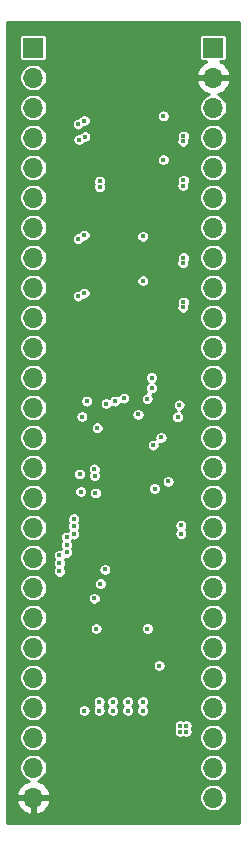
<source format=gbr>
%TF.GenerationSoftware,KiCad,Pcbnew,(5.1.7-0-10_14)*%
%TF.CreationDate,2020-11-24T15:50:36+00:00*%
%TF.ProjectId,carrier,63617272-6965-4722-9e6b-696361645f70,0.1*%
%TF.SameCoordinates,Original*%
%TF.FileFunction,Copper,L2,Inr*%
%TF.FilePolarity,Positive*%
%FSLAX46Y46*%
G04 Gerber Fmt 4.6, Leading zero omitted, Abs format (unit mm)*
G04 Created by KiCad (PCBNEW (5.1.7-0-10_14)) date 2020-11-24 15:50:36*
%MOMM*%
%LPD*%
G01*
G04 APERTURE LIST*
%TA.AperFunction,ComponentPad*%
%ADD10O,1.700000X1.700000*%
%TD*%
%TA.AperFunction,ComponentPad*%
%ADD11R,1.700000X1.700000*%
%TD*%
%TA.AperFunction,ViaPad*%
%ADD12C,0.450000*%
%TD*%
%TA.AperFunction,Conductor*%
%ADD13C,0.254000*%
%TD*%
%TA.AperFunction,Conductor*%
%ADD14C,0.100000*%
%TD*%
G04 APERTURE END LIST*
D10*
%TO.N,mprj_io[19]*%
%TO.C,J3*%
X76350000Y-109210000D03*
%TO.N,mprj_io[20]*%
X76350000Y-106670000D03*
%TO.N,mprj_io[21]*%
X76350000Y-104130000D03*
%TO.N,mprj_io[22]*%
X76350000Y-101590000D03*
%TO.N,mprj_io[23]*%
X76350000Y-99050000D03*
%TO.N,mprj_io[24]*%
X76350000Y-96510000D03*
%TO.N,mprj_io[25]*%
X76350000Y-93970000D03*
%TO.N,mprj_io[26]*%
X76350000Y-91430000D03*
%TO.N,mprj_io[27]*%
X76350000Y-88890000D03*
%TO.N,mprj_io[28]*%
X76350000Y-86350000D03*
%TO.N,mprj_io[29]*%
X76350000Y-83810000D03*
%TO.N,mprj_io[30]*%
X76350000Y-81270000D03*
%TO.N,mprj_io[31]*%
X76350000Y-78730000D03*
%TO.N,mprj_io[32]*%
X76350000Y-76190000D03*
%TO.N,mprj_io[33]*%
X76350000Y-73650000D03*
%TO.N,mprj_io[34]*%
X76350000Y-71110000D03*
%TO.N,mprj_io[35]*%
X76350000Y-68570000D03*
%TO.N,mprj_io[36]*%
X76350000Y-66030000D03*
%TO.N,mprj_io[37]*%
X76350000Y-63490000D03*
%TO.N,+5V*%
X76350000Y-60950000D03*
%TO.N,flash_csb*%
X76350000Y-58410000D03*
%TO.N,flash_io0*%
X76350000Y-55870000D03*
%TO.N,flash_io1*%
X76350000Y-53330000D03*
%TO.N,flash_clk*%
X76350000Y-50790000D03*
%TO.N,GND*%
X76350000Y-48250000D03*
D11*
%TO.N,+5V*%
X76350000Y-45710000D03*
%TD*%
D10*
%TO.N,GND*%
%TO.C,J2*%
X61110000Y-109210000D03*
%TO.N,mprj_io[18]*%
X61110000Y-106670000D03*
%TO.N,mprj_io[17]*%
X61110000Y-104130000D03*
%TO.N,mprj_io[16]*%
X61110000Y-101590000D03*
%TO.N,mprj_io[15]*%
X61110000Y-99050000D03*
%TO.N,mprj_io[14]*%
X61110000Y-96510000D03*
%TO.N,mprj_io[13]*%
X61110000Y-93970000D03*
%TO.N,mprj_io[12]*%
X61110000Y-91430000D03*
%TO.N,mprj_io[11]*%
X61110000Y-88890000D03*
%TO.N,mprj_io[10]*%
X61110000Y-86350000D03*
%TO.N,mprj_io[9]*%
X61110000Y-83810000D03*
%TO.N,mprj_io[8]*%
X61110000Y-81270000D03*
%TO.N,mprj_io[7]*%
X61110000Y-78730000D03*
%TO.N,mprj_io[6]*%
X61110000Y-76190000D03*
%TO.N,mprj_io[5]*%
X61110000Y-73650000D03*
%TO.N,mprj_io[4]*%
X61110000Y-71110000D03*
%TO.N,mprj_io[3]*%
X61110000Y-68570000D03*
%TO.N,mprj_io[2]*%
X61110000Y-66030000D03*
%TO.N,mprj_io[1]*%
X61110000Y-63490000D03*
%TO.N,mprj_io[0]*%
X61110000Y-60950000D03*
%TO.N,clock*%
X61110000Y-58410000D03*
%TO.N,resetb*%
X61110000Y-55870000D03*
%TO.N,gpio*%
X61110000Y-53330000D03*
%TO.N,ext_3v3*%
X61110000Y-50790000D03*
%TO.N,ext_1v8*%
X61110000Y-48250000D03*
D11*
%TO.N,ext_vddio*%
X61110000Y-45710000D03*
%TD*%
D12*
%TO.N,GND*%
X73830000Y-51650000D03*
X66680000Y-52100000D03*
X73780000Y-52100000D03*
X66730000Y-51650000D03*
X73830000Y-55400000D03*
X66680000Y-55850000D03*
X73780000Y-55850000D03*
X66730000Y-55400000D03*
X73830000Y-61950000D03*
X66680000Y-62400000D03*
X73780000Y-62400000D03*
X66730000Y-61950000D03*
X70455000Y-82125000D03*
X73730000Y-81900000D03*
X73480000Y-79275000D03*
X64730000Y-78100000D03*
X68730000Y-80000000D03*
X66680000Y-66150000D03*
X66730000Y-65700000D03*
X73780000Y-66150000D03*
X73830000Y-65700000D03*
X66530000Y-71450000D03*
X66530000Y-72250000D03*
X71780000Y-75975000D03*
X71270000Y-91095000D03*
X70855000Y-82525000D03*
X74004990Y-82600000D03*
X64895000Y-99400000D03*
X64430000Y-82000000D03*
X64479990Y-80500000D03*
X63650000Y-105400000D03*
X64920000Y-73142000D03*
X64920000Y-71872000D03*
X63650000Y-107432000D03*
X65682000Y-107432000D03*
X65428000Y-105908000D03*
X73048000Y-105400000D03*
X73048000Y-100320000D03*
X63650000Y-102860000D03*
X73048000Y-97780000D03*
X64158000Y-97780000D03*
X70254000Y-96256000D03*
X71270000Y-89144000D03*
X70000000Y-87874000D03*
X73240000Y-89000000D03*
X73810000Y-74666000D03*
X67206000Y-60354000D03*
X74064000Y-59500000D03*
X64412000Y-55274000D03*
X67206000Y-49940000D03*
X68984000Y-49940000D03*
X71778000Y-49940000D03*
X73810000Y-49940000D03*
X73048000Y-109210000D03*
X67206000Y-93716000D03*
X70000000Y-92446000D03*
X64895000Y-100000000D03*
X64295000Y-99400000D03*
X64295000Y-100000000D03*
X64380000Y-57450000D03*
X70000000Y-69840000D03*
X73810000Y-72380000D03*
X72540000Y-70475000D03*
X66620000Y-69770000D03*
X69492000Y-85080000D03*
X70254000Y-60188000D03*
%TO.N,+5V*%
X74064000Y-103622000D03*
X73556000Y-103622000D03*
X73556000Y-103114000D03*
X74064000Y-103114000D03*
X73830000Y-53200000D03*
X73780000Y-53650000D03*
X73830000Y-56950000D03*
X73780000Y-57400000D03*
X73830000Y-63500000D03*
X73780000Y-63950000D03*
X73830000Y-67250000D03*
X73780000Y-67700000D03*
X72130000Y-51500000D03*
X72130000Y-55200000D03*
%TO.N,vccd*%
X66730000Y-57500000D03*
X66730000Y-57000000D03*
X70755000Y-75450000D03*
%TO.N,vdda*%
X64980000Y-53500000D03*
X66444000Y-94905000D03*
X65230000Y-76950000D03*
X71130000Y-74550000D03*
X71130000Y-73650000D03*
X65480000Y-53250000D03*
%TO.N,vccd1*%
X64930000Y-61900000D03*
X65430000Y-61600000D03*
X65130000Y-83300000D03*
X71380000Y-83050000D03*
%TO.N,vdda1*%
X64930000Y-66750000D03*
X65430000Y-66500000D03*
X65030000Y-81800000D03*
X71930000Y-78725000D03*
%TO.N,vddio*%
X64930000Y-52200000D03*
X65430000Y-51900000D03*
X72530000Y-82450000D03*
X71778000Y-98034000D03*
%TO.N,gpio*%
X70380000Y-61700000D03*
X70380000Y-65450000D03*
X65630000Y-75650000D03*
%TO.N,flash_io0*%
X66805000Y-91100000D03*
X68005010Y-75650000D03*
%TO.N,flash_csb*%
X68780000Y-75400000D03*
X70780000Y-94900000D03*
%TO.N,resetb*%
X63330000Y-90050000D03*
X65428000Y-101844000D03*
%TO.N,mprj_io[2]*%
X64530000Y-86900000D03*
X69111000Y-101082000D03*
%TO.N,mprj_io[1]*%
X64530000Y-86250000D03*
X70381000Y-101844000D03*
%TO.N,flash_io1*%
X67280000Y-75850000D03*
X67180000Y-89900000D03*
%TO.N,mprj_io[36]*%
X73455000Y-75975000D03*
%TO.N,mprj_io[4]*%
X63930000Y-87800000D03*
X67841000Y-101082000D03*
%TO.N,mprj_io[3]*%
X63930000Y-87150000D03*
X69111000Y-101844000D03*
%TO.N,flash_clk*%
X66530000Y-77900000D03*
X66280000Y-92350000D03*
%TO.N,mprj_io[33]*%
X69980000Y-76775000D03*
%TO.N,mprj_io[34]*%
X73329998Y-76975000D03*
%TO.N,mprj_io[6]*%
X63330000Y-88700000D03*
X66698000Y-101082000D03*
%TO.N,mprj_io[5]*%
X63930000Y-88450000D03*
X67841000Y-101844000D03*
%TO.N,mprj_io[0]*%
X64530000Y-85600000D03*
X70381000Y-101082000D03*
%TO.N,mprj_io[32]*%
X71255000Y-79375000D03*
%TO.N,mprj_io[7]*%
X63330000Y-89350000D03*
X66698000Y-101844000D03*
%TO.N,mprj_io[12]*%
X66280000Y-81375010D03*
%TO.N,mprj_io[11]*%
X66305000Y-81950000D03*
%TO.N,mprj_io[24]*%
X73605000Y-86150000D03*
%TO.N,mprj_io[15]*%
X66380000Y-83424990D03*
%TO.N,mprj_io[19]*%
X73605000Y-86875000D03*
%TD*%
D13*
%TO.N,GND*%
X78538001Y-111398000D02*
X58922000Y-111398000D01*
X58922000Y-109566890D01*
X59668524Y-109566890D01*
X59713175Y-109714099D01*
X59838359Y-109976920D01*
X60012412Y-110210269D01*
X60228645Y-110405178D01*
X60478748Y-110554157D01*
X60753109Y-110651481D01*
X60983000Y-110530814D01*
X60983000Y-109337000D01*
X61237000Y-109337000D01*
X61237000Y-110530814D01*
X61466891Y-110651481D01*
X61741252Y-110554157D01*
X61991355Y-110405178D01*
X62207588Y-110210269D01*
X62381641Y-109976920D01*
X62506825Y-109714099D01*
X62551476Y-109566890D01*
X62430155Y-109337000D01*
X61237000Y-109337000D01*
X60983000Y-109337000D01*
X59789845Y-109337000D01*
X59668524Y-109566890D01*
X58922000Y-109566890D01*
X58922000Y-109094076D01*
X75173000Y-109094076D01*
X75173000Y-109325924D01*
X75218231Y-109553318D01*
X75306956Y-109767519D01*
X75435764Y-109960294D01*
X75599706Y-110124236D01*
X75792481Y-110253044D01*
X76006682Y-110341769D01*
X76234076Y-110387000D01*
X76465924Y-110387000D01*
X76693318Y-110341769D01*
X76907519Y-110253044D01*
X77100294Y-110124236D01*
X77264236Y-109960294D01*
X77393044Y-109767519D01*
X77481769Y-109553318D01*
X77527000Y-109325924D01*
X77527000Y-109094076D01*
X77481769Y-108866682D01*
X77393044Y-108652481D01*
X77264236Y-108459706D01*
X77100294Y-108295764D01*
X76907519Y-108166956D01*
X76693318Y-108078231D01*
X76465924Y-108033000D01*
X76234076Y-108033000D01*
X76006682Y-108078231D01*
X75792481Y-108166956D01*
X75599706Y-108295764D01*
X75435764Y-108459706D01*
X75306956Y-108652481D01*
X75218231Y-108866682D01*
X75173000Y-109094076D01*
X58922000Y-109094076D01*
X58922000Y-108853110D01*
X59668524Y-108853110D01*
X59789845Y-109083000D01*
X60983000Y-109083000D01*
X60983000Y-109063000D01*
X61237000Y-109063000D01*
X61237000Y-109083000D01*
X62430155Y-109083000D01*
X62551476Y-108853110D01*
X62506825Y-108705901D01*
X62381641Y-108443080D01*
X62207588Y-108209731D01*
X61991355Y-108014822D01*
X61741252Y-107865843D01*
X61502821Y-107781264D01*
X61667519Y-107713044D01*
X61860294Y-107584236D01*
X62024236Y-107420294D01*
X62153044Y-107227519D01*
X62241769Y-107013318D01*
X62287000Y-106785924D01*
X62287000Y-106554076D01*
X75173000Y-106554076D01*
X75173000Y-106785924D01*
X75218231Y-107013318D01*
X75306956Y-107227519D01*
X75435764Y-107420294D01*
X75599706Y-107584236D01*
X75792481Y-107713044D01*
X76006682Y-107801769D01*
X76234076Y-107847000D01*
X76465924Y-107847000D01*
X76693318Y-107801769D01*
X76907519Y-107713044D01*
X77100294Y-107584236D01*
X77264236Y-107420294D01*
X77393044Y-107227519D01*
X77481769Y-107013318D01*
X77527000Y-106785924D01*
X77527000Y-106554076D01*
X77481769Y-106326682D01*
X77393044Y-106112481D01*
X77264236Y-105919706D01*
X77100294Y-105755764D01*
X76907519Y-105626956D01*
X76693318Y-105538231D01*
X76465924Y-105493000D01*
X76234076Y-105493000D01*
X76006682Y-105538231D01*
X75792481Y-105626956D01*
X75599706Y-105755764D01*
X75435764Y-105919706D01*
X75306956Y-106112481D01*
X75218231Y-106326682D01*
X75173000Y-106554076D01*
X62287000Y-106554076D01*
X62241769Y-106326682D01*
X62153044Y-106112481D01*
X62024236Y-105919706D01*
X61860294Y-105755764D01*
X61667519Y-105626956D01*
X61453318Y-105538231D01*
X61225924Y-105493000D01*
X60994076Y-105493000D01*
X60766682Y-105538231D01*
X60552481Y-105626956D01*
X60359706Y-105755764D01*
X60195764Y-105919706D01*
X60066956Y-106112481D01*
X59978231Y-106326682D01*
X59933000Y-106554076D01*
X59933000Y-106785924D01*
X59978231Y-107013318D01*
X60066956Y-107227519D01*
X60195764Y-107420294D01*
X60359706Y-107584236D01*
X60552481Y-107713044D01*
X60717179Y-107781264D01*
X60478748Y-107865843D01*
X60228645Y-108014822D01*
X60012412Y-108209731D01*
X59838359Y-108443080D01*
X59713175Y-108705901D01*
X59668524Y-108853110D01*
X58922000Y-108853110D01*
X58922000Y-104014076D01*
X59933000Y-104014076D01*
X59933000Y-104245924D01*
X59978231Y-104473318D01*
X60066956Y-104687519D01*
X60195764Y-104880294D01*
X60359706Y-105044236D01*
X60552481Y-105173044D01*
X60766682Y-105261769D01*
X60994076Y-105307000D01*
X61225924Y-105307000D01*
X61453318Y-105261769D01*
X61667519Y-105173044D01*
X61860294Y-105044236D01*
X62024236Y-104880294D01*
X62153044Y-104687519D01*
X62241769Y-104473318D01*
X62287000Y-104245924D01*
X62287000Y-104014076D01*
X62241769Y-103786682D01*
X62153044Y-103572481D01*
X62024236Y-103379706D01*
X61860294Y-103215764D01*
X61667519Y-103086956D01*
X61601556Y-103059633D01*
X73004000Y-103059633D01*
X73004000Y-103168367D01*
X73025213Y-103275012D01*
X73063730Y-103368000D01*
X73025213Y-103460988D01*
X73004000Y-103567633D01*
X73004000Y-103676367D01*
X73025213Y-103783012D01*
X73066824Y-103883470D01*
X73127234Y-103973880D01*
X73204120Y-104050766D01*
X73294530Y-104111176D01*
X73394988Y-104152787D01*
X73501633Y-104174000D01*
X73610367Y-104174000D01*
X73717012Y-104152787D01*
X73810000Y-104114270D01*
X73902988Y-104152787D01*
X74009633Y-104174000D01*
X74118367Y-104174000D01*
X74225012Y-104152787D01*
X74325470Y-104111176D01*
X74415880Y-104050766D01*
X74452570Y-104014076D01*
X75173000Y-104014076D01*
X75173000Y-104245924D01*
X75218231Y-104473318D01*
X75306956Y-104687519D01*
X75435764Y-104880294D01*
X75599706Y-105044236D01*
X75792481Y-105173044D01*
X76006682Y-105261769D01*
X76234076Y-105307000D01*
X76465924Y-105307000D01*
X76693318Y-105261769D01*
X76907519Y-105173044D01*
X77100294Y-105044236D01*
X77264236Y-104880294D01*
X77393044Y-104687519D01*
X77481769Y-104473318D01*
X77527000Y-104245924D01*
X77527000Y-104014076D01*
X77481769Y-103786682D01*
X77393044Y-103572481D01*
X77264236Y-103379706D01*
X77100294Y-103215764D01*
X76907519Y-103086956D01*
X76693318Y-102998231D01*
X76465924Y-102953000D01*
X76234076Y-102953000D01*
X76006682Y-102998231D01*
X75792481Y-103086956D01*
X75599706Y-103215764D01*
X75435764Y-103379706D01*
X75306956Y-103572481D01*
X75218231Y-103786682D01*
X75173000Y-104014076D01*
X74452570Y-104014076D01*
X74492766Y-103973880D01*
X74553176Y-103883470D01*
X74594787Y-103783012D01*
X74616000Y-103676367D01*
X74616000Y-103567633D01*
X74594787Y-103460988D01*
X74556270Y-103368000D01*
X74594787Y-103275012D01*
X74616000Y-103168367D01*
X74616000Y-103059633D01*
X74594787Y-102952988D01*
X74553176Y-102852530D01*
X74492766Y-102762120D01*
X74415880Y-102685234D01*
X74325470Y-102624824D01*
X74225012Y-102583213D01*
X74118367Y-102562000D01*
X74009633Y-102562000D01*
X73902988Y-102583213D01*
X73810000Y-102621730D01*
X73717012Y-102583213D01*
X73610367Y-102562000D01*
X73501633Y-102562000D01*
X73394988Y-102583213D01*
X73294530Y-102624824D01*
X73204120Y-102685234D01*
X73127234Y-102762120D01*
X73066824Y-102852530D01*
X73025213Y-102952988D01*
X73004000Y-103059633D01*
X61601556Y-103059633D01*
X61453318Y-102998231D01*
X61225924Y-102953000D01*
X60994076Y-102953000D01*
X60766682Y-102998231D01*
X60552481Y-103086956D01*
X60359706Y-103215764D01*
X60195764Y-103379706D01*
X60066956Y-103572481D01*
X59978231Y-103786682D01*
X59933000Y-104014076D01*
X58922000Y-104014076D01*
X58922000Y-101474076D01*
X59933000Y-101474076D01*
X59933000Y-101705924D01*
X59978231Y-101933318D01*
X60066956Y-102147519D01*
X60195764Y-102340294D01*
X60359706Y-102504236D01*
X60552481Y-102633044D01*
X60766682Y-102721769D01*
X60994076Y-102767000D01*
X61225924Y-102767000D01*
X61453318Y-102721769D01*
X61667519Y-102633044D01*
X61860294Y-102504236D01*
X62024236Y-102340294D01*
X62153044Y-102147519D01*
X62241769Y-101933318D01*
X62270349Y-101789633D01*
X64876000Y-101789633D01*
X64876000Y-101898367D01*
X64897213Y-102005012D01*
X64938824Y-102105470D01*
X64999234Y-102195880D01*
X65076120Y-102272766D01*
X65166530Y-102333176D01*
X65266988Y-102374787D01*
X65373633Y-102396000D01*
X65482367Y-102396000D01*
X65589012Y-102374787D01*
X65689470Y-102333176D01*
X65779880Y-102272766D01*
X65856766Y-102195880D01*
X65917176Y-102105470D01*
X65958787Y-102005012D01*
X65980000Y-101898367D01*
X65980000Y-101789633D01*
X65958787Y-101682988D01*
X65917176Y-101582530D01*
X65856766Y-101492120D01*
X65779880Y-101415234D01*
X65689470Y-101354824D01*
X65589012Y-101313213D01*
X65482367Y-101292000D01*
X65373633Y-101292000D01*
X65266988Y-101313213D01*
X65166530Y-101354824D01*
X65076120Y-101415234D01*
X64999234Y-101492120D01*
X64938824Y-101582530D01*
X64897213Y-101682988D01*
X64876000Y-101789633D01*
X62270349Y-101789633D01*
X62287000Y-101705924D01*
X62287000Y-101474076D01*
X62241769Y-101246682D01*
X62153044Y-101032481D01*
X62149805Y-101027633D01*
X66146000Y-101027633D01*
X66146000Y-101136367D01*
X66167213Y-101243012D01*
X66208824Y-101343470D01*
X66269234Y-101433880D01*
X66298354Y-101463000D01*
X66269234Y-101492120D01*
X66208824Y-101582530D01*
X66167213Y-101682988D01*
X66146000Y-101789633D01*
X66146000Y-101898367D01*
X66167213Y-102005012D01*
X66208824Y-102105470D01*
X66269234Y-102195880D01*
X66346120Y-102272766D01*
X66436530Y-102333176D01*
X66536988Y-102374787D01*
X66643633Y-102396000D01*
X66752367Y-102396000D01*
X66859012Y-102374787D01*
X66959470Y-102333176D01*
X67049880Y-102272766D01*
X67126766Y-102195880D01*
X67187176Y-102105470D01*
X67228787Y-102005012D01*
X67250000Y-101898367D01*
X67250000Y-101789633D01*
X67228787Y-101682988D01*
X67187176Y-101582530D01*
X67126766Y-101492120D01*
X67097646Y-101463000D01*
X67126766Y-101433880D01*
X67187176Y-101343470D01*
X67228787Y-101243012D01*
X67250000Y-101136367D01*
X67250000Y-101027633D01*
X67289000Y-101027633D01*
X67289000Y-101136367D01*
X67310213Y-101243012D01*
X67351824Y-101343470D01*
X67412234Y-101433880D01*
X67441354Y-101463000D01*
X67412234Y-101492120D01*
X67351824Y-101582530D01*
X67310213Y-101682988D01*
X67289000Y-101789633D01*
X67289000Y-101898367D01*
X67310213Y-102005012D01*
X67351824Y-102105470D01*
X67412234Y-102195880D01*
X67489120Y-102272766D01*
X67579530Y-102333176D01*
X67679988Y-102374787D01*
X67786633Y-102396000D01*
X67895367Y-102396000D01*
X68002012Y-102374787D01*
X68102470Y-102333176D01*
X68192880Y-102272766D01*
X68269766Y-102195880D01*
X68330176Y-102105470D01*
X68371787Y-102005012D01*
X68393000Y-101898367D01*
X68393000Y-101789633D01*
X68371787Y-101682988D01*
X68330176Y-101582530D01*
X68269766Y-101492120D01*
X68240646Y-101463000D01*
X68269766Y-101433880D01*
X68330176Y-101343470D01*
X68371787Y-101243012D01*
X68393000Y-101136367D01*
X68393000Y-101027633D01*
X68559000Y-101027633D01*
X68559000Y-101136367D01*
X68580213Y-101243012D01*
X68621824Y-101343470D01*
X68682234Y-101433880D01*
X68711354Y-101463000D01*
X68682234Y-101492120D01*
X68621824Y-101582530D01*
X68580213Y-101682988D01*
X68559000Y-101789633D01*
X68559000Y-101898367D01*
X68580213Y-102005012D01*
X68621824Y-102105470D01*
X68682234Y-102195880D01*
X68759120Y-102272766D01*
X68849530Y-102333176D01*
X68949988Y-102374787D01*
X69056633Y-102396000D01*
X69165367Y-102396000D01*
X69272012Y-102374787D01*
X69372470Y-102333176D01*
X69462880Y-102272766D01*
X69539766Y-102195880D01*
X69600176Y-102105470D01*
X69641787Y-102005012D01*
X69663000Y-101898367D01*
X69663000Y-101789633D01*
X69641787Y-101682988D01*
X69600176Y-101582530D01*
X69539766Y-101492120D01*
X69510646Y-101463000D01*
X69539766Y-101433880D01*
X69600176Y-101343470D01*
X69641787Y-101243012D01*
X69663000Y-101136367D01*
X69663000Y-101027633D01*
X69829000Y-101027633D01*
X69829000Y-101136367D01*
X69850213Y-101243012D01*
X69891824Y-101343470D01*
X69952234Y-101433880D01*
X69981354Y-101463000D01*
X69952234Y-101492120D01*
X69891824Y-101582530D01*
X69850213Y-101682988D01*
X69829000Y-101789633D01*
X69829000Y-101898367D01*
X69850213Y-102005012D01*
X69891824Y-102105470D01*
X69952234Y-102195880D01*
X70029120Y-102272766D01*
X70119530Y-102333176D01*
X70219988Y-102374787D01*
X70326633Y-102396000D01*
X70435367Y-102396000D01*
X70542012Y-102374787D01*
X70642470Y-102333176D01*
X70732880Y-102272766D01*
X70809766Y-102195880D01*
X70870176Y-102105470D01*
X70911787Y-102005012D01*
X70933000Y-101898367D01*
X70933000Y-101789633D01*
X70911787Y-101682988D01*
X70870176Y-101582530D01*
X70809766Y-101492120D01*
X70791722Y-101474076D01*
X75173000Y-101474076D01*
X75173000Y-101705924D01*
X75218231Y-101933318D01*
X75306956Y-102147519D01*
X75435764Y-102340294D01*
X75599706Y-102504236D01*
X75792481Y-102633044D01*
X76006682Y-102721769D01*
X76234076Y-102767000D01*
X76465924Y-102767000D01*
X76693318Y-102721769D01*
X76907519Y-102633044D01*
X77100294Y-102504236D01*
X77264236Y-102340294D01*
X77393044Y-102147519D01*
X77481769Y-101933318D01*
X77527000Y-101705924D01*
X77527000Y-101474076D01*
X77481769Y-101246682D01*
X77393044Y-101032481D01*
X77264236Y-100839706D01*
X77100294Y-100675764D01*
X76907519Y-100546956D01*
X76693318Y-100458231D01*
X76465924Y-100413000D01*
X76234076Y-100413000D01*
X76006682Y-100458231D01*
X75792481Y-100546956D01*
X75599706Y-100675764D01*
X75435764Y-100839706D01*
X75306956Y-101032481D01*
X75218231Y-101246682D01*
X75173000Y-101474076D01*
X70791722Y-101474076D01*
X70780646Y-101463000D01*
X70809766Y-101433880D01*
X70870176Y-101343470D01*
X70911787Y-101243012D01*
X70933000Y-101136367D01*
X70933000Y-101027633D01*
X70911787Y-100920988D01*
X70870176Y-100820530D01*
X70809766Y-100730120D01*
X70732880Y-100653234D01*
X70642470Y-100592824D01*
X70542012Y-100551213D01*
X70435367Y-100530000D01*
X70326633Y-100530000D01*
X70219988Y-100551213D01*
X70119530Y-100592824D01*
X70029120Y-100653234D01*
X69952234Y-100730120D01*
X69891824Y-100820530D01*
X69850213Y-100920988D01*
X69829000Y-101027633D01*
X69663000Y-101027633D01*
X69641787Y-100920988D01*
X69600176Y-100820530D01*
X69539766Y-100730120D01*
X69462880Y-100653234D01*
X69372470Y-100592824D01*
X69272012Y-100551213D01*
X69165367Y-100530000D01*
X69056633Y-100530000D01*
X68949988Y-100551213D01*
X68849530Y-100592824D01*
X68759120Y-100653234D01*
X68682234Y-100730120D01*
X68621824Y-100820530D01*
X68580213Y-100920988D01*
X68559000Y-101027633D01*
X68393000Y-101027633D01*
X68371787Y-100920988D01*
X68330176Y-100820530D01*
X68269766Y-100730120D01*
X68192880Y-100653234D01*
X68102470Y-100592824D01*
X68002012Y-100551213D01*
X67895367Y-100530000D01*
X67786633Y-100530000D01*
X67679988Y-100551213D01*
X67579530Y-100592824D01*
X67489120Y-100653234D01*
X67412234Y-100730120D01*
X67351824Y-100820530D01*
X67310213Y-100920988D01*
X67289000Y-101027633D01*
X67250000Y-101027633D01*
X67228787Y-100920988D01*
X67187176Y-100820530D01*
X67126766Y-100730120D01*
X67049880Y-100653234D01*
X66959470Y-100592824D01*
X66859012Y-100551213D01*
X66752367Y-100530000D01*
X66643633Y-100530000D01*
X66536988Y-100551213D01*
X66436530Y-100592824D01*
X66346120Y-100653234D01*
X66269234Y-100730120D01*
X66208824Y-100820530D01*
X66167213Y-100920988D01*
X66146000Y-101027633D01*
X62149805Y-101027633D01*
X62024236Y-100839706D01*
X61860294Y-100675764D01*
X61667519Y-100546956D01*
X61453318Y-100458231D01*
X61225924Y-100413000D01*
X60994076Y-100413000D01*
X60766682Y-100458231D01*
X60552481Y-100546956D01*
X60359706Y-100675764D01*
X60195764Y-100839706D01*
X60066956Y-101032481D01*
X59978231Y-101246682D01*
X59933000Y-101474076D01*
X58922000Y-101474076D01*
X58922000Y-98934076D01*
X59933000Y-98934076D01*
X59933000Y-99165924D01*
X59978231Y-99393318D01*
X60066956Y-99607519D01*
X60195764Y-99800294D01*
X60359706Y-99964236D01*
X60552481Y-100093044D01*
X60766682Y-100181769D01*
X60994076Y-100227000D01*
X61225924Y-100227000D01*
X61453318Y-100181769D01*
X61667519Y-100093044D01*
X61860294Y-99964236D01*
X62024236Y-99800294D01*
X62153044Y-99607519D01*
X62241769Y-99393318D01*
X62287000Y-99165924D01*
X62287000Y-98934076D01*
X75173000Y-98934076D01*
X75173000Y-99165924D01*
X75218231Y-99393318D01*
X75306956Y-99607519D01*
X75435764Y-99800294D01*
X75599706Y-99964236D01*
X75792481Y-100093044D01*
X76006682Y-100181769D01*
X76234076Y-100227000D01*
X76465924Y-100227000D01*
X76693318Y-100181769D01*
X76907519Y-100093044D01*
X77100294Y-99964236D01*
X77264236Y-99800294D01*
X77393044Y-99607519D01*
X77481769Y-99393318D01*
X77527000Y-99165924D01*
X77527000Y-98934076D01*
X77481769Y-98706682D01*
X77393044Y-98492481D01*
X77264236Y-98299706D01*
X77100294Y-98135764D01*
X76907519Y-98006956D01*
X76693318Y-97918231D01*
X76465924Y-97873000D01*
X76234076Y-97873000D01*
X76006682Y-97918231D01*
X75792481Y-98006956D01*
X75599706Y-98135764D01*
X75435764Y-98299706D01*
X75306956Y-98492481D01*
X75218231Y-98706682D01*
X75173000Y-98934076D01*
X62287000Y-98934076D01*
X62241769Y-98706682D01*
X62153044Y-98492481D01*
X62024236Y-98299706D01*
X61860294Y-98135764D01*
X61667519Y-98006956D01*
X61601556Y-97979633D01*
X71226000Y-97979633D01*
X71226000Y-98088367D01*
X71247213Y-98195012D01*
X71288824Y-98295470D01*
X71349234Y-98385880D01*
X71426120Y-98462766D01*
X71516530Y-98523176D01*
X71616988Y-98564787D01*
X71723633Y-98586000D01*
X71832367Y-98586000D01*
X71939012Y-98564787D01*
X72039470Y-98523176D01*
X72129880Y-98462766D01*
X72206766Y-98385880D01*
X72267176Y-98295470D01*
X72308787Y-98195012D01*
X72330000Y-98088367D01*
X72330000Y-97979633D01*
X72308787Y-97872988D01*
X72267176Y-97772530D01*
X72206766Y-97682120D01*
X72129880Y-97605234D01*
X72039470Y-97544824D01*
X71939012Y-97503213D01*
X71832367Y-97482000D01*
X71723633Y-97482000D01*
X71616988Y-97503213D01*
X71516530Y-97544824D01*
X71426120Y-97605234D01*
X71349234Y-97682120D01*
X71288824Y-97772530D01*
X71247213Y-97872988D01*
X71226000Y-97979633D01*
X61601556Y-97979633D01*
X61453318Y-97918231D01*
X61225924Y-97873000D01*
X60994076Y-97873000D01*
X60766682Y-97918231D01*
X60552481Y-98006956D01*
X60359706Y-98135764D01*
X60195764Y-98299706D01*
X60066956Y-98492481D01*
X59978231Y-98706682D01*
X59933000Y-98934076D01*
X58922000Y-98934076D01*
X58922000Y-96394076D01*
X59933000Y-96394076D01*
X59933000Y-96625924D01*
X59978231Y-96853318D01*
X60066956Y-97067519D01*
X60195764Y-97260294D01*
X60359706Y-97424236D01*
X60552481Y-97553044D01*
X60766682Y-97641769D01*
X60994076Y-97687000D01*
X61225924Y-97687000D01*
X61453318Y-97641769D01*
X61667519Y-97553044D01*
X61860294Y-97424236D01*
X62024236Y-97260294D01*
X62153044Y-97067519D01*
X62241769Y-96853318D01*
X62287000Y-96625924D01*
X62287000Y-96394076D01*
X75173000Y-96394076D01*
X75173000Y-96625924D01*
X75218231Y-96853318D01*
X75306956Y-97067519D01*
X75435764Y-97260294D01*
X75599706Y-97424236D01*
X75792481Y-97553044D01*
X76006682Y-97641769D01*
X76234076Y-97687000D01*
X76465924Y-97687000D01*
X76693318Y-97641769D01*
X76907519Y-97553044D01*
X77100294Y-97424236D01*
X77264236Y-97260294D01*
X77393044Y-97067519D01*
X77481769Y-96853318D01*
X77527000Y-96625924D01*
X77527000Y-96394076D01*
X77481769Y-96166682D01*
X77393044Y-95952481D01*
X77264236Y-95759706D01*
X77100294Y-95595764D01*
X76907519Y-95466956D01*
X76693318Y-95378231D01*
X76465924Y-95333000D01*
X76234076Y-95333000D01*
X76006682Y-95378231D01*
X75792481Y-95466956D01*
X75599706Y-95595764D01*
X75435764Y-95759706D01*
X75306956Y-95952481D01*
X75218231Y-96166682D01*
X75173000Y-96394076D01*
X62287000Y-96394076D01*
X62241769Y-96166682D01*
X62153044Y-95952481D01*
X62024236Y-95759706D01*
X61860294Y-95595764D01*
X61667519Y-95466956D01*
X61453318Y-95378231D01*
X61225924Y-95333000D01*
X60994076Y-95333000D01*
X60766682Y-95378231D01*
X60552481Y-95466956D01*
X60359706Y-95595764D01*
X60195764Y-95759706D01*
X60066956Y-95952481D01*
X59978231Y-96166682D01*
X59933000Y-96394076D01*
X58922000Y-96394076D01*
X58922000Y-93854076D01*
X59933000Y-93854076D01*
X59933000Y-94085924D01*
X59978231Y-94313318D01*
X60066956Y-94527519D01*
X60195764Y-94720294D01*
X60359706Y-94884236D01*
X60552481Y-95013044D01*
X60766682Y-95101769D01*
X60994076Y-95147000D01*
X61225924Y-95147000D01*
X61453318Y-95101769D01*
X61667519Y-95013044D01*
X61860294Y-94884236D01*
X61893897Y-94850633D01*
X65892000Y-94850633D01*
X65892000Y-94959367D01*
X65913213Y-95066012D01*
X65954824Y-95166470D01*
X66015234Y-95256880D01*
X66092120Y-95333766D01*
X66182530Y-95394176D01*
X66282988Y-95435787D01*
X66389633Y-95457000D01*
X66498367Y-95457000D01*
X66605012Y-95435787D01*
X66705470Y-95394176D01*
X66795880Y-95333766D01*
X66872766Y-95256880D01*
X66933176Y-95166470D01*
X66974787Y-95066012D01*
X66996000Y-94959367D01*
X66996000Y-94850633D01*
X66995006Y-94845633D01*
X70228000Y-94845633D01*
X70228000Y-94954367D01*
X70249213Y-95061012D01*
X70290824Y-95161470D01*
X70351234Y-95251880D01*
X70428120Y-95328766D01*
X70518530Y-95389176D01*
X70618988Y-95430787D01*
X70725633Y-95452000D01*
X70834367Y-95452000D01*
X70941012Y-95430787D01*
X71041470Y-95389176D01*
X71131880Y-95328766D01*
X71208766Y-95251880D01*
X71269176Y-95161470D01*
X71310787Y-95061012D01*
X71332000Y-94954367D01*
X71332000Y-94845633D01*
X71310787Y-94738988D01*
X71269176Y-94638530D01*
X71208766Y-94548120D01*
X71131880Y-94471234D01*
X71041470Y-94410824D01*
X70941012Y-94369213D01*
X70834367Y-94348000D01*
X70725633Y-94348000D01*
X70618988Y-94369213D01*
X70518530Y-94410824D01*
X70428120Y-94471234D01*
X70351234Y-94548120D01*
X70290824Y-94638530D01*
X70249213Y-94738988D01*
X70228000Y-94845633D01*
X66995006Y-94845633D01*
X66974787Y-94743988D01*
X66933176Y-94643530D01*
X66872766Y-94553120D01*
X66795880Y-94476234D01*
X66705470Y-94415824D01*
X66605012Y-94374213D01*
X66498367Y-94353000D01*
X66389633Y-94353000D01*
X66282988Y-94374213D01*
X66182530Y-94415824D01*
X66092120Y-94476234D01*
X66015234Y-94553120D01*
X65954824Y-94643530D01*
X65913213Y-94743988D01*
X65892000Y-94850633D01*
X61893897Y-94850633D01*
X62024236Y-94720294D01*
X62153044Y-94527519D01*
X62241769Y-94313318D01*
X62287000Y-94085924D01*
X62287000Y-93854076D01*
X75173000Y-93854076D01*
X75173000Y-94085924D01*
X75218231Y-94313318D01*
X75306956Y-94527519D01*
X75435764Y-94720294D01*
X75599706Y-94884236D01*
X75792481Y-95013044D01*
X76006682Y-95101769D01*
X76234076Y-95147000D01*
X76465924Y-95147000D01*
X76693318Y-95101769D01*
X76907519Y-95013044D01*
X77100294Y-94884236D01*
X77264236Y-94720294D01*
X77393044Y-94527519D01*
X77481769Y-94313318D01*
X77527000Y-94085924D01*
X77527000Y-93854076D01*
X77481769Y-93626682D01*
X77393044Y-93412481D01*
X77264236Y-93219706D01*
X77100294Y-93055764D01*
X76907519Y-92926956D01*
X76693318Y-92838231D01*
X76465924Y-92793000D01*
X76234076Y-92793000D01*
X76006682Y-92838231D01*
X75792481Y-92926956D01*
X75599706Y-93055764D01*
X75435764Y-93219706D01*
X75306956Y-93412481D01*
X75218231Y-93626682D01*
X75173000Y-93854076D01*
X62287000Y-93854076D01*
X62241769Y-93626682D01*
X62153044Y-93412481D01*
X62024236Y-93219706D01*
X61860294Y-93055764D01*
X61667519Y-92926956D01*
X61453318Y-92838231D01*
X61225924Y-92793000D01*
X60994076Y-92793000D01*
X60766682Y-92838231D01*
X60552481Y-92926956D01*
X60359706Y-93055764D01*
X60195764Y-93219706D01*
X60066956Y-93412481D01*
X59978231Y-93626682D01*
X59933000Y-93854076D01*
X58922000Y-93854076D01*
X58922000Y-91314076D01*
X59933000Y-91314076D01*
X59933000Y-91545924D01*
X59978231Y-91773318D01*
X60066956Y-91987519D01*
X60195764Y-92180294D01*
X60359706Y-92344236D01*
X60552481Y-92473044D01*
X60766682Y-92561769D01*
X60994076Y-92607000D01*
X61225924Y-92607000D01*
X61453318Y-92561769D01*
X61667519Y-92473044D01*
X61860294Y-92344236D01*
X61908897Y-92295633D01*
X65728000Y-92295633D01*
X65728000Y-92404367D01*
X65749213Y-92511012D01*
X65790824Y-92611470D01*
X65851234Y-92701880D01*
X65928120Y-92778766D01*
X66018530Y-92839176D01*
X66118988Y-92880787D01*
X66225633Y-92902000D01*
X66334367Y-92902000D01*
X66441012Y-92880787D01*
X66541470Y-92839176D01*
X66631880Y-92778766D01*
X66708766Y-92701880D01*
X66769176Y-92611470D01*
X66810787Y-92511012D01*
X66832000Y-92404367D01*
X66832000Y-92295633D01*
X66810787Y-92188988D01*
X66769176Y-92088530D01*
X66708766Y-91998120D01*
X66631880Y-91921234D01*
X66541470Y-91860824D01*
X66441012Y-91819213D01*
X66334367Y-91798000D01*
X66225633Y-91798000D01*
X66118988Y-91819213D01*
X66018530Y-91860824D01*
X65928120Y-91921234D01*
X65851234Y-91998120D01*
X65790824Y-92088530D01*
X65749213Y-92188988D01*
X65728000Y-92295633D01*
X61908897Y-92295633D01*
X62024236Y-92180294D01*
X62153044Y-91987519D01*
X62241769Y-91773318D01*
X62287000Y-91545924D01*
X62287000Y-91314076D01*
X62241769Y-91086682D01*
X62224766Y-91045633D01*
X66253000Y-91045633D01*
X66253000Y-91154367D01*
X66274213Y-91261012D01*
X66315824Y-91361470D01*
X66376234Y-91451880D01*
X66453120Y-91528766D01*
X66543530Y-91589176D01*
X66643988Y-91630787D01*
X66750633Y-91652000D01*
X66859367Y-91652000D01*
X66966012Y-91630787D01*
X67066470Y-91589176D01*
X67156880Y-91528766D01*
X67233766Y-91451880D01*
X67294176Y-91361470D01*
X67313807Y-91314076D01*
X75173000Y-91314076D01*
X75173000Y-91545924D01*
X75218231Y-91773318D01*
X75306956Y-91987519D01*
X75435764Y-92180294D01*
X75599706Y-92344236D01*
X75792481Y-92473044D01*
X76006682Y-92561769D01*
X76234076Y-92607000D01*
X76465924Y-92607000D01*
X76693318Y-92561769D01*
X76907519Y-92473044D01*
X77100294Y-92344236D01*
X77264236Y-92180294D01*
X77393044Y-91987519D01*
X77481769Y-91773318D01*
X77527000Y-91545924D01*
X77527000Y-91314076D01*
X77481769Y-91086682D01*
X77393044Y-90872481D01*
X77264236Y-90679706D01*
X77100294Y-90515764D01*
X76907519Y-90386956D01*
X76693318Y-90298231D01*
X76465924Y-90253000D01*
X76234076Y-90253000D01*
X76006682Y-90298231D01*
X75792481Y-90386956D01*
X75599706Y-90515764D01*
X75435764Y-90679706D01*
X75306956Y-90872481D01*
X75218231Y-91086682D01*
X75173000Y-91314076D01*
X67313807Y-91314076D01*
X67335787Y-91261012D01*
X67357000Y-91154367D01*
X67357000Y-91045633D01*
X67335787Y-90938988D01*
X67294176Y-90838530D01*
X67233766Y-90748120D01*
X67156880Y-90671234D01*
X67066470Y-90610824D01*
X66966012Y-90569213D01*
X66859367Y-90548000D01*
X66750633Y-90548000D01*
X66643988Y-90569213D01*
X66543530Y-90610824D01*
X66453120Y-90671234D01*
X66376234Y-90748120D01*
X66315824Y-90838530D01*
X66274213Y-90938988D01*
X66253000Y-91045633D01*
X62224766Y-91045633D01*
X62153044Y-90872481D01*
X62024236Y-90679706D01*
X61860294Y-90515764D01*
X61667519Y-90386956D01*
X61453318Y-90298231D01*
X61225924Y-90253000D01*
X60994076Y-90253000D01*
X60766682Y-90298231D01*
X60552481Y-90386956D01*
X60359706Y-90515764D01*
X60195764Y-90679706D01*
X60066956Y-90872481D01*
X59978231Y-91086682D01*
X59933000Y-91314076D01*
X58922000Y-91314076D01*
X58922000Y-88774076D01*
X59933000Y-88774076D01*
X59933000Y-89005924D01*
X59978231Y-89233318D01*
X60066956Y-89447519D01*
X60195764Y-89640294D01*
X60359706Y-89804236D01*
X60552481Y-89933044D01*
X60766682Y-90021769D01*
X60994076Y-90067000D01*
X61225924Y-90067000D01*
X61453318Y-90021769D01*
X61667519Y-89933044D01*
X61860294Y-89804236D01*
X62024236Y-89640294D01*
X62153044Y-89447519D01*
X62241769Y-89233318D01*
X62287000Y-89005924D01*
X62287000Y-88774076D01*
X62261452Y-88645633D01*
X62778000Y-88645633D01*
X62778000Y-88754367D01*
X62799213Y-88861012D01*
X62840824Y-88961470D01*
X62883273Y-89025000D01*
X62840824Y-89088530D01*
X62799213Y-89188988D01*
X62778000Y-89295633D01*
X62778000Y-89404367D01*
X62799213Y-89511012D01*
X62840824Y-89611470D01*
X62899978Y-89700000D01*
X62840824Y-89788530D01*
X62799213Y-89888988D01*
X62778000Y-89995633D01*
X62778000Y-90104367D01*
X62799213Y-90211012D01*
X62840824Y-90311470D01*
X62901234Y-90401880D01*
X62978120Y-90478766D01*
X63068530Y-90539176D01*
X63168988Y-90580787D01*
X63275633Y-90602000D01*
X63384367Y-90602000D01*
X63491012Y-90580787D01*
X63591470Y-90539176D01*
X63681880Y-90478766D01*
X63758766Y-90401880D01*
X63819176Y-90311470D01*
X63860787Y-90211012D01*
X63882000Y-90104367D01*
X63882000Y-89995633D01*
X63860787Y-89888988D01*
X63842829Y-89845633D01*
X66628000Y-89845633D01*
X66628000Y-89954367D01*
X66649213Y-90061012D01*
X66690824Y-90161470D01*
X66751234Y-90251880D01*
X66828120Y-90328766D01*
X66918530Y-90389176D01*
X67018988Y-90430787D01*
X67125633Y-90452000D01*
X67234367Y-90452000D01*
X67341012Y-90430787D01*
X67441470Y-90389176D01*
X67531880Y-90328766D01*
X67608766Y-90251880D01*
X67669176Y-90161470D01*
X67710787Y-90061012D01*
X67732000Y-89954367D01*
X67732000Y-89845633D01*
X67710787Y-89738988D01*
X67669176Y-89638530D01*
X67608766Y-89548120D01*
X67531880Y-89471234D01*
X67441470Y-89410824D01*
X67341012Y-89369213D01*
X67234367Y-89348000D01*
X67125633Y-89348000D01*
X67018988Y-89369213D01*
X66918530Y-89410824D01*
X66828120Y-89471234D01*
X66751234Y-89548120D01*
X66690824Y-89638530D01*
X66649213Y-89738988D01*
X66628000Y-89845633D01*
X63842829Y-89845633D01*
X63819176Y-89788530D01*
X63760022Y-89700000D01*
X63819176Y-89611470D01*
X63860787Y-89511012D01*
X63882000Y-89404367D01*
X63882000Y-89295633D01*
X63860787Y-89188988D01*
X63819176Y-89088530D01*
X63776727Y-89025000D01*
X63801895Y-88987333D01*
X63875633Y-89002000D01*
X63984367Y-89002000D01*
X64091012Y-88980787D01*
X64191470Y-88939176D01*
X64281880Y-88878766D01*
X64358766Y-88801880D01*
X64377344Y-88774076D01*
X75173000Y-88774076D01*
X75173000Y-89005924D01*
X75218231Y-89233318D01*
X75306956Y-89447519D01*
X75435764Y-89640294D01*
X75599706Y-89804236D01*
X75792481Y-89933044D01*
X76006682Y-90021769D01*
X76234076Y-90067000D01*
X76465924Y-90067000D01*
X76693318Y-90021769D01*
X76907519Y-89933044D01*
X77100294Y-89804236D01*
X77264236Y-89640294D01*
X77393044Y-89447519D01*
X77481769Y-89233318D01*
X77527000Y-89005924D01*
X77527000Y-88774076D01*
X77481769Y-88546682D01*
X77393044Y-88332481D01*
X77264236Y-88139706D01*
X77100294Y-87975764D01*
X76907519Y-87846956D01*
X76693318Y-87758231D01*
X76465924Y-87713000D01*
X76234076Y-87713000D01*
X76006682Y-87758231D01*
X75792481Y-87846956D01*
X75599706Y-87975764D01*
X75435764Y-88139706D01*
X75306956Y-88332481D01*
X75218231Y-88546682D01*
X75173000Y-88774076D01*
X64377344Y-88774076D01*
X64419176Y-88711470D01*
X64460787Y-88611012D01*
X64482000Y-88504367D01*
X64482000Y-88395633D01*
X64460787Y-88288988D01*
X64419176Y-88188530D01*
X64376727Y-88125000D01*
X64419176Y-88061470D01*
X64460787Y-87961012D01*
X64482000Y-87854367D01*
X64482000Y-87745633D01*
X64460787Y-87638988D01*
X64419176Y-87538530D01*
X64376727Y-87475000D01*
X64401895Y-87437333D01*
X64475633Y-87452000D01*
X64584367Y-87452000D01*
X64691012Y-87430787D01*
X64791470Y-87389176D01*
X64881880Y-87328766D01*
X64958766Y-87251880D01*
X65019176Y-87161470D01*
X65060787Y-87061012D01*
X65082000Y-86954367D01*
X65082000Y-86845633D01*
X65060787Y-86738988D01*
X65019176Y-86638530D01*
X64976727Y-86575000D01*
X65019176Y-86511470D01*
X65060787Y-86411012D01*
X65082000Y-86304367D01*
X65082000Y-86195633D01*
X65062109Y-86095633D01*
X73053000Y-86095633D01*
X73053000Y-86204367D01*
X73074213Y-86311012D01*
X73115824Y-86411470D01*
X73176234Y-86501880D01*
X73186854Y-86512500D01*
X73176234Y-86523120D01*
X73115824Y-86613530D01*
X73074213Y-86713988D01*
X73053000Y-86820633D01*
X73053000Y-86929367D01*
X73074213Y-87036012D01*
X73115824Y-87136470D01*
X73176234Y-87226880D01*
X73253120Y-87303766D01*
X73343530Y-87364176D01*
X73443988Y-87405787D01*
X73550633Y-87427000D01*
X73659367Y-87427000D01*
X73766012Y-87405787D01*
X73866470Y-87364176D01*
X73956880Y-87303766D01*
X74033766Y-87226880D01*
X74094176Y-87136470D01*
X74135787Y-87036012D01*
X74157000Y-86929367D01*
X74157000Y-86820633D01*
X74135787Y-86713988D01*
X74094176Y-86613530D01*
X74033766Y-86523120D01*
X74023146Y-86512500D01*
X74033766Y-86501880D01*
X74094176Y-86411470D01*
X74135787Y-86311012D01*
X74151090Y-86234076D01*
X75173000Y-86234076D01*
X75173000Y-86465924D01*
X75218231Y-86693318D01*
X75306956Y-86907519D01*
X75435764Y-87100294D01*
X75599706Y-87264236D01*
X75792481Y-87393044D01*
X76006682Y-87481769D01*
X76234076Y-87527000D01*
X76465924Y-87527000D01*
X76693318Y-87481769D01*
X76907519Y-87393044D01*
X77100294Y-87264236D01*
X77264236Y-87100294D01*
X77393044Y-86907519D01*
X77481769Y-86693318D01*
X77527000Y-86465924D01*
X77527000Y-86234076D01*
X77481769Y-86006682D01*
X77393044Y-85792481D01*
X77264236Y-85599706D01*
X77100294Y-85435764D01*
X76907519Y-85306956D01*
X76693318Y-85218231D01*
X76465924Y-85173000D01*
X76234076Y-85173000D01*
X76006682Y-85218231D01*
X75792481Y-85306956D01*
X75599706Y-85435764D01*
X75435764Y-85599706D01*
X75306956Y-85792481D01*
X75218231Y-86006682D01*
X75173000Y-86234076D01*
X74151090Y-86234076D01*
X74157000Y-86204367D01*
X74157000Y-86095633D01*
X74135787Y-85988988D01*
X74094176Y-85888530D01*
X74033766Y-85798120D01*
X73956880Y-85721234D01*
X73866470Y-85660824D01*
X73766012Y-85619213D01*
X73659367Y-85598000D01*
X73550633Y-85598000D01*
X73443988Y-85619213D01*
X73343530Y-85660824D01*
X73253120Y-85721234D01*
X73176234Y-85798120D01*
X73115824Y-85888530D01*
X73074213Y-85988988D01*
X73053000Y-86095633D01*
X65062109Y-86095633D01*
X65060787Y-86088988D01*
X65019176Y-85988530D01*
X64976727Y-85925000D01*
X65019176Y-85861470D01*
X65060787Y-85761012D01*
X65082000Y-85654367D01*
X65082000Y-85545633D01*
X65060787Y-85438988D01*
X65019176Y-85338530D01*
X64958766Y-85248120D01*
X64881880Y-85171234D01*
X64791470Y-85110824D01*
X64691012Y-85069213D01*
X64584367Y-85048000D01*
X64475633Y-85048000D01*
X64368988Y-85069213D01*
X64268530Y-85110824D01*
X64178120Y-85171234D01*
X64101234Y-85248120D01*
X64040824Y-85338530D01*
X63999213Y-85438988D01*
X63978000Y-85545633D01*
X63978000Y-85654367D01*
X63999213Y-85761012D01*
X64040824Y-85861470D01*
X64083273Y-85925000D01*
X64040824Y-85988530D01*
X63999213Y-86088988D01*
X63978000Y-86195633D01*
X63978000Y-86304367D01*
X63999213Y-86411012D01*
X64040824Y-86511470D01*
X64083273Y-86575000D01*
X64058105Y-86612667D01*
X63984367Y-86598000D01*
X63875633Y-86598000D01*
X63768988Y-86619213D01*
X63668530Y-86660824D01*
X63578120Y-86721234D01*
X63501234Y-86798120D01*
X63440824Y-86888530D01*
X63399213Y-86988988D01*
X63378000Y-87095633D01*
X63378000Y-87204367D01*
X63399213Y-87311012D01*
X63440824Y-87411470D01*
X63483273Y-87475000D01*
X63440824Y-87538530D01*
X63399213Y-87638988D01*
X63378000Y-87745633D01*
X63378000Y-87854367D01*
X63399213Y-87961012D01*
X63440824Y-88061470D01*
X63483273Y-88125000D01*
X63458105Y-88162667D01*
X63384367Y-88148000D01*
X63275633Y-88148000D01*
X63168988Y-88169213D01*
X63068530Y-88210824D01*
X62978120Y-88271234D01*
X62901234Y-88348120D01*
X62840824Y-88438530D01*
X62799213Y-88538988D01*
X62778000Y-88645633D01*
X62261452Y-88645633D01*
X62241769Y-88546682D01*
X62153044Y-88332481D01*
X62024236Y-88139706D01*
X61860294Y-87975764D01*
X61667519Y-87846956D01*
X61453318Y-87758231D01*
X61225924Y-87713000D01*
X60994076Y-87713000D01*
X60766682Y-87758231D01*
X60552481Y-87846956D01*
X60359706Y-87975764D01*
X60195764Y-88139706D01*
X60066956Y-88332481D01*
X59978231Y-88546682D01*
X59933000Y-88774076D01*
X58922000Y-88774076D01*
X58922000Y-86234076D01*
X59933000Y-86234076D01*
X59933000Y-86465924D01*
X59978231Y-86693318D01*
X60066956Y-86907519D01*
X60195764Y-87100294D01*
X60359706Y-87264236D01*
X60552481Y-87393044D01*
X60766682Y-87481769D01*
X60994076Y-87527000D01*
X61225924Y-87527000D01*
X61453318Y-87481769D01*
X61667519Y-87393044D01*
X61860294Y-87264236D01*
X62024236Y-87100294D01*
X62153044Y-86907519D01*
X62241769Y-86693318D01*
X62287000Y-86465924D01*
X62287000Y-86234076D01*
X62241769Y-86006682D01*
X62153044Y-85792481D01*
X62024236Y-85599706D01*
X61860294Y-85435764D01*
X61667519Y-85306956D01*
X61453318Y-85218231D01*
X61225924Y-85173000D01*
X60994076Y-85173000D01*
X60766682Y-85218231D01*
X60552481Y-85306956D01*
X60359706Y-85435764D01*
X60195764Y-85599706D01*
X60066956Y-85792481D01*
X59978231Y-86006682D01*
X59933000Y-86234076D01*
X58922000Y-86234076D01*
X58922000Y-83694076D01*
X59933000Y-83694076D01*
X59933000Y-83925924D01*
X59978231Y-84153318D01*
X60066956Y-84367519D01*
X60195764Y-84560294D01*
X60359706Y-84724236D01*
X60552481Y-84853044D01*
X60766682Y-84941769D01*
X60994076Y-84987000D01*
X61225924Y-84987000D01*
X61453318Y-84941769D01*
X61667519Y-84853044D01*
X61860294Y-84724236D01*
X62024236Y-84560294D01*
X62153044Y-84367519D01*
X62241769Y-84153318D01*
X62287000Y-83925924D01*
X62287000Y-83694076D01*
X62241769Y-83466682D01*
X62153044Y-83252481D01*
X62148469Y-83245633D01*
X64578000Y-83245633D01*
X64578000Y-83354367D01*
X64599213Y-83461012D01*
X64640824Y-83561470D01*
X64701234Y-83651880D01*
X64778120Y-83728766D01*
X64868530Y-83789176D01*
X64968988Y-83830787D01*
X65075633Y-83852000D01*
X65184367Y-83852000D01*
X65291012Y-83830787D01*
X65391470Y-83789176D01*
X65481880Y-83728766D01*
X65558766Y-83651880D01*
X65619176Y-83561470D01*
X65660787Y-83461012D01*
X65678766Y-83370623D01*
X65828000Y-83370623D01*
X65828000Y-83479357D01*
X65849213Y-83586002D01*
X65890824Y-83686460D01*
X65951234Y-83776870D01*
X66028120Y-83853756D01*
X66118530Y-83914166D01*
X66218988Y-83955777D01*
X66325633Y-83976990D01*
X66434367Y-83976990D01*
X66541012Y-83955777D01*
X66641470Y-83914166D01*
X66731880Y-83853756D01*
X66808766Y-83776870D01*
X66864087Y-83694076D01*
X75173000Y-83694076D01*
X75173000Y-83925924D01*
X75218231Y-84153318D01*
X75306956Y-84367519D01*
X75435764Y-84560294D01*
X75599706Y-84724236D01*
X75792481Y-84853044D01*
X76006682Y-84941769D01*
X76234076Y-84987000D01*
X76465924Y-84987000D01*
X76693318Y-84941769D01*
X76907519Y-84853044D01*
X77100294Y-84724236D01*
X77264236Y-84560294D01*
X77393044Y-84367519D01*
X77481769Y-84153318D01*
X77527000Y-83925924D01*
X77527000Y-83694076D01*
X77481769Y-83466682D01*
X77393044Y-83252481D01*
X77264236Y-83059706D01*
X77100294Y-82895764D01*
X76907519Y-82766956D01*
X76693318Y-82678231D01*
X76465924Y-82633000D01*
X76234076Y-82633000D01*
X76006682Y-82678231D01*
X75792481Y-82766956D01*
X75599706Y-82895764D01*
X75435764Y-83059706D01*
X75306956Y-83252481D01*
X75218231Y-83466682D01*
X75173000Y-83694076D01*
X66864087Y-83694076D01*
X66869176Y-83686460D01*
X66910787Y-83586002D01*
X66932000Y-83479357D01*
X66932000Y-83370623D01*
X66910787Y-83263978D01*
X66869176Y-83163520D01*
X66808766Y-83073110D01*
X66731880Y-82996224D01*
X66730996Y-82995633D01*
X70828000Y-82995633D01*
X70828000Y-83104367D01*
X70849213Y-83211012D01*
X70890824Y-83311470D01*
X70951234Y-83401880D01*
X71028120Y-83478766D01*
X71118530Y-83539176D01*
X71218988Y-83580787D01*
X71325633Y-83602000D01*
X71434367Y-83602000D01*
X71541012Y-83580787D01*
X71641470Y-83539176D01*
X71731880Y-83478766D01*
X71808766Y-83401880D01*
X71869176Y-83311470D01*
X71910787Y-83211012D01*
X71932000Y-83104367D01*
X71932000Y-82995633D01*
X71910787Y-82888988D01*
X71869176Y-82788530D01*
X71808766Y-82698120D01*
X71731880Y-82621234D01*
X71641470Y-82560824D01*
X71541012Y-82519213D01*
X71434367Y-82498000D01*
X71325633Y-82498000D01*
X71218988Y-82519213D01*
X71118530Y-82560824D01*
X71028120Y-82621234D01*
X70951234Y-82698120D01*
X70890824Y-82788530D01*
X70849213Y-82888988D01*
X70828000Y-82995633D01*
X66730996Y-82995633D01*
X66641470Y-82935814D01*
X66541012Y-82894203D01*
X66434367Y-82872990D01*
X66325633Y-82872990D01*
X66218988Y-82894203D01*
X66118530Y-82935814D01*
X66028120Y-82996224D01*
X65951234Y-83073110D01*
X65890824Y-83163520D01*
X65849213Y-83263978D01*
X65828000Y-83370623D01*
X65678766Y-83370623D01*
X65682000Y-83354367D01*
X65682000Y-83245633D01*
X65660787Y-83138988D01*
X65619176Y-83038530D01*
X65558766Y-82948120D01*
X65481880Y-82871234D01*
X65391470Y-82810824D01*
X65291012Y-82769213D01*
X65184367Y-82748000D01*
X65075633Y-82748000D01*
X64968988Y-82769213D01*
X64868530Y-82810824D01*
X64778120Y-82871234D01*
X64701234Y-82948120D01*
X64640824Y-83038530D01*
X64599213Y-83138988D01*
X64578000Y-83245633D01*
X62148469Y-83245633D01*
X62024236Y-83059706D01*
X61860294Y-82895764D01*
X61667519Y-82766956D01*
X61453318Y-82678231D01*
X61225924Y-82633000D01*
X60994076Y-82633000D01*
X60766682Y-82678231D01*
X60552481Y-82766956D01*
X60359706Y-82895764D01*
X60195764Y-83059706D01*
X60066956Y-83252481D01*
X59978231Y-83466682D01*
X59933000Y-83694076D01*
X58922000Y-83694076D01*
X58922000Y-81154076D01*
X59933000Y-81154076D01*
X59933000Y-81385924D01*
X59978231Y-81613318D01*
X60066956Y-81827519D01*
X60195764Y-82020294D01*
X60359706Y-82184236D01*
X60552481Y-82313044D01*
X60766682Y-82401769D01*
X60994076Y-82447000D01*
X61225924Y-82447000D01*
X61453318Y-82401769D01*
X61667519Y-82313044D01*
X61860294Y-82184236D01*
X62024236Y-82020294D01*
X62153044Y-81827519D01*
X62186962Y-81745633D01*
X64478000Y-81745633D01*
X64478000Y-81854367D01*
X64499213Y-81961012D01*
X64540824Y-82061470D01*
X64601234Y-82151880D01*
X64678120Y-82228766D01*
X64768530Y-82289176D01*
X64868988Y-82330787D01*
X64975633Y-82352000D01*
X65084367Y-82352000D01*
X65191012Y-82330787D01*
X65291470Y-82289176D01*
X65381880Y-82228766D01*
X65458766Y-82151880D01*
X65519176Y-82061470D01*
X65560787Y-81961012D01*
X65582000Y-81854367D01*
X65582000Y-81745633D01*
X65560787Y-81638988D01*
X65519176Y-81538530D01*
X65458766Y-81448120D01*
X65381880Y-81371234D01*
X65306166Y-81320643D01*
X65728000Y-81320643D01*
X65728000Y-81429377D01*
X65749213Y-81536022D01*
X65790824Y-81636480D01*
X65820713Y-81681213D01*
X65815824Y-81688530D01*
X65774213Y-81788988D01*
X65753000Y-81895633D01*
X65753000Y-82004367D01*
X65774213Y-82111012D01*
X65815824Y-82211470D01*
X65876234Y-82301880D01*
X65953120Y-82378766D01*
X66043530Y-82439176D01*
X66143988Y-82480787D01*
X66250633Y-82502000D01*
X66359367Y-82502000D01*
X66466012Y-82480787D01*
X66566470Y-82439176D01*
X66631636Y-82395633D01*
X71978000Y-82395633D01*
X71978000Y-82504367D01*
X71999213Y-82611012D01*
X72040824Y-82711470D01*
X72101234Y-82801880D01*
X72178120Y-82878766D01*
X72268530Y-82939176D01*
X72368988Y-82980787D01*
X72475633Y-83002000D01*
X72584367Y-83002000D01*
X72691012Y-82980787D01*
X72791470Y-82939176D01*
X72881880Y-82878766D01*
X72958766Y-82801880D01*
X73019176Y-82711470D01*
X73060787Y-82611012D01*
X73082000Y-82504367D01*
X73082000Y-82395633D01*
X73060787Y-82288988D01*
X73019176Y-82188530D01*
X72958766Y-82098120D01*
X72881880Y-82021234D01*
X72791470Y-81960824D01*
X72691012Y-81919213D01*
X72584367Y-81898000D01*
X72475633Y-81898000D01*
X72368988Y-81919213D01*
X72268530Y-81960824D01*
X72178120Y-82021234D01*
X72101234Y-82098120D01*
X72040824Y-82188530D01*
X71999213Y-82288988D01*
X71978000Y-82395633D01*
X66631636Y-82395633D01*
X66656880Y-82378766D01*
X66733766Y-82301880D01*
X66794176Y-82211470D01*
X66835787Y-82111012D01*
X66857000Y-82004367D01*
X66857000Y-81895633D01*
X66835787Y-81788988D01*
X66794176Y-81688530D01*
X66764287Y-81643797D01*
X66769176Y-81636480D01*
X66810787Y-81536022D01*
X66832000Y-81429377D01*
X66832000Y-81320643D01*
X66810787Y-81213998D01*
X66785967Y-81154076D01*
X75173000Y-81154076D01*
X75173000Y-81385924D01*
X75218231Y-81613318D01*
X75306956Y-81827519D01*
X75435764Y-82020294D01*
X75599706Y-82184236D01*
X75792481Y-82313044D01*
X76006682Y-82401769D01*
X76234076Y-82447000D01*
X76465924Y-82447000D01*
X76693318Y-82401769D01*
X76907519Y-82313044D01*
X77100294Y-82184236D01*
X77264236Y-82020294D01*
X77393044Y-81827519D01*
X77481769Y-81613318D01*
X77527000Y-81385924D01*
X77527000Y-81154076D01*
X77481769Y-80926682D01*
X77393044Y-80712481D01*
X77264236Y-80519706D01*
X77100294Y-80355764D01*
X76907519Y-80226956D01*
X76693318Y-80138231D01*
X76465924Y-80093000D01*
X76234076Y-80093000D01*
X76006682Y-80138231D01*
X75792481Y-80226956D01*
X75599706Y-80355764D01*
X75435764Y-80519706D01*
X75306956Y-80712481D01*
X75218231Y-80926682D01*
X75173000Y-81154076D01*
X66785967Y-81154076D01*
X66769176Y-81113540D01*
X66708766Y-81023130D01*
X66631880Y-80946244D01*
X66541470Y-80885834D01*
X66441012Y-80844223D01*
X66334367Y-80823010D01*
X66225633Y-80823010D01*
X66118988Y-80844223D01*
X66018530Y-80885834D01*
X65928120Y-80946244D01*
X65851234Y-81023130D01*
X65790824Y-81113540D01*
X65749213Y-81213998D01*
X65728000Y-81320643D01*
X65306166Y-81320643D01*
X65291470Y-81310824D01*
X65191012Y-81269213D01*
X65084367Y-81248000D01*
X64975633Y-81248000D01*
X64868988Y-81269213D01*
X64768530Y-81310824D01*
X64678120Y-81371234D01*
X64601234Y-81448120D01*
X64540824Y-81538530D01*
X64499213Y-81638988D01*
X64478000Y-81745633D01*
X62186962Y-81745633D01*
X62241769Y-81613318D01*
X62287000Y-81385924D01*
X62287000Y-81154076D01*
X62241769Y-80926682D01*
X62153044Y-80712481D01*
X62024236Y-80519706D01*
X61860294Y-80355764D01*
X61667519Y-80226956D01*
X61453318Y-80138231D01*
X61225924Y-80093000D01*
X60994076Y-80093000D01*
X60766682Y-80138231D01*
X60552481Y-80226956D01*
X60359706Y-80355764D01*
X60195764Y-80519706D01*
X60066956Y-80712481D01*
X59978231Y-80926682D01*
X59933000Y-81154076D01*
X58922000Y-81154076D01*
X58922000Y-78614076D01*
X59933000Y-78614076D01*
X59933000Y-78845924D01*
X59978231Y-79073318D01*
X60066956Y-79287519D01*
X60195764Y-79480294D01*
X60359706Y-79644236D01*
X60552481Y-79773044D01*
X60766682Y-79861769D01*
X60994076Y-79907000D01*
X61225924Y-79907000D01*
X61453318Y-79861769D01*
X61667519Y-79773044D01*
X61860294Y-79644236D01*
X62024236Y-79480294D01*
X62130917Y-79320633D01*
X70703000Y-79320633D01*
X70703000Y-79429367D01*
X70724213Y-79536012D01*
X70765824Y-79636470D01*
X70826234Y-79726880D01*
X70903120Y-79803766D01*
X70993530Y-79864176D01*
X71093988Y-79905787D01*
X71200633Y-79927000D01*
X71309367Y-79927000D01*
X71416012Y-79905787D01*
X71516470Y-79864176D01*
X71606880Y-79803766D01*
X71683766Y-79726880D01*
X71744176Y-79636470D01*
X71785787Y-79536012D01*
X71807000Y-79429367D01*
X71807000Y-79320633D01*
X71795136Y-79260988D01*
X71875633Y-79277000D01*
X71984367Y-79277000D01*
X72091012Y-79255787D01*
X72191470Y-79214176D01*
X72281880Y-79153766D01*
X72358766Y-79076880D01*
X72419176Y-78986470D01*
X72460787Y-78886012D01*
X72482000Y-78779367D01*
X72482000Y-78670633D01*
X72470751Y-78614076D01*
X75173000Y-78614076D01*
X75173000Y-78845924D01*
X75218231Y-79073318D01*
X75306956Y-79287519D01*
X75435764Y-79480294D01*
X75599706Y-79644236D01*
X75792481Y-79773044D01*
X76006682Y-79861769D01*
X76234076Y-79907000D01*
X76465924Y-79907000D01*
X76693318Y-79861769D01*
X76907519Y-79773044D01*
X77100294Y-79644236D01*
X77264236Y-79480294D01*
X77393044Y-79287519D01*
X77481769Y-79073318D01*
X77527000Y-78845924D01*
X77527000Y-78614076D01*
X77481769Y-78386682D01*
X77393044Y-78172481D01*
X77264236Y-77979706D01*
X77100294Y-77815764D01*
X76907519Y-77686956D01*
X76693318Y-77598231D01*
X76465924Y-77553000D01*
X76234076Y-77553000D01*
X76006682Y-77598231D01*
X75792481Y-77686956D01*
X75599706Y-77815764D01*
X75435764Y-77979706D01*
X75306956Y-78172481D01*
X75218231Y-78386682D01*
X75173000Y-78614076D01*
X72470751Y-78614076D01*
X72460787Y-78563988D01*
X72419176Y-78463530D01*
X72358766Y-78373120D01*
X72281880Y-78296234D01*
X72191470Y-78235824D01*
X72091012Y-78194213D01*
X71984367Y-78173000D01*
X71875633Y-78173000D01*
X71768988Y-78194213D01*
X71668530Y-78235824D01*
X71578120Y-78296234D01*
X71501234Y-78373120D01*
X71440824Y-78463530D01*
X71399213Y-78563988D01*
X71378000Y-78670633D01*
X71378000Y-78779367D01*
X71389864Y-78839012D01*
X71309367Y-78823000D01*
X71200633Y-78823000D01*
X71093988Y-78844213D01*
X70993530Y-78885824D01*
X70903120Y-78946234D01*
X70826234Y-79023120D01*
X70765824Y-79113530D01*
X70724213Y-79213988D01*
X70703000Y-79320633D01*
X62130917Y-79320633D01*
X62153044Y-79287519D01*
X62241769Y-79073318D01*
X62287000Y-78845924D01*
X62287000Y-78614076D01*
X62241769Y-78386682D01*
X62153044Y-78172481D01*
X62024236Y-77979706D01*
X61890163Y-77845633D01*
X65978000Y-77845633D01*
X65978000Y-77954367D01*
X65999213Y-78061012D01*
X66040824Y-78161470D01*
X66101234Y-78251880D01*
X66178120Y-78328766D01*
X66268530Y-78389176D01*
X66368988Y-78430787D01*
X66475633Y-78452000D01*
X66584367Y-78452000D01*
X66691012Y-78430787D01*
X66791470Y-78389176D01*
X66881880Y-78328766D01*
X66958766Y-78251880D01*
X67019176Y-78161470D01*
X67060787Y-78061012D01*
X67082000Y-77954367D01*
X67082000Y-77845633D01*
X67060787Y-77738988D01*
X67019176Y-77638530D01*
X66958766Y-77548120D01*
X66881880Y-77471234D01*
X66791470Y-77410824D01*
X66691012Y-77369213D01*
X66584367Y-77348000D01*
X66475633Y-77348000D01*
X66368988Y-77369213D01*
X66268530Y-77410824D01*
X66178120Y-77471234D01*
X66101234Y-77548120D01*
X66040824Y-77638530D01*
X65999213Y-77738988D01*
X65978000Y-77845633D01*
X61890163Y-77845633D01*
X61860294Y-77815764D01*
X61667519Y-77686956D01*
X61453318Y-77598231D01*
X61225924Y-77553000D01*
X60994076Y-77553000D01*
X60766682Y-77598231D01*
X60552481Y-77686956D01*
X60359706Y-77815764D01*
X60195764Y-77979706D01*
X60066956Y-78172481D01*
X59978231Y-78386682D01*
X59933000Y-78614076D01*
X58922000Y-78614076D01*
X58922000Y-76074076D01*
X59933000Y-76074076D01*
X59933000Y-76305924D01*
X59978231Y-76533318D01*
X60066956Y-76747519D01*
X60195764Y-76940294D01*
X60359706Y-77104236D01*
X60552481Y-77233044D01*
X60766682Y-77321769D01*
X60994076Y-77367000D01*
X61225924Y-77367000D01*
X61453318Y-77321769D01*
X61667519Y-77233044D01*
X61860294Y-77104236D01*
X62024236Y-76940294D01*
X62054077Y-76895633D01*
X64678000Y-76895633D01*
X64678000Y-77004367D01*
X64699213Y-77111012D01*
X64740824Y-77211470D01*
X64801234Y-77301880D01*
X64878120Y-77378766D01*
X64968530Y-77439176D01*
X65068988Y-77480787D01*
X65175633Y-77502000D01*
X65284367Y-77502000D01*
X65391012Y-77480787D01*
X65491470Y-77439176D01*
X65581880Y-77378766D01*
X65658766Y-77301880D01*
X65719176Y-77211470D01*
X65760787Y-77111012D01*
X65782000Y-77004367D01*
X65782000Y-76895633D01*
X65760787Y-76788988D01*
X65732474Y-76720633D01*
X69428000Y-76720633D01*
X69428000Y-76829367D01*
X69449213Y-76936012D01*
X69490824Y-77036470D01*
X69551234Y-77126880D01*
X69628120Y-77203766D01*
X69718530Y-77264176D01*
X69818988Y-77305787D01*
X69925633Y-77327000D01*
X70034367Y-77327000D01*
X70141012Y-77305787D01*
X70241470Y-77264176D01*
X70331880Y-77203766D01*
X70408766Y-77126880D01*
X70469176Y-77036470D01*
X70510787Y-76936012D01*
X70513846Y-76920633D01*
X72777998Y-76920633D01*
X72777998Y-77029367D01*
X72799211Y-77136012D01*
X72840822Y-77236470D01*
X72901232Y-77326880D01*
X72978118Y-77403766D01*
X73068528Y-77464176D01*
X73168986Y-77505787D01*
X73275631Y-77527000D01*
X73384365Y-77527000D01*
X73491010Y-77505787D01*
X73591468Y-77464176D01*
X73681878Y-77403766D01*
X73758764Y-77326880D01*
X73819174Y-77236470D01*
X73860785Y-77136012D01*
X73881998Y-77029367D01*
X73881998Y-76920633D01*
X73860785Y-76813988D01*
X73819174Y-76713530D01*
X73758764Y-76623120D01*
X73681878Y-76546234D01*
X73619304Y-76504423D01*
X73716470Y-76464176D01*
X73806880Y-76403766D01*
X73883766Y-76326880D01*
X73944176Y-76236470D01*
X73985787Y-76136012D01*
X73998106Y-76074076D01*
X75173000Y-76074076D01*
X75173000Y-76305924D01*
X75218231Y-76533318D01*
X75306956Y-76747519D01*
X75435764Y-76940294D01*
X75599706Y-77104236D01*
X75792481Y-77233044D01*
X76006682Y-77321769D01*
X76234076Y-77367000D01*
X76465924Y-77367000D01*
X76693318Y-77321769D01*
X76907519Y-77233044D01*
X77100294Y-77104236D01*
X77264236Y-76940294D01*
X77393044Y-76747519D01*
X77481769Y-76533318D01*
X77527000Y-76305924D01*
X77527000Y-76074076D01*
X77481769Y-75846682D01*
X77393044Y-75632481D01*
X77264236Y-75439706D01*
X77100294Y-75275764D01*
X76907519Y-75146956D01*
X76693318Y-75058231D01*
X76465924Y-75013000D01*
X76234076Y-75013000D01*
X76006682Y-75058231D01*
X75792481Y-75146956D01*
X75599706Y-75275764D01*
X75435764Y-75439706D01*
X75306956Y-75632481D01*
X75218231Y-75846682D01*
X75173000Y-76074076D01*
X73998106Y-76074076D01*
X74007000Y-76029367D01*
X74007000Y-75920633D01*
X73985787Y-75813988D01*
X73944176Y-75713530D01*
X73883766Y-75623120D01*
X73806880Y-75546234D01*
X73716470Y-75485824D01*
X73616012Y-75444213D01*
X73509367Y-75423000D01*
X73400633Y-75423000D01*
X73293988Y-75444213D01*
X73193530Y-75485824D01*
X73103120Y-75546234D01*
X73026234Y-75623120D01*
X72965824Y-75713530D01*
X72924213Y-75813988D01*
X72903000Y-75920633D01*
X72903000Y-76029367D01*
X72924213Y-76136012D01*
X72965824Y-76236470D01*
X73026234Y-76326880D01*
X73103120Y-76403766D01*
X73165694Y-76445577D01*
X73068528Y-76485824D01*
X72978118Y-76546234D01*
X72901232Y-76623120D01*
X72840822Y-76713530D01*
X72799211Y-76813988D01*
X72777998Y-76920633D01*
X70513846Y-76920633D01*
X70532000Y-76829367D01*
X70532000Y-76720633D01*
X70510787Y-76613988D01*
X70469176Y-76513530D01*
X70408766Y-76423120D01*
X70331880Y-76346234D01*
X70241470Y-76285824D01*
X70141012Y-76244213D01*
X70034367Y-76223000D01*
X69925633Y-76223000D01*
X69818988Y-76244213D01*
X69718530Y-76285824D01*
X69628120Y-76346234D01*
X69551234Y-76423120D01*
X69490824Y-76513530D01*
X69449213Y-76613988D01*
X69428000Y-76720633D01*
X65732474Y-76720633D01*
X65719176Y-76688530D01*
X65658766Y-76598120D01*
X65581880Y-76521234D01*
X65491470Y-76460824D01*
X65391012Y-76419213D01*
X65284367Y-76398000D01*
X65175633Y-76398000D01*
X65068988Y-76419213D01*
X64968530Y-76460824D01*
X64878120Y-76521234D01*
X64801234Y-76598120D01*
X64740824Y-76688530D01*
X64699213Y-76788988D01*
X64678000Y-76895633D01*
X62054077Y-76895633D01*
X62153044Y-76747519D01*
X62241769Y-76533318D01*
X62287000Y-76305924D01*
X62287000Y-76074076D01*
X62241769Y-75846682D01*
X62153044Y-75632481D01*
X62128423Y-75595633D01*
X65078000Y-75595633D01*
X65078000Y-75704367D01*
X65099213Y-75811012D01*
X65140824Y-75911470D01*
X65201234Y-76001880D01*
X65278120Y-76078766D01*
X65368530Y-76139176D01*
X65468988Y-76180787D01*
X65575633Y-76202000D01*
X65684367Y-76202000D01*
X65791012Y-76180787D01*
X65891470Y-76139176D01*
X65981880Y-76078766D01*
X66058766Y-76001880D01*
X66119176Y-75911470D01*
X66160787Y-75811012D01*
X66163846Y-75795633D01*
X66728000Y-75795633D01*
X66728000Y-75904367D01*
X66749213Y-76011012D01*
X66790824Y-76111470D01*
X66851234Y-76201880D01*
X66928120Y-76278766D01*
X67018530Y-76339176D01*
X67118988Y-76380787D01*
X67225633Y-76402000D01*
X67334367Y-76402000D01*
X67441012Y-76380787D01*
X67541470Y-76339176D01*
X67631880Y-76278766D01*
X67708766Y-76201880D01*
X67749119Y-76141487D01*
X67843998Y-76180787D01*
X67950643Y-76202000D01*
X68059377Y-76202000D01*
X68166022Y-76180787D01*
X68266480Y-76139176D01*
X68356890Y-76078766D01*
X68433776Y-76001880D01*
X68494186Y-75911470D01*
X68506696Y-75881269D01*
X68518530Y-75889176D01*
X68618988Y-75930787D01*
X68725633Y-75952000D01*
X68834367Y-75952000D01*
X68941012Y-75930787D01*
X69041470Y-75889176D01*
X69131880Y-75828766D01*
X69208766Y-75751880D01*
X69269176Y-75661470D01*
X69310787Y-75561012D01*
X69332000Y-75454367D01*
X69332000Y-75395633D01*
X70203000Y-75395633D01*
X70203000Y-75504367D01*
X70224213Y-75611012D01*
X70265824Y-75711470D01*
X70326234Y-75801880D01*
X70403120Y-75878766D01*
X70493530Y-75939176D01*
X70593988Y-75980787D01*
X70700633Y-76002000D01*
X70809367Y-76002000D01*
X70916012Y-75980787D01*
X71016470Y-75939176D01*
X71106880Y-75878766D01*
X71183766Y-75801880D01*
X71244176Y-75711470D01*
X71285787Y-75611012D01*
X71307000Y-75504367D01*
X71307000Y-75395633D01*
X71285787Y-75288988D01*
X71244176Y-75188530D01*
X71186125Y-75101650D01*
X71291012Y-75080787D01*
X71391470Y-75039176D01*
X71481880Y-74978766D01*
X71558766Y-74901880D01*
X71619176Y-74811470D01*
X71660787Y-74711012D01*
X71682000Y-74604367D01*
X71682000Y-74495633D01*
X71660787Y-74388988D01*
X71619176Y-74288530D01*
X71558766Y-74198120D01*
X71481880Y-74121234D01*
X71450101Y-74100000D01*
X71481880Y-74078766D01*
X71558766Y-74001880D01*
X71619176Y-73911470D01*
X71660787Y-73811012D01*
X71682000Y-73704367D01*
X71682000Y-73595633D01*
X71669756Y-73534076D01*
X75173000Y-73534076D01*
X75173000Y-73765924D01*
X75218231Y-73993318D01*
X75306956Y-74207519D01*
X75435764Y-74400294D01*
X75599706Y-74564236D01*
X75792481Y-74693044D01*
X76006682Y-74781769D01*
X76234076Y-74827000D01*
X76465924Y-74827000D01*
X76693318Y-74781769D01*
X76907519Y-74693044D01*
X77100294Y-74564236D01*
X77264236Y-74400294D01*
X77393044Y-74207519D01*
X77481769Y-73993318D01*
X77527000Y-73765924D01*
X77527000Y-73534076D01*
X77481769Y-73306682D01*
X77393044Y-73092481D01*
X77264236Y-72899706D01*
X77100294Y-72735764D01*
X76907519Y-72606956D01*
X76693318Y-72518231D01*
X76465924Y-72473000D01*
X76234076Y-72473000D01*
X76006682Y-72518231D01*
X75792481Y-72606956D01*
X75599706Y-72735764D01*
X75435764Y-72899706D01*
X75306956Y-73092481D01*
X75218231Y-73306682D01*
X75173000Y-73534076D01*
X71669756Y-73534076D01*
X71660787Y-73488988D01*
X71619176Y-73388530D01*
X71558766Y-73298120D01*
X71481880Y-73221234D01*
X71391470Y-73160824D01*
X71291012Y-73119213D01*
X71184367Y-73098000D01*
X71075633Y-73098000D01*
X70968988Y-73119213D01*
X70868530Y-73160824D01*
X70778120Y-73221234D01*
X70701234Y-73298120D01*
X70640824Y-73388530D01*
X70599213Y-73488988D01*
X70578000Y-73595633D01*
X70578000Y-73704367D01*
X70599213Y-73811012D01*
X70640824Y-73911470D01*
X70701234Y-74001880D01*
X70778120Y-74078766D01*
X70809899Y-74100000D01*
X70778120Y-74121234D01*
X70701234Y-74198120D01*
X70640824Y-74288530D01*
X70599213Y-74388988D01*
X70578000Y-74495633D01*
X70578000Y-74604367D01*
X70599213Y-74711012D01*
X70640824Y-74811470D01*
X70698875Y-74898350D01*
X70593988Y-74919213D01*
X70493530Y-74960824D01*
X70403120Y-75021234D01*
X70326234Y-75098120D01*
X70265824Y-75188530D01*
X70224213Y-75288988D01*
X70203000Y-75395633D01*
X69332000Y-75395633D01*
X69332000Y-75345633D01*
X69310787Y-75238988D01*
X69269176Y-75138530D01*
X69208766Y-75048120D01*
X69131880Y-74971234D01*
X69041470Y-74910824D01*
X68941012Y-74869213D01*
X68834367Y-74848000D01*
X68725633Y-74848000D01*
X68618988Y-74869213D01*
X68518530Y-74910824D01*
X68428120Y-74971234D01*
X68351234Y-75048120D01*
X68290824Y-75138530D01*
X68278314Y-75168731D01*
X68266480Y-75160824D01*
X68166022Y-75119213D01*
X68059377Y-75098000D01*
X67950643Y-75098000D01*
X67843998Y-75119213D01*
X67743540Y-75160824D01*
X67653130Y-75221234D01*
X67576244Y-75298120D01*
X67535891Y-75358513D01*
X67441012Y-75319213D01*
X67334367Y-75298000D01*
X67225633Y-75298000D01*
X67118988Y-75319213D01*
X67018530Y-75360824D01*
X66928120Y-75421234D01*
X66851234Y-75498120D01*
X66790824Y-75588530D01*
X66749213Y-75688988D01*
X66728000Y-75795633D01*
X66163846Y-75795633D01*
X66182000Y-75704367D01*
X66182000Y-75595633D01*
X66160787Y-75488988D01*
X66119176Y-75388530D01*
X66058766Y-75298120D01*
X65981880Y-75221234D01*
X65891470Y-75160824D01*
X65791012Y-75119213D01*
X65684367Y-75098000D01*
X65575633Y-75098000D01*
X65468988Y-75119213D01*
X65368530Y-75160824D01*
X65278120Y-75221234D01*
X65201234Y-75298120D01*
X65140824Y-75388530D01*
X65099213Y-75488988D01*
X65078000Y-75595633D01*
X62128423Y-75595633D01*
X62024236Y-75439706D01*
X61860294Y-75275764D01*
X61667519Y-75146956D01*
X61453318Y-75058231D01*
X61225924Y-75013000D01*
X60994076Y-75013000D01*
X60766682Y-75058231D01*
X60552481Y-75146956D01*
X60359706Y-75275764D01*
X60195764Y-75439706D01*
X60066956Y-75632481D01*
X59978231Y-75846682D01*
X59933000Y-76074076D01*
X58922000Y-76074076D01*
X58922000Y-73534076D01*
X59933000Y-73534076D01*
X59933000Y-73765924D01*
X59978231Y-73993318D01*
X60066956Y-74207519D01*
X60195764Y-74400294D01*
X60359706Y-74564236D01*
X60552481Y-74693044D01*
X60766682Y-74781769D01*
X60994076Y-74827000D01*
X61225924Y-74827000D01*
X61453318Y-74781769D01*
X61667519Y-74693044D01*
X61860294Y-74564236D01*
X62024236Y-74400294D01*
X62153044Y-74207519D01*
X62241769Y-73993318D01*
X62287000Y-73765924D01*
X62287000Y-73534076D01*
X62241769Y-73306682D01*
X62153044Y-73092481D01*
X62024236Y-72899706D01*
X61860294Y-72735764D01*
X61667519Y-72606956D01*
X61453318Y-72518231D01*
X61225924Y-72473000D01*
X60994076Y-72473000D01*
X60766682Y-72518231D01*
X60552481Y-72606956D01*
X60359706Y-72735764D01*
X60195764Y-72899706D01*
X60066956Y-73092481D01*
X59978231Y-73306682D01*
X59933000Y-73534076D01*
X58922000Y-73534076D01*
X58922000Y-70994076D01*
X59933000Y-70994076D01*
X59933000Y-71225924D01*
X59978231Y-71453318D01*
X60066956Y-71667519D01*
X60195764Y-71860294D01*
X60359706Y-72024236D01*
X60552481Y-72153044D01*
X60766682Y-72241769D01*
X60994076Y-72287000D01*
X61225924Y-72287000D01*
X61453318Y-72241769D01*
X61667519Y-72153044D01*
X61860294Y-72024236D01*
X62024236Y-71860294D01*
X62153044Y-71667519D01*
X62241769Y-71453318D01*
X62287000Y-71225924D01*
X62287000Y-70994076D01*
X75173000Y-70994076D01*
X75173000Y-71225924D01*
X75218231Y-71453318D01*
X75306956Y-71667519D01*
X75435764Y-71860294D01*
X75599706Y-72024236D01*
X75792481Y-72153044D01*
X76006682Y-72241769D01*
X76234076Y-72287000D01*
X76465924Y-72287000D01*
X76693318Y-72241769D01*
X76907519Y-72153044D01*
X77100294Y-72024236D01*
X77264236Y-71860294D01*
X77393044Y-71667519D01*
X77481769Y-71453318D01*
X77527000Y-71225924D01*
X77527000Y-70994076D01*
X77481769Y-70766682D01*
X77393044Y-70552481D01*
X77264236Y-70359706D01*
X77100294Y-70195764D01*
X76907519Y-70066956D01*
X76693318Y-69978231D01*
X76465924Y-69933000D01*
X76234076Y-69933000D01*
X76006682Y-69978231D01*
X75792481Y-70066956D01*
X75599706Y-70195764D01*
X75435764Y-70359706D01*
X75306956Y-70552481D01*
X75218231Y-70766682D01*
X75173000Y-70994076D01*
X62287000Y-70994076D01*
X62241769Y-70766682D01*
X62153044Y-70552481D01*
X62024236Y-70359706D01*
X61860294Y-70195764D01*
X61667519Y-70066956D01*
X61453318Y-69978231D01*
X61225924Y-69933000D01*
X60994076Y-69933000D01*
X60766682Y-69978231D01*
X60552481Y-70066956D01*
X60359706Y-70195764D01*
X60195764Y-70359706D01*
X60066956Y-70552481D01*
X59978231Y-70766682D01*
X59933000Y-70994076D01*
X58922000Y-70994076D01*
X58922000Y-68454076D01*
X59933000Y-68454076D01*
X59933000Y-68685924D01*
X59978231Y-68913318D01*
X60066956Y-69127519D01*
X60195764Y-69320294D01*
X60359706Y-69484236D01*
X60552481Y-69613044D01*
X60766682Y-69701769D01*
X60994076Y-69747000D01*
X61225924Y-69747000D01*
X61453318Y-69701769D01*
X61667519Y-69613044D01*
X61860294Y-69484236D01*
X62024236Y-69320294D01*
X62153044Y-69127519D01*
X62241769Y-68913318D01*
X62287000Y-68685924D01*
X62287000Y-68454076D01*
X75173000Y-68454076D01*
X75173000Y-68685924D01*
X75218231Y-68913318D01*
X75306956Y-69127519D01*
X75435764Y-69320294D01*
X75599706Y-69484236D01*
X75792481Y-69613044D01*
X76006682Y-69701769D01*
X76234076Y-69747000D01*
X76465924Y-69747000D01*
X76693318Y-69701769D01*
X76907519Y-69613044D01*
X77100294Y-69484236D01*
X77264236Y-69320294D01*
X77393044Y-69127519D01*
X77481769Y-68913318D01*
X77527000Y-68685924D01*
X77527000Y-68454076D01*
X77481769Y-68226682D01*
X77393044Y-68012481D01*
X77264236Y-67819706D01*
X77100294Y-67655764D01*
X76907519Y-67526956D01*
X76693318Y-67438231D01*
X76465924Y-67393000D01*
X76234076Y-67393000D01*
X76006682Y-67438231D01*
X75792481Y-67526956D01*
X75599706Y-67655764D01*
X75435764Y-67819706D01*
X75306956Y-68012481D01*
X75218231Y-68226682D01*
X75173000Y-68454076D01*
X62287000Y-68454076D01*
X62241769Y-68226682D01*
X62153044Y-68012481D01*
X62024236Y-67819706D01*
X61860294Y-67655764D01*
X61845132Y-67645633D01*
X73228000Y-67645633D01*
X73228000Y-67754367D01*
X73249213Y-67861012D01*
X73290824Y-67961470D01*
X73351234Y-68051880D01*
X73428120Y-68128766D01*
X73518530Y-68189176D01*
X73618988Y-68230787D01*
X73725633Y-68252000D01*
X73834367Y-68252000D01*
X73941012Y-68230787D01*
X74041470Y-68189176D01*
X74131880Y-68128766D01*
X74208766Y-68051880D01*
X74269176Y-67961470D01*
X74310787Y-67861012D01*
X74332000Y-67754367D01*
X74332000Y-67645633D01*
X74310787Y-67538988D01*
X74306961Y-67529751D01*
X74319176Y-67511470D01*
X74360787Y-67411012D01*
X74382000Y-67304367D01*
X74382000Y-67195633D01*
X74360787Y-67088988D01*
X74319176Y-66988530D01*
X74258766Y-66898120D01*
X74181880Y-66821234D01*
X74091470Y-66760824D01*
X73991012Y-66719213D01*
X73884367Y-66698000D01*
X73775633Y-66698000D01*
X73668988Y-66719213D01*
X73568530Y-66760824D01*
X73478120Y-66821234D01*
X73401234Y-66898120D01*
X73340824Y-66988530D01*
X73299213Y-67088988D01*
X73278000Y-67195633D01*
X73278000Y-67304367D01*
X73299213Y-67411012D01*
X73303039Y-67420249D01*
X73290824Y-67438530D01*
X73249213Y-67538988D01*
X73228000Y-67645633D01*
X61845132Y-67645633D01*
X61667519Y-67526956D01*
X61453318Y-67438231D01*
X61225924Y-67393000D01*
X60994076Y-67393000D01*
X60766682Y-67438231D01*
X60552481Y-67526956D01*
X60359706Y-67655764D01*
X60195764Y-67819706D01*
X60066956Y-68012481D01*
X59978231Y-68226682D01*
X59933000Y-68454076D01*
X58922000Y-68454076D01*
X58922000Y-65914076D01*
X59933000Y-65914076D01*
X59933000Y-66145924D01*
X59978231Y-66373318D01*
X60066956Y-66587519D01*
X60195764Y-66780294D01*
X60359706Y-66944236D01*
X60552481Y-67073044D01*
X60766682Y-67161769D01*
X60994076Y-67207000D01*
X61225924Y-67207000D01*
X61453318Y-67161769D01*
X61667519Y-67073044D01*
X61860294Y-66944236D01*
X62024236Y-66780294D01*
X62080804Y-66695633D01*
X64378000Y-66695633D01*
X64378000Y-66804367D01*
X64399213Y-66911012D01*
X64440824Y-67011470D01*
X64501234Y-67101880D01*
X64578120Y-67178766D01*
X64668530Y-67239176D01*
X64768988Y-67280787D01*
X64875633Y-67302000D01*
X64984367Y-67302000D01*
X65091012Y-67280787D01*
X65191470Y-67239176D01*
X65281880Y-67178766D01*
X65358766Y-67101880D01*
X65392095Y-67052000D01*
X65484367Y-67052000D01*
X65591012Y-67030787D01*
X65691470Y-66989176D01*
X65781880Y-66928766D01*
X65858766Y-66851880D01*
X65919176Y-66761470D01*
X65960787Y-66661012D01*
X65982000Y-66554367D01*
X65982000Y-66445633D01*
X65960787Y-66338988D01*
X65919176Y-66238530D01*
X65858766Y-66148120D01*
X65781880Y-66071234D01*
X65691470Y-66010824D01*
X65591012Y-65969213D01*
X65484367Y-65948000D01*
X65375633Y-65948000D01*
X65268988Y-65969213D01*
X65168530Y-66010824D01*
X65078120Y-66071234D01*
X65001234Y-66148120D01*
X64967905Y-66198000D01*
X64875633Y-66198000D01*
X64768988Y-66219213D01*
X64668530Y-66260824D01*
X64578120Y-66321234D01*
X64501234Y-66398120D01*
X64440824Y-66488530D01*
X64399213Y-66588988D01*
X64378000Y-66695633D01*
X62080804Y-66695633D01*
X62153044Y-66587519D01*
X62241769Y-66373318D01*
X62287000Y-66145924D01*
X62287000Y-65914076D01*
X62241769Y-65686682D01*
X62153044Y-65472481D01*
X62101696Y-65395633D01*
X69828000Y-65395633D01*
X69828000Y-65504367D01*
X69849213Y-65611012D01*
X69890824Y-65711470D01*
X69951234Y-65801880D01*
X70028120Y-65878766D01*
X70118530Y-65939176D01*
X70218988Y-65980787D01*
X70325633Y-66002000D01*
X70434367Y-66002000D01*
X70541012Y-65980787D01*
X70641470Y-65939176D01*
X70679034Y-65914076D01*
X75173000Y-65914076D01*
X75173000Y-66145924D01*
X75218231Y-66373318D01*
X75306956Y-66587519D01*
X75435764Y-66780294D01*
X75599706Y-66944236D01*
X75792481Y-67073044D01*
X76006682Y-67161769D01*
X76234076Y-67207000D01*
X76465924Y-67207000D01*
X76693318Y-67161769D01*
X76907519Y-67073044D01*
X77100294Y-66944236D01*
X77264236Y-66780294D01*
X77393044Y-66587519D01*
X77481769Y-66373318D01*
X77527000Y-66145924D01*
X77527000Y-65914076D01*
X77481769Y-65686682D01*
X77393044Y-65472481D01*
X77264236Y-65279706D01*
X77100294Y-65115764D01*
X76907519Y-64986956D01*
X76693318Y-64898231D01*
X76465924Y-64853000D01*
X76234076Y-64853000D01*
X76006682Y-64898231D01*
X75792481Y-64986956D01*
X75599706Y-65115764D01*
X75435764Y-65279706D01*
X75306956Y-65472481D01*
X75218231Y-65686682D01*
X75173000Y-65914076D01*
X70679034Y-65914076D01*
X70731880Y-65878766D01*
X70808766Y-65801880D01*
X70869176Y-65711470D01*
X70910787Y-65611012D01*
X70932000Y-65504367D01*
X70932000Y-65395633D01*
X70910787Y-65288988D01*
X70869176Y-65188530D01*
X70808766Y-65098120D01*
X70731880Y-65021234D01*
X70641470Y-64960824D01*
X70541012Y-64919213D01*
X70434367Y-64898000D01*
X70325633Y-64898000D01*
X70218988Y-64919213D01*
X70118530Y-64960824D01*
X70028120Y-65021234D01*
X69951234Y-65098120D01*
X69890824Y-65188530D01*
X69849213Y-65288988D01*
X69828000Y-65395633D01*
X62101696Y-65395633D01*
X62024236Y-65279706D01*
X61860294Y-65115764D01*
X61667519Y-64986956D01*
X61453318Y-64898231D01*
X61225924Y-64853000D01*
X60994076Y-64853000D01*
X60766682Y-64898231D01*
X60552481Y-64986956D01*
X60359706Y-65115764D01*
X60195764Y-65279706D01*
X60066956Y-65472481D01*
X59978231Y-65686682D01*
X59933000Y-65914076D01*
X58922000Y-65914076D01*
X58922000Y-63374076D01*
X59933000Y-63374076D01*
X59933000Y-63605924D01*
X59978231Y-63833318D01*
X60066956Y-64047519D01*
X60195764Y-64240294D01*
X60359706Y-64404236D01*
X60552481Y-64533044D01*
X60766682Y-64621769D01*
X60994076Y-64667000D01*
X61225924Y-64667000D01*
X61453318Y-64621769D01*
X61667519Y-64533044D01*
X61860294Y-64404236D01*
X62024236Y-64240294D01*
X62153044Y-64047519D01*
X62215957Y-63895633D01*
X73228000Y-63895633D01*
X73228000Y-64004367D01*
X73249213Y-64111012D01*
X73290824Y-64211470D01*
X73351234Y-64301880D01*
X73428120Y-64378766D01*
X73518530Y-64439176D01*
X73618988Y-64480787D01*
X73725633Y-64502000D01*
X73834367Y-64502000D01*
X73941012Y-64480787D01*
X74041470Y-64439176D01*
X74131880Y-64378766D01*
X74208766Y-64301880D01*
X74269176Y-64211470D01*
X74310787Y-64111012D01*
X74332000Y-64004367D01*
X74332000Y-63895633D01*
X74310787Y-63788988D01*
X74306961Y-63779751D01*
X74319176Y-63761470D01*
X74360787Y-63661012D01*
X74382000Y-63554367D01*
X74382000Y-63445633D01*
X74367767Y-63374076D01*
X75173000Y-63374076D01*
X75173000Y-63605924D01*
X75218231Y-63833318D01*
X75306956Y-64047519D01*
X75435764Y-64240294D01*
X75599706Y-64404236D01*
X75792481Y-64533044D01*
X76006682Y-64621769D01*
X76234076Y-64667000D01*
X76465924Y-64667000D01*
X76693318Y-64621769D01*
X76907519Y-64533044D01*
X77100294Y-64404236D01*
X77264236Y-64240294D01*
X77393044Y-64047519D01*
X77481769Y-63833318D01*
X77527000Y-63605924D01*
X77527000Y-63374076D01*
X77481769Y-63146682D01*
X77393044Y-62932481D01*
X77264236Y-62739706D01*
X77100294Y-62575764D01*
X76907519Y-62446956D01*
X76693318Y-62358231D01*
X76465924Y-62313000D01*
X76234076Y-62313000D01*
X76006682Y-62358231D01*
X75792481Y-62446956D01*
X75599706Y-62575764D01*
X75435764Y-62739706D01*
X75306956Y-62932481D01*
X75218231Y-63146682D01*
X75173000Y-63374076D01*
X74367767Y-63374076D01*
X74360787Y-63338988D01*
X74319176Y-63238530D01*
X74258766Y-63148120D01*
X74181880Y-63071234D01*
X74091470Y-63010824D01*
X73991012Y-62969213D01*
X73884367Y-62948000D01*
X73775633Y-62948000D01*
X73668988Y-62969213D01*
X73568530Y-63010824D01*
X73478120Y-63071234D01*
X73401234Y-63148120D01*
X73340824Y-63238530D01*
X73299213Y-63338988D01*
X73278000Y-63445633D01*
X73278000Y-63554367D01*
X73299213Y-63661012D01*
X73303039Y-63670249D01*
X73290824Y-63688530D01*
X73249213Y-63788988D01*
X73228000Y-63895633D01*
X62215957Y-63895633D01*
X62241769Y-63833318D01*
X62287000Y-63605924D01*
X62287000Y-63374076D01*
X62241769Y-63146682D01*
X62153044Y-62932481D01*
X62024236Y-62739706D01*
X61860294Y-62575764D01*
X61667519Y-62446956D01*
X61453318Y-62358231D01*
X61225924Y-62313000D01*
X60994076Y-62313000D01*
X60766682Y-62358231D01*
X60552481Y-62446956D01*
X60359706Y-62575764D01*
X60195764Y-62739706D01*
X60066956Y-62932481D01*
X59978231Y-63146682D01*
X59933000Y-63374076D01*
X58922000Y-63374076D01*
X58922000Y-60834076D01*
X59933000Y-60834076D01*
X59933000Y-61065924D01*
X59978231Y-61293318D01*
X60066956Y-61507519D01*
X60195764Y-61700294D01*
X60359706Y-61864236D01*
X60552481Y-61993044D01*
X60766682Y-62081769D01*
X60994076Y-62127000D01*
X61225924Y-62127000D01*
X61453318Y-62081769D01*
X61667519Y-61993044D01*
X61860294Y-61864236D01*
X61878897Y-61845633D01*
X64378000Y-61845633D01*
X64378000Y-61954367D01*
X64399213Y-62061012D01*
X64440824Y-62161470D01*
X64501234Y-62251880D01*
X64578120Y-62328766D01*
X64668530Y-62389176D01*
X64768988Y-62430787D01*
X64875633Y-62452000D01*
X64984367Y-62452000D01*
X65091012Y-62430787D01*
X65191470Y-62389176D01*
X65281880Y-62328766D01*
X65358766Y-62251880D01*
X65419176Y-62161470D01*
X65423099Y-62152000D01*
X65484367Y-62152000D01*
X65591012Y-62130787D01*
X65691470Y-62089176D01*
X65781880Y-62028766D01*
X65858766Y-61951880D01*
X65919176Y-61861470D01*
X65960787Y-61761012D01*
X65982000Y-61654367D01*
X65982000Y-61645633D01*
X69828000Y-61645633D01*
X69828000Y-61754367D01*
X69849213Y-61861012D01*
X69890824Y-61961470D01*
X69951234Y-62051880D01*
X70028120Y-62128766D01*
X70118530Y-62189176D01*
X70218988Y-62230787D01*
X70325633Y-62252000D01*
X70434367Y-62252000D01*
X70541012Y-62230787D01*
X70641470Y-62189176D01*
X70731880Y-62128766D01*
X70808766Y-62051880D01*
X70869176Y-61961470D01*
X70910787Y-61861012D01*
X70932000Y-61754367D01*
X70932000Y-61645633D01*
X70910787Y-61538988D01*
X70869176Y-61438530D01*
X70808766Y-61348120D01*
X70731880Y-61271234D01*
X70641470Y-61210824D01*
X70541012Y-61169213D01*
X70434367Y-61148000D01*
X70325633Y-61148000D01*
X70218988Y-61169213D01*
X70118530Y-61210824D01*
X70028120Y-61271234D01*
X69951234Y-61348120D01*
X69890824Y-61438530D01*
X69849213Y-61538988D01*
X69828000Y-61645633D01*
X65982000Y-61645633D01*
X65982000Y-61545633D01*
X65960787Y-61438988D01*
X65919176Y-61338530D01*
X65858766Y-61248120D01*
X65781880Y-61171234D01*
X65691470Y-61110824D01*
X65591012Y-61069213D01*
X65484367Y-61048000D01*
X65375633Y-61048000D01*
X65268988Y-61069213D01*
X65168530Y-61110824D01*
X65078120Y-61171234D01*
X65001234Y-61248120D01*
X64940824Y-61338530D01*
X64936901Y-61348000D01*
X64875633Y-61348000D01*
X64768988Y-61369213D01*
X64668530Y-61410824D01*
X64578120Y-61471234D01*
X64501234Y-61548120D01*
X64440824Y-61638530D01*
X64399213Y-61738988D01*
X64378000Y-61845633D01*
X61878897Y-61845633D01*
X62024236Y-61700294D01*
X62153044Y-61507519D01*
X62241769Y-61293318D01*
X62287000Y-61065924D01*
X62287000Y-60834076D01*
X75173000Y-60834076D01*
X75173000Y-61065924D01*
X75218231Y-61293318D01*
X75306956Y-61507519D01*
X75435764Y-61700294D01*
X75599706Y-61864236D01*
X75792481Y-61993044D01*
X76006682Y-62081769D01*
X76234076Y-62127000D01*
X76465924Y-62127000D01*
X76693318Y-62081769D01*
X76907519Y-61993044D01*
X77100294Y-61864236D01*
X77264236Y-61700294D01*
X77393044Y-61507519D01*
X77481769Y-61293318D01*
X77527000Y-61065924D01*
X77527000Y-60834076D01*
X77481769Y-60606682D01*
X77393044Y-60392481D01*
X77264236Y-60199706D01*
X77100294Y-60035764D01*
X76907519Y-59906956D01*
X76693318Y-59818231D01*
X76465924Y-59773000D01*
X76234076Y-59773000D01*
X76006682Y-59818231D01*
X75792481Y-59906956D01*
X75599706Y-60035764D01*
X75435764Y-60199706D01*
X75306956Y-60392481D01*
X75218231Y-60606682D01*
X75173000Y-60834076D01*
X62287000Y-60834076D01*
X62241769Y-60606682D01*
X62153044Y-60392481D01*
X62024236Y-60199706D01*
X61860294Y-60035764D01*
X61667519Y-59906956D01*
X61453318Y-59818231D01*
X61225924Y-59773000D01*
X60994076Y-59773000D01*
X60766682Y-59818231D01*
X60552481Y-59906956D01*
X60359706Y-60035764D01*
X60195764Y-60199706D01*
X60066956Y-60392481D01*
X59978231Y-60606682D01*
X59933000Y-60834076D01*
X58922000Y-60834076D01*
X58922000Y-58294076D01*
X59933000Y-58294076D01*
X59933000Y-58525924D01*
X59978231Y-58753318D01*
X60066956Y-58967519D01*
X60195764Y-59160294D01*
X60359706Y-59324236D01*
X60552481Y-59453044D01*
X60766682Y-59541769D01*
X60994076Y-59587000D01*
X61225924Y-59587000D01*
X61453318Y-59541769D01*
X61667519Y-59453044D01*
X61860294Y-59324236D01*
X62024236Y-59160294D01*
X62153044Y-58967519D01*
X62241769Y-58753318D01*
X62287000Y-58525924D01*
X62287000Y-58294076D01*
X75173000Y-58294076D01*
X75173000Y-58525924D01*
X75218231Y-58753318D01*
X75306956Y-58967519D01*
X75435764Y-59160294D01*
X75599706Y-59324236D01*
X75792481Y-59453044D01*
X76006682Y-59541769D01*
X76234076Y-59587000D01*
X76465924Y-59587000D01*
X76693318Y-59541769D01*
X76907519Y-59453044D01*
X77100294Y-59324236D01*
X77264236Y-59160294D01*
X77393044Y-58967519D01*
X77481769Y-58753318D01*
X77527000Y-58525924D01*
X77527000Y-58294076D01*
X77481769Y-58066682D01*
X77393044Y-57852481D01*
X77264236Y-57659706D01*
X77100294Y-57495764D01*
X76907519Y-57366956D01*
X76693318Y-57278231D01*
X76465924Y-57233000D01*
X76234076Y-57233000D01*
X76006682Y-57278231D01*
X75792481Y-57366956D01*
X75599706Y-57495764D01*
X75435764Y-57659706D01*
X75306956Y-57852481D01*
X75218231Y-58066682D01*
X75173000Y-58294076D01*
X62287000Y-58294076D01*
X62241769Y-58066682D01*
X62153044Y-57852481D01*
X62024236Y-57659706D01*
X61860294Y-57495764D01*
X61667519Y-57366956D01*
X61453318Y-57278231D01*
X61225924Y-57233000D01*
X60994076Y-57233000D01*
X60766682Y-57278231D01*
X60552481Y-57366956D01*
X60359706Y-57495764D01*
X60195764Y-57659706D01*
X60066956Y-57852481D01*
X59978231Y-58066682D01*
X59933000Y-58294076D01*
X58922000Y-58294076D01*
X58922000Y-55754076D01*
X59933000Y-55754076D01*
X59933000Y-55985924D01*
X59978231Y-56213318D01*
X60066956Y-56427519D01*
X60195764Y-56620294D01*
X60359706Y-56784236D01*
X60552481Y-56913044D01*
X60766682Y-57001769D01*
X60994076Y-57047000D01*
X61225924Y-57047000D01*
X61453318Y-57001769D01*
X61588842Y-56945633D01*
X66178000Y-56945633D01*
X66178000Y-57054367D01*
X66199213Y-57161012D01*
X66236073Y-57250000D01*
X66199213Y-57338988D01*
X66178000Y-57445633D01*
X66178000Y-57554367D01*
X66199213Y-57661012D01*
X66240824Y-57761470D01*
X66301234Y-57851880D01*
X66378120Y-57928766D01*
X66468530Y-57989176D01*
X66568988Y-58030787D01*
X66675633Y-58052000D01*
X66784367Y-58052000D01*
X66891012Y-58030787D01*
X66991470Y-57989176D01*
X67081880Y-57928766D01*
X67158766Y-57851880D01*
X67219176Y-57761470D01*
X67260787Y-57661012D01*
X67282000Y-57554367D01*
X67282000Y-57445633D01*
X67262109Y-57345633D01*
X73228000Y-57345633D01*
X73228000Y-57454367D01*
X73249213Y-57561012D01*
X73290824Y-57661470D01*
X73351234Y-57751880D01*
X73428120Y-57828766D01*
X73518530Y-57889176D01*
X73618988Y-57930787D01*
X73725633Y-57952000D01*
X73834367Y-57952000D01*
X73941012Y-57930787D01*
X74041470Y-57889176D01*
X74131880Y-57828766D01*
X74208766Y-57751880D01*
X74269176Y-57661470D01*
X74310787Y-57561012D01*
X74332000Y-57454367D01*
X74332000Y-57345633D01*
X74310787Y-57238988D01*
X74306961Y-57229751D01*
X74319176Y-57211470D01*
X74360787Y-57111012D01*
X74382000Y-57004367D01*
X74382000Y-56895633D01*
X74360787Y-56788988D01*
X74319176Y-56688530D01*
X74258766Y-56598120D01*
X74181880Y-56521234D01*
X74091470Y-56460824D01*
X73991012Y-56419213D01*
X73884367Y-56398000D01*
X73775633Y-56398000D01*
X73668988Y-56419213D01*
X73568530Y-56460824D01*
X73478120Y-56521234D01*
X73401234Y-56598120D01*
X73340824Y-56688530D01*
X73299213Y-56788988D01*
X73278000Y-56895633D01*
X73278000Y-57004367D01*
X73299213Y-57111012D01*
X73303039Y-57120249D01*
X73290824Y-57138530D01*
X73249213Y-57238988D01*
X73228000Y-57345633D01*
X67262109Y-57345633D01*
X67260787Y-57338988D01*
X67223927Y-57250000D01*
X67260787Y-57161012D01*
X67282000Y-57054367D01*
X67282000Y-56945633D01*
X67260787Y-56838988D01*
X67219176Y-56738530D01*
X67158766Y-56648120D01*
X67081880Y-56571234D01*
X66991470Y-56510824D01*
X66891012Y-56469213D01*
X66784367Y-56448000D01*
X66675633Y-56448000D01*
X66568988Y-56469213D01*
X66468530Y-56510824D01*
X66378120Y-56571234D01*
X66301234Y-56648120D01*
X66240824Y-56738530D01*
X66199213Y-56838988D01*
X66178000Y-56945633D01*
X61588842Y-56945633D01*
X61667519Y-56913044D01*
X61860294Y-56784236D01*
X62024236Y-56620294D01*
X62153044Y-56427519D01*
X62241769Y-56213318D01*
X62287000Y-55985924D01*
X62287000Y-55754076D01*
X75173000Y-55754076D01*
X75173000Y-55985924D01*
X75218231Y-56213318D01*
X75306956Y-56427519D01*
X75435764Y-56620294D01*
X75599706Y-56784236D01*
X75792481Y-56913044D01*
X76006682Y-57001769D01*
X76234076Y-57047000D01*
X76465924Y-57047000D01*
X76693318Y-57001769D01*
X76907519Y-56913044D01*
X77100294Y-56784236D01*
X77264236Y-56620294D01*
X77393044Y-56427519D01*
X77481769Y-56213318D01*
X77527000Y-55985924D01*
X77527000Y-55754076D01*
X77481769Y-55526682D01*
X77393044Y-55312481D01*
X77264236Y-55119706D01*
X77100294Y-54955764D01*
X76907519Y-54826956D01*
X76693318Y-54738231D01*
X76465924Y-54693000D01*
X76234076Y-54693000D01*
X76006682Y-54738231D01*
X75792481Y-54826956D01*
X75599706Y-54955764D01*
X75435764Y-55119706D01*
X75306956Y-55312481D01*
X75218231Y-55526682D01*
X75173000Y-55754076D01*
X62287000Y-55754076D01*
X62241769Y-55526682D01*
X62153044Y-55312481D01*
X62041560Y-55145633D01*
X71578000Y-55145633D01*
X71578000Y-55254367D01*
X71599213Y-55361012D01*
X71640824Y-55461470D01*
X71701234Y-55551880D01*
X71778120Y-55628766D01*
X71868530Y-55689176D01*
X71968988Y-55730787D01*
X72075633Y-55752000D01*
X72184367Y-55752000D01*
X72291012Y-55730787D01*
X72391470Y-55689176D01*
X72481880Y-55628766D01*
X72558766Y-55551880D01*
X72619176Y-55461470D01*
X72660787Y-55361012D01*
X72682000Y-55254367D01*
X72682000Y-55145633D01*
X72660787Y-55038988D01*
X72619176Y-54938530D01*
X72558766Y-54848120D01*
X72481880Y-54771234D01*
X72391470Y-54710824D01*
X72291012Y-54669213D01*
X72184367Y-54648000D01*
X72075633Y-54648000D01*
X71968988Y-54669213D01*
X71868530Y-54710824D01*
X71778120Y-54771234D01*
X71701234Y-54848120D01*
X71640824Y-54938530D01*
X71599213Y-55038988D01*
X71578000Y-55145633D01*
X62041560Y-55145633D01*
X62024236Y-55119706D01*
X61860294Y-54955764D01*
X61667519Y-54826956D01*
X61453318Y-54738231D01*
X61225924Y-54693000D01*
X60994076Y-54693000D01*
X60766682Y-54738231D01*
X60552481Y-54826956D01*
X60359706Y-54955764D01*
X60195764Y-55119706D01*
X60066956Y-55312481D01*
X59978231Y-55526682D01*
X59933000Y-55754076D01*
X58922000Y-55754076D01*
X58922000Y-53214076D01*
X59933000Y-53214076D01*
X59933000Y-53445924D01*
X59978231Y-53673318D01*
X60066956Y-53887519D01*
X60195764Y-54080294D01*
X60359706Y-54244236D01*
X60552481Y-54373044D01*
X60766682Y-54461769D01*
X60994076Y-54507000D01*
X61225924Y-54507000D01*
X61453318Y-54461769D01*
X61667519Y-54373044D01*
X61860294Y-54244236D01*
X62024236Y-54080294D01*
X62153044Y-53887519D01*
X62241769Y-53673318D01*
X62287000Y-53445924D01*
X62287000Y-53445633D01*
X64428000Y-53445633D01*
X64428000Y-53554367D01*
X64449213Y-53661012D01*
X64490824Y-53761470D01*
X64551234Y-53851880D01*
X64628120Y-53928766D01*
X64718530Y-53989176D01*
X64818988Y-54030787D01*
X64925633Y-54052000D01*
X65034367Y-54052000D01*
X65141012Y-54030787D01*
X65241470Y-53989176D01*
X65331880Y-53928766D01*
X65408766Y-53851880D01*
X65442095Y-53802000D01*
X65534367Y-53802000D01*
X65641012Y-53780787D01*
X65741470Y-53739176D01*
X65831880Y-53678766D01*
X65908766Y-53601880D01*
X65912940Y-53595633D01*
X73228000Y-53595633D01*
X73228000Y-53704367D01*
X73249213Y-53811012D01*
X73290824Y-53911470D01*
X73351234Y-54001880D01*
X73428120Y-54078766D01*
X73518530Y-54139176D01*
X73618988Y-54180787D01*
X73725633Y-54202000D01*
X73834367Y-54202000D01*
X73941012Y-54180787D01*
X74041470Y-54139176D01*
X74131880Y-54078766D01*
X74208766Y-54001880D01*
X74269176Y-53911470D01*
X74310787Y-53811012D01*
X74332000Y-53704367D01*
X74332000Y-53595633D01*
X74310787Y-53488988D01*
X74306961Y-53479751D01*
X74319176Y-53461470D01*
X74360787Y-53361012D01*
X74382000Y-53254367D01*
X74382000Y-53214076D01*
X75173000Y-53214076D01*
X75173000Y-53445924D01*
X75218231Y-53673318D01*
X75306956Y-53887519D01*
X75435764Y-54080294D01*
X75599706Y-54244236D01*
X75792481Y-54373044D01*
X76006682Y-54461769D01*
X76234076Y-54507000D01*
X76465924Y-54507000D01*
X76693318Y-54461769D01*
X76907519Y-54373044D01*
X77100294Y-54244236D01*
X77264236Y-54080294D01*
X77393044Y-53887519D01*
X77481769Y-53673318D01*
X77527000Y-53445924D01*
X77527000Y-53214076D01*
X77481769Y-52986682D01*
X77393044Y-52772481D01*
X77264236Y-52579706D01*
X77100294Y-52415764D01*
X76907519Y-52286956D01*
X76693318Y-52198231D01*
X76465924Y-52153000D01*
X76234076Y-52153000D01*
X76006682Y-52198231D01*
X75792481Y-52286956D01*
X75599706Y-52415764D01*
X75435764Y-52579706D01*
X75306956Y-52772481D01*
X75218231Y-52986682D01*
X75173000Y-53214076D01*
X74382000Y-53214076D01*
X74382000Y-53145633D01*
X74360787Y-53038988D01*
X74319176Y-52938530D01*
X74258766Y-52848120D01*
X74181880Y-52771234D01*
X74091470Y-52710824D01*
X73991012Y-52669213D01*
X73884367Y-52648000D01*
X73775633Y-52648000D01*
X73668988Y-52669213D01*
X73568530Y-52710824D01*
X73478120Y-52771234D01*
X73401234Y-52848120D01*
X73340824Y-52938530D01*
X73299213Y-53038988D01*
X73278000Y-53145633D01*
X73278000Y-53254367D01*
X73299213Y-53361012D01*
X73303039Y-53370249D01*
X73290824Y-53388530D01*
X73249213Y-53488988D01*
X73228000Y-53595633D01*
X65912940Y-53595633D01*
X65969176Y-53511470D01*
X66010787Y-53411012D01*
X66032000Y-53304367D01*
X66032000Y-53195633D01*
X66010787Y-53088988D01*
X65969176Y-52988530D01*
X65908766Y-52898120D01*
X65831880Y-52821234D01*
X65741470Y-52760824D01*
X65641012Y-52719213D01*
X65534367Y-52698000D01*
X65425633Y-52698000D01*
X65318988Y-52719213D01*
X65218530Y-52760824D01*
X65128120Y-52821234D01*
X65051234Y-52898120D01*
X65017905Y-52948000D01*
X64925633Y-52948000D01*
X64818988Y-52969213D01*
X64718530Y-53010824D01*
X64628120Y-53071234D01*
X64551234Y-53148120D01*
X64490824Y-53238530D01*
X64449213Y-53338988D01*
X64428000Y-53445633D01*
X62287000Y-53445633D01*
X62287000Y-53214076D01*
X62241769Y-52986682D01*
X62153044Y-52772481D01*
X62024236Y-52579706D01*
X61860294Y-52415764D01*
X61667519Y-52286956D01*
X61453318Y-52198231D01*
X61225924Y-52153000D01*
X60994076Y-52153000D01*
X60766682Y-52198231D01*
X60552481Y-52286956D01*
X60359706Y-52415764D01*
X60195764Y-52579706D01*
X60066956Y-52772481D01*
X59978231Y-52986682D01*
X59933000Y-53214076D01*
X58922000Y-53214076D01*
X58922000Y-52145633D01*
X64378000Y-52145633D01*
X64378000Y-52254367D01*
X64399213Y-52361012D01*
X64440824Y-52461470D01*
X64501234Y-52551880D01*
X64578120Y-52628766D01*
X64668530Y-52689176D01*
X64768988Y-52730787D01*
X64875633Y-52752000D01*
X64984367Y-52752000D01*
X65091012Y-52730787D01*
X65191470Y-52689176D01*
X65281880Y-52628766D01*
X65358766Y-52551880D01*
X65419176Y-52461470D01*
X65423099Y-52452000D01*
X65484367Y-52452000D01*
X65591012Y-52430787D01*
X65691470Y-52389176D01*
X65781880Y-52328766D01*
X65858766Y-52251880D01*
X65919176Y-52161470D01*
X65960787Y-52061012D01*
X65982000Y-51954367D01*
X65982000Y-51845633D01*
X65960787Y-51738988D01*
X65919176Y-51638530D01*
X65858766Y-51548120D01*
X65781880Y-51471234D01*
X65743566Y-51445633D01*
X71578000Y-51445633D01*
X71578000Y-51554367D01*
X71599213Y-51661012D01*
X71640824Y-51761470D01*
X71701234Y-51851880D01*
X71778120Y-51928766D01*
X71868530Y-51989176D01*
X71968988Y-52030787D01*
X72075633Y-52052000D01*
X72184367Y-52052000D01*
X72291012Y-52030787D01*
X72391470Y-51989176D01*
X72481880Y-51928766D01*
X72558766Y-51851880D01*
X72619176Y-51761470D01*
X72660787Y-51661012D01*
X72682000Y-51554367D01*
X72682000Y-51445633D01*
X72660787Y-51338988D01*
X72619176Y-51238530D01*
X72558766Y-51148120D01*
X72481880Y-51071234D01*
X72391470Y-51010824D01*
X72291012Y-50969213D01*
X72184367Y-50948000D01*
X72075633Y-50948000D01*
X71968988Y-50969213D01*
X71868530Y-51010824D01*
X71778120Y-51071234D01*
X71701234Y-51148120D01*
X71640824Y-51238530D01*
X71599213Y-51338988D01*
X71578000Y-51445633D01*
X65743566Y-51445633D01*
X65691470Y-51410824D01*
X65591012Y-51369213D01*
X65484367Y-51348000D01*
X65375633Y-51348000D01*
X65268988Y-51369213D01*
X65168530Y-51410824D01*
X65078120Y-51471234D01*
X65001234Y-51548120D01*
X64940824Y-51638530D01*
X64936901Y-51648000D01*
X64875633Y-51648000D01*
X64768988Y-51669213D01*
X64668530Y-51710824D01*
X64578120Y-51771234D01*
X64501234Y-51848120D01*
X64440824Y-51938530D01*
X64399213Y-52038988D01*
X64378000Y-52145633D01*
X58922000Y-52145633D01*
X58922000Y-50674076D01*
X59933000Y-50674076D01*
X59933000Y-50905924D01*
X59978231Y-51133318D01*
X60066956Y-51347519D01*
X60195764Y-51540294D01*
X60359706Y-51704236D01*
X60552481Y-51833044D01*
X60766682Y-51921769D01*
X60994076Y-51967000D01*
X61225924Y-51967000D01*
X61453318Y-51921769D01*
X61667519Y-51833044D01*
X61860294Y-51704236D01*
X62024236Y-51540294D01*
X62153044Y-51347519D01*
X62241769Y-51133318D01*
X62287000Y-50905924D01*
X62287000Y-50674076D01*
X62241769Y-50446682D01*
X62153044Y-50232481D01*
X62024236Y-50039706D01*
X61860294Y-49875764D01*
X61667519Y-49746956D01*
X61453318Y-49658231D01*
X61225924Y-49613000D01*
X60994076Y-49613000D01*
X60766682Y-49658231D01*
X60552481Y-49746956D01*
X60359706Y-49875764D01*
X60195764Y-50039706D01*
X60066956Y-50232481D01*
X59978231Y-50446682D01*
X59933000Y-50674076D01*
X58922000Y-50674076D01*
X58922000Y-48134076D01*
X59933000Y-48134076D01*
X59933000Y-48365924D01*
X59978231Y-48593318D01*
X60066956Y-48807519D01*
X60195764Y-49000294D01*
X60359706Y-49164236D01*
X60552481Y-49293044D01*
X60766682Y-49381769D01*
X60994076Y-49427000D01*
X61225924Y-49427000D01*
X61453318Y-49381769D01*
X61667519Y-49293044D01*
X61860294Y-49164236D01*
X62024236Y-49000294D01*
X62153044Y-48807519D01*
X62236147Y-48606890D01*
X74908524Y-48606890D01*
X74953175Y-48754099D01*
X75078359Y-49016920D01*
X75252412Y-49250269D01*
X75468645Y-49445178D01*
X75718748Y-49594157D01*
X75957179Y-49678736D01*
X75792481Y-49746956D01*
X75599706Y-49875764D01*
X75435764Y-50039706D01*
X75306956Y-50232481D01*
X75218231Y-50446682D01*
X75173000Y-50674076D01*
X75173000Y-50905924D01*
X75218231Y-51133318D01*
X75306956Y-51347519D01*
X75435764Y-51540294D01*
X75599706Y-51704236D01*
X75792481Y-51833044D01*
X76006682Y-51921769D01*
X76234076Y-51967000D01*
X76465924Y-51967000D01*
X76693318Y-51921769D01*
X76907519Y-51833044D01*
X77100294Y-51704236D01*
X77264236Y-51540294D01*
X77393044Y-51347519D01*
X77481769Y-51133318D01*
X77527000Y-50905924D01*
X77527000Y-50674076D01*
X77481769Y-50446682D01*
X77393044Y-50232481D01*
X77264236Y-50039706D01*
X77100294Y-49875764D01*
X76907519Y-49746956D01*
X76742821Y-49678736D01*
X76981252Y-49594157D01*
X77231355Y-49445178D01*
X77447588Y-49250269D01*
X77621641Y-49016920D01*
X77746825Y-48754099D01*
X77791476Y-48606890D01*
X77670155Y-48377000D01*
X76477000Y-48377000D01*
X76477000Y-48397000D01*
X76223000Y-48397000D01*
X76223000Y-48377000D01*
X75029845Y-48377000D01*
X74908524Y-48606890D01*
X62236147Y-48606890D01*
X62241769Y-48593318D01*
X62287000Y-48365924D01*
X62287000Y-48134076D01*
X62241769Y-47906682D01*
X62236148Y-47893110D01*
X74908524Y-47893110D01*
X75029845Y-48123000D01*
X76223000Y-48123000D01*
X76223000Y-48103000D01*
X76477000Y-48103000D01*
X76477000Y-48123000D01*
X77670155Y-48123000D01*
X77791476Y-47893110D01*
X77746825Y-47745901D01*
X77621641Y-47483080D01*
X77447588Y-47249731D01*
X77231355Y-47054822D01*
X76981252Y-46905843D01*
X76932592Y-46888582D01*
X77200000Y-46888582D01*
X77264103Y-46882268D01*
X77325743Y-46863570D01*
X77382550Y-46833206D01*
X77432343Y-46792343D01*
X77473206Y-46742550D01*
X77503570Y-46685743D01*
X77522268Y-46624103D01*
X77528582Y-46560000D01*
X77528582Y-44860000D01*
X77522268Y-44795897D01*
X77503570Y-44734257D01*
X77473206Y-44677450D01*
X77432343Y-44627657D01*
X77382550Y-44586794D01*
X77325743Y-44556430D01*
X77264103Y-44537732D01*
X77200000Y-44531418D01*
X75500000Y-44531418D01*
X75435897Y-44537732D01*
X75374257Y-44556430D01*
X75317450Y-44586794D01*
X75267657Y-44627657D01*
X75226794Y-44677450D01*
X75196430Y-44734257D01*
X75177732Y-44795897D01*
X75171418Y-44860000D01*
X75171418Y-46560000D01*
X75177732Y-46624103D01*
X75196430Y-46685743D01*
X75226794Y-46742550D01*
X75267657Y-46792343D01*
X75317450Y-46833206D01*
X75374257Y-46863570D01*
X75435897Y-46882268D01*
X75500000Y-46888582D01*
X75767408Y-46888582D01*
X75718748Y-46905843D01*
X75468645Y-47054822D01*
X75252412Y-47249731D01*
X75078359Y-47483080D01*
X74953175Y-47745901D01*
X74908524Y-47893110D01*
X62236148Y-47893110D01*
X62153044Y-47692481D01*
X62024236Y-47499706D01*
X61860294Y-47335764D01*
X61667519Y-47206956D01*
X61453318Y-47118231D01*
X61225924Y-47073000D01*
X60994076Y-47073000D01*
X60766682Y-47118231D01*
X60552481Y-47206956D01*
X60359706Y-47335764D01*
X60195764Y-47499706D01*
X60066956Y-47692481D01*
X59978231Y-47906682D01*
X59933000Y-48134076D01*
X58922000Y-48134076D01*
X58922000Y-44860000D01*
X59931418Y-44860000D01*
X59931418Y-46560000D01*
X59937732Y-46624103D01*
X59956430Y-46685743D01*
X59986794Y-46742550D01*
X60027657Y-46792343D01*
X60077450Y-46833206D01*
X60134257Y-46863570D01*
X60195897Y-46882268D01*
X60260000Y-46888582D01*
X61960000Y-46888582D01*
X62024103Y-46882268D01*
X62085743Y-46863570D01*
X62142550Y-46833206D01*
X62192343Y-46792343D01*
X62233206Y-46742550D01*
X62263570Y-46685743D01*
X62282268Y-46624103D01*
X62288582Y-46560000D01*
X62288582Y-44860000D01*
X62282268Y-44795897D01*
X62263570Y-44734257D01*
X62233206Y-44677450D01*
X62192343Y-44627657D01*
X62142550Y-44586794D01*
X62085743Y-44556430D01*
X62024103Y-44537732D01*
X61960000Y-44531418D01*
X60260000Y-44531418D01*
X60195897Y-44537732D01*
X60134257Y-44556430D01*
X60077450Y-44586794D01*
X60027657Y-44627657D01*
X59986794Y-44677450D01*
X59956430Y-44734257D01*
X59937732Y-44795897D01*
X59931418Y-44860000D01*
X58922000Y-44860000D01*
X58922000Y-43522000D01*
X78538000Y-43522000D01*
X78538001Y-111398000D01*
%TA.AperFunction,Conductor*%
D14*
G36*
X78538001Y-111398000D02*
G01*
X58922000Y-111398000D01*
X58922000Y-109566890D01*
X59668524Y-109566890D01*
X59713175Y-109714099D01*
X59838359Y-109976920D01*
X60012412Y-110210269D01*
X60228645Y-110405178D01*
X60478748Y-110554157D01*
X60753109Y-110651481D01*
X60983000Y-110530814D01*
X60983000Y-109337000D01*
X61237000Y-109337000D01*
X61237000Y-110530814D01*
X61466891Y-110651481D01*
X61741252Y-110554157D01*
X61991355Y-110405178D01*
X62207588Y-110210269D01*
X62381641Y-109976920D01*
X62506825Y-109714099D01*
X62551476Y-109566890D01*
X62430155Y-109337000D01*
X61237000Y-109337000D01*
X60983000Y-109337000D01*
X59789845Y-109337000D01*
X59668524Y-109566890D01*
X58922000Y-109566890D01*
X58922000Y-109094076D01*
X75173000Y-109094076D01*
X75173000Y-109325924D01*
X75218231Y-109553318D01*
X75306956Y-109767519D01*
X75435764Y-109960294D01*
X75599706Y-110124236D01*
X75792481Y-110253044D01*
X76006682Y-110341769D01*
X76234076Y-110387000D01*
X76465924Y-110387000D01*
X76693318Y-110341769D01*
X76907519Y-110253044D01*
X77100294Y-110124236D01*
X77264236Y-109960294D01*
X77393044Y-109767519D01*
X77481769Y-109553318D01*
X77527000Y-109325924D01*
X77527000Y-109094076D01*
X77481769Y-108866682D01*
X77393044Y-108652481D01*
X77264236Y-108459706D01*
X77100294Y-108295764D01*
X76907519Y-108166956D01*
X76693318Y-108078231D01*
X76465924Y-108033000D01*
X76234076Y-108033000D01*
X76006682Y-108078231D01*
X75792481Y-108166956D01*
X75599706Y-108295764D01*
X75435764Y-108459706D01*
X75306956Y-108652481D01*
X75218231Y-108866682D01*
X75173000Y-109094076D01*
X58922000Y-109094076D01*
X58922000Y-108853110D01*
X59668524Y-108853110D01*
X59789845Y-109083000D01*
X60983000Y-109083000D01*
X60983000Y-109063000D01*
X61237000Y-109063000D01*
X61237000Y-109083000D01*
X62430155Y-109083000D01*
X62551476Y-108853110D01*
X62506825Y-108705901D01*
X62381641Y-108443080D01*
X62207588Y-108209731D01*
X61991355Y-108014822D01*
X61741252Y-107865843D01*
X61502821Y-107781264D01*
X61667519Y-107713044D01*
X61860294Y-107584236D01*
X62024236Y-107420294D01*
X62153044Y-107227519D01*
X62241769Y-107013318D01*
X62287000Y-106785924D01*
X62287000Y-106554076D01*
X75173000Y-106554076D01*
X75173000Y-106785924D01*
X75218231Y-107013318D01*
X75306956Y-107227519D01*
X75435764Y-107420294D01*
X75599706Y-107584236D01*
X75792481Y-107713044D01*
X76006682Y-107801769D01*
X76234076Y-107847000D01*
X76465924Y-107847000D01*
X76693318Y-107801769D01*
X76907519Y-107713044D01*
X77100294Y-107584236D01*
X77264236Y-107420294D01*
X77393044Y-107227519D01*
X77481769Y-107013318D01*
X77527000Y-106785924D01*
X77527000Y-106554076D01*
X77481769Y-106326682D01*
X77393044Y-106112481D01*
X77264236Y-105919706D01*
X77100294Y-105755764D01*
X76907519Y-105626956D01*
X76693318Y-105538231D01*
X76465924Y-105493000D01*
X76234076Y-105493000D01*
X76006682Y-105538231D01*
X75792481Y-105626956D01*
X75599706Y-105755764D01*
X75435764Y-105919706D01*
X75306956Y-106112481D01*
X75218231Y-106326682D01*
X75173000Y-106554076D01*
X62287000Y-106554076D01*
X62241769Y-106326682D01*
X62153044Y-106112481D01*
X62024236Y-105919706D01*
X61860294Y-105755764D01*
X61667519Y-105626956D01*
X61453318Y-105538231D01*
X61225924Y-105493000D01*
X60994076Y-105493000D01*
X60766682Y-105538231D01*
X60552481Y-105626956D01*
X60359706Y-105755764D01*
X60195764Y-105919706D01*
X60066956Y-106112481D01*
X59978231Y-106326682D01*
X59933000Y-106554076D01*
X59933000Y-106785924D01*
X59978231Y-107013318D01*
X60066956Y-107227519D01*
X60195764Y-107420294D01*
X60359706Y-107584236D01*
X60552481Y-107713044D01*
X60717179Y-107781264D01*
X60478748Y-107865843D01*
X60228645Y-108014822D01*
X60012412Y-108209731D01*
X59838359Y-108443080D01*
X59713175Y-108705901D01*
X59668524Y-108853110D01*
X58922000Y-108853110D01*
X58922000Y-104014076D01*
X59933000Y-104014076D01*
X59933000Y-104245924D01*
X59978231Y-104473318D01*
X60066956Y-104687519D01*
X60195764Y-104880294D01*
X60359706Y-105044236D01*
X60552481Y-105173044D01*
X60766682Y-105261769D01*
X60994076Y-105307000D01*
X61225924Y-105307000D01*
X61453318Y-105261769D01*
X61667519Y-105173044D01*
X61860294Y-105044236D01*
X62024236Y-104880294D01*
X62153044Y-104687519D01*
X62241769Y-104473318D01*
X62287000Y-104245924D01*
X62287000Y-104014076D01*
X62241769Y-103786682D01*
X62153044Y-103572481D01*
X62024236Y-103379706D01*
X61860294Y-103215764D01*
X61667519Y-103086956D01*
X61601556Y-103059633D01*
X73004000Y-103059633D01*
X73004000Y-103168367D01*
X73025213Y-103275012D01*
X73063730Y-103368000D01*
X73025213Y-103460988D01*
X73004000Y-103567633D01*
X73004000Y-103676367D01*
X73025213Y-103783012D01*
X73066824Y-103883470D01*
X73127234Y-103973880D01*
X73204120Y-104050766D01*
X73294530Y-104111176D01*
X73394988Y-104152787D01*
X73501633Y-104174000D01*
X73610367Y-104174000D01*
X73717012Y-104152787D01*
X73810000Y-104114270D01*
X73902988Y-104152787D01*
X74009633Y-104174000D01*
X74118367Y-104174000D01*
X74225012Y-104152787D01*
X74325470Y-104111176D01*
X74415880Y-104050766D01*
X74452570Y-104014076D01*
X75173000Y-104014076D01*
X75173000Y-104245924D01*
X75218231Y-104473318D01*
X75306956Y-104687519D01*
X75435764Y-104880294D01*
X75599706Y-105044236D01*
X75792481Y-105173044D01*
X76006682Y-105261769D01*
X76234076Y-105307000D01*
X76465924Y-105307000D01*
X76693318Y-105261769D01*
X76907519Y-105173044D01*
X77100294Y-105044236D01*
X77264236Y-104880294D01*
X77393044Y-104687519D01*
X77481769Y-104473318D01*
X77527000Y-104245924D01*
X77527000Y-104014076D01*
X77481769Y-103786682D01*
X77393044Y-103572481D01*
X77264236Y-103379706D01*
X77100294Y-103215764D01*
X76907519Y-103086956D01*
X76693318Y-102998231D01*
X76465924Y-102953000D01*
X76234076Y-102953000D01*
X76006682Y-102998231D01*
X75792481Y-103086956D01*
X75599706Y-103215764D01*
X75435764Y-103379706D01*
X75306956Y-103572481D01*
X75218231Y-103786682D01*
X75173000Y-104014076D01*
X74452570Y-104014076D01*
X74492766Y-103973880D01*
X74553176Y-103883470D01*
X74594787Y-103783012D01*
X74616000Y-103676367D01*
X74616000Y-103567633D01*
X74594787Y-103460988D01*
X74556270Y-103368000D01*
X74594787Y-103275012D01*
X74616000Y-103168367D01*
X74616000Y-103059633D01*
X74594787Y-102952988D01*
X74553176Y-102852530D01*
X74492766Y-102762120D01*
X74415880Y-102685234D01*
X74325470Y-102624824D01*
X74225012Y-102583213D01*
X74118367Y-102562000D01*
X74009633Y-102562000D01*
X73902988Y-102583213D01*
X73810000Y-102621730D01*
X73717012Y-102583213D01*
X73610367Y-102562000D01*
X73501633Y-102562000D01*
X73394988Y-102583213D01*
X73294530Y-102624824D01*
X73204120Y-102685234D01*
X73127234Y-102762120D01*
X73066824Y-102852530D01*
X73025213Y-102952988D01*
X73004000Y-103059633D01*
X61601556Y-103059633D01*
X61453318Y-102998231D01*
X61225924Y-102953000D01*
X60994076Y-102953000D01*
X60766682Y-102998231D01*
X60552481Y-103086956D01*
X60359706Y-103215764D01*
X60195764Y-103379706D01*
X60066956Y-103572481D01*
X59978231Y-103786682D01*
X59933000Y-104014076D01*
X58922000Y-104014076D01*
X58922000Y-101474076D01*
X59933000Y-101474076D01*
X59933000Y-101705924D01*
X59978231Y-101933318D01*
X60066956Y-102147519D01*
X60195764Y-102340294D01*
X60359706Y-102504236D01*
X60552481Y-102633044D01*
X60766682Y-102721769D01*
X60994076Y-102767000D01*
X61225924Y-102767000D01*
X61453318Y-102721769D01*
X61667519Y-102633044D01*
X61860294Y-102504236D01*
X62024236Y-102340294D01*
X62153044Y-102147519D01*
X62241769Y-101933318D01*
X62270349Y-101789633D01*
X64876000Y-101789633D01*
X64876000Y-101898367D01*
X64897213Y-102005012D01*
X64938824Y-102105470D01*
X64999234Y-102195880D01*
X65076120Y-102272766D01*
X65166530Y-102333176D01*
X65266988Y-102374787D01*
X65373633Y-102396000D01*
X65482367Y-102396000D01*
X65589012Y-102374787D01*
X65689470Y-102333176D01*
X65779880Y-102272766D01*
X65856766Y-102195880D01*
X65917176Y-102105470D01*
X65958787Y-102005012D01*
X65980000Y-101898367D01*
X65980000Y-101789633D01*
X65958787Y-101682988D01*
X65917176Y-101582530D01*
X65856766Y-101492120D01*
X65779880Y-101415234D01*
X65689470Y-101354824D01*
X65589012Y-101313213D01*
X65482367Y-101292000D01*
X65373633Y-101292000D01*
X65266988Y-101313213D01*
X65166530Y-101354824D01*
X65076120Y-101415234D01*
X64999234Y-101492120D01*
X64938824Y-101582530D01*
X64897213Y-101682988D01*
X64876000Y-101789633D01*
X62270349Y-101789633D01*
X62287000Y-101705924D01*
X62287000Y-101474076D01*
X62241769Y-101246682D01*
X62153044Y-101032481D01*
X62149805Y-101027633D01*
X66146000Y-101027633D01*
X66146000Y-101136367D01*
X66167213Y-101243012D01*
X66208824Y-101343470D01*
X66269234Y-101433880D01*
X66298354Y-101463000D01*
X66269234Y-101492120D01*
X66208824Y-101582530D01*
X66167213Y-101682988D01*
X66146000Y-101789633D01*
X66146000Y-101898367D01*
X66167213Y-102005012D01*
X66208824Y-102105470D01*
X66269234Y-102195880D01*
X66346120Y-102272766D01*
X66436530Y-102333176D01*
X66536988Y-102374787D01*
X66643633Y-102396000D01*
X66752367Y-102396000D01*
X66859012Y-102374787D01*
X66959470Y-102333176D01*
X67049880Y-102272766D01*
X67126766Y-102195880D01*
X67187176Y-102105470D01*
X67228787Y-102005012D01*
X67250000Y-101898367D01*
X67250000Y-101789633D01*
X67228787Y-101682988D01*
X67187176Y-101582530D01*
X67126766Y-101492120D01*
X67097646Y-101463000D01*
X67126766Y-101433880D01*
X67187176Y-101343470D01*
X67228787Y-101243012D01*
X67250000Y-101136367D01*
X67250000Y-101027633D01*
X67289000Y-101027633D01*
X67289000Y-101136367D01*
X67310213Y-101243012D01*
X67351824Y-101343470D01*
X67412234Y-101433880D01*
X67441354Y-101463000D01*
X67412234Y-101492120D01*
X67351824Y-101582530D01*
X67310213Y-101682988D01*
X67289000Y-101789633D01*
X67289000Y-101898367D01*
X67310213Y-102005012D01*
X67351824Y-102105470D01*
X67412234Y-102195880D01*
X67489120Y-102272766D01*
X67579530Y-102333176D01*
X67679988Y-102374787D01*
X67786633Y-102396000D01*
X67895367Y-102396000D01*
X68002012Y-102374787D01*
X68102470Y-102333176D01*
X68192880Y-102272766D01*
X68269766Y-102195880D01*
X68330176Y-102105470D01*
X68371787Y-102005012D01*
X68393000Y-101898367D01*
X68393000Y-101789633D01*
X68371787Y-101682988D01*
X68330176Y-101582530D01*
X68269766Y-101492120D01*
X68240646Y-101463000D01*
X68269766Y-101433880D01*
X68330176Y-101343470D01*
X68371787Y-101243012D01*
X68393000Y-101136367D01*
X68393000Y-101027633D01*
X68559000Y-101027633D01*
X68559000Y-101136367D01*
X68580213Y-101243012D01*
X68621824Y-101343470D01*
X68682234Y-101433880D01*
X68711354Y-101463000D01*
X68682234Y-101492120D01*
X68621824Y-101582530D01*
X68580213Y-101682988D01*
X68559000Y-101789633D01*
X68559000Y-101898367D01*
X68580213Y-102005012D01*
X68621824Y-102105470D01*
X68682234Y-102195880D01*
X68759120Y-102272766D01*
X68849530Y-102333176D01*
X68949988Y-102374787D01*
X69056633Y-102396000D01*
X69165367Y-102396000D01*
X69272012Y-102374787D01*
X69372470Y-102333176D01*
X69462880Y-102272766D01*
X69539766Y-102195880D01*
X69600176Y-102105470D01*
X69641787Y-102005012D01*
X69663000Y-101898367D01*
X69663000Y-101789633D01*
X69641787Y-101682988D01*
X69600176Y-101582530D01*
X69539766Y-101492120D01*
X69510646Y-101463000D01*
X69539766Y-101433880D01*
X69600176Y-101343470D01*
X69641787Y-101243012D01*
X69663000Y-101136367D01*
X69663000Y-101027633D01*
X69829000Y-101027633D01*
X69829000Y-101136367D01*
X69850213Y-101243012D01*
X69891824Y-101343470D01*
X69952234Y-101433880D01*
X69981354Y-101463000D01*
X69952234Y-101492120D01*
X69891824Y-101582530D01*
X69850213Y-101682988D01*
X69829000Y-101789633D01*
X69829000Y-101898367D01*
X69850213Y-102005012D01*
X69891824Y-102105470D01*
X69952234Y-102195880D01*
X70029120Y-102272766D01*
X70119530Y-102333176D01*
X70219988Y-102374787D01*
X70326633Y-102396000D01*
X70435367Y-102396000D01*
X70542012Y-102374787D01*
X70642470Y-102333176D01*
X70732880Y-102272766D01*
X70809766Y-102195880D01*
X70870176Y-102105470D01*
X70911787Y-102005012D01*
X70933000Y-101898367D01*
X70933000Y-101789633D01*
X70911787Y-101682988D01*
X70870176Y-101582530D01*
X70809766Y-101492120D01*
X70791722Y-101474076D01*
X75173000Y-101474076D01*
X75173000Y-101705924D01*
X75218231Y-101933318D01*
X75306956Y-102147519D01*
X75435764Y-102340294D01*
X75599706Y-102504236D01*
X75792481Y-102633044D01*
X76006682Y-102721769D01*
X76234076Y-102767000D01*
X76465924Y-102767000D01*
X76693318Y-102721769D01*
X76907519Y-102633044D01*
X77100294Y-102504236D01*
X77264236Y-102340294D01*
X77393044Y-102147519D01*
X77481769Y-101933318D01*
X77527000Y-101705924D01*
X77527000Y-101474076D01*
X77481769Y-101246682D01*
X77393044Y-101032481D01*
X77264236Y-100839706D01*
X77100294Y-100675764D01*
X76907519Y-100546956D01*
X76693318Y-100458231D01*
X76465924Y-100413000D01*
X76234076Y-100413000D01*
X76006682Y-100458231D01*
X75792481Y-100546956D01*
X75599706Y-100675764D01*
X75435764Y-100839706D01*
X75306956Y-101032481D01*
X75218231Y-101246682D01*
X75173000Y-101474076D01*
X70791722Y-101474076D01*
X70780646Y-101463000D01*
X70809766Y-101433880D01*
X70870176Y-101343470D01*
X70911787Y-101243012D01*
X70933000Y-101136367D01*
X70933000Y-101027633D01*
X70911787Y-100920988D01*
X70870176Y-100820530D01*
X70809766Y-100730120D01*
X70732880Y-100653234D01*
X70642470Y-100592824D01*
X70542012Y-100551213D01*
X70435367Y-100530000D01*
X70326633Y-100530000D01*
X70219988Y-100551213D01*
X70119530Y-100592824D01*
X70029120Y-100653234D01*
X69952234Y-100730120D01*
X69891824Y-100820530D01*
X69850213Y-100920988D01*
X69829000Y-101027633D01*
X69663000Y-101027633D01*
X69641787Y-100920988D01*
X69600176Y-100820530D01*
X69539766Y-100730120D01*
X69462880Y-100653234D01*
X69372470Y-100592824D01*
X69272012Y-100551213D01*
X69165367Y-100530000D01*
X69056633Y-100530000D01*
X68949988Y-100551213D01*
X68849530Y-100592824D01*
X68759120Y-100653234D01*
X68682234Y-100730120D01*
X68621824Y-100820530D01*
X68580213Y-100920988D01*
X68559000Y-101027633D01*
X68393000Y-101027633D01*
X68371787Y-100920988D01*
X68330176Y-100820530D01*
X68269766Y-100730120D01*
X68192880Y-100653234D01*
X68102470Y-100592824D01*
X68002012Y-100551213D01*
X67895367Y-100530000D01*
X67786633Y-100530000D01*
X67679988Y-100551213D01*
X67579530Y-100592824D01*
X67489120Y-100653234D01*
X67412234Y-100730120D01*
X67351824Y-100820530D01*
X67310213Y-100920988D01*
X67289000Y-101027633D01*
X67250000Y-101027633D01*
X67228787Y-100920988D01*
X67187176Y-100820530D01*
X67126766Y-100730120D01*
X67049880Y-100653234D01*
X66959470Y-100592824D01*
X66859012Y-100551213D01*
X66752367Y-100530000D01*
X66643633Y-100530000D01*
X66536988Y-100551213D01*
X66436530Y-100592824D01*
X66346120Y-100653234D01*
X66269234Y-100730120D01*
X66208824Y-100820530D01*
X66167213Y-100920988D01*
X66146000Y-101027633D01*
X62149805Y-101027633D01*
X62024236Y-100839706D01*
X61860294Y-100675764D01*
X61667519Y-100546956D01*
X61453318Y-100458231D01*
X61225924Y-100413000D01*
X60994076Y-100413000D01*
X60766682Y-100458231D01*
X60552481Y-100546956D01*
X60359706Y-100675764D01*
X60195764Y-100839706D01*
X60066956Y-101032481D01*
X59978231Y-101246682D01*
X59933000Y-101474076D01*
X58922000Y-101474076D01*
X58922000Y-98934076D01*
X59933000Y-98934076D01*
X59933000Y-99165924D01*
X59978231Y-99393318D01*
X60066956Y-99607519D01*
X60195764Y-99800294D01*
X60359706Y-99964236D01*
X60552481Y-100093044D01*
X60766682Y-100181769D01*
X60994076Y-100227000D01*
X61225924Y-100227000D01*
X61453318Y-100181769D01*
X61667519Y-100093044D01*
X61860294Y-99964236D01*
X62024236Y-99800294D01*
X62153044Y-99607519D01*
X62241769Y-99393318D01*
X62287000Y-99165924D01*
X62287000Y-98934076D01*
X75173000Y-98934076D01*
X75173000Y-99165924D01*
X75218231Y-99393318D01*
X75306956Y-99607519D01*
X75435764Y-99800294D01*
X75599706Y-99964236D01*
X75792481Y-100093044D01*
X76006682Y-100181769D01*
X76234076Y-100227000D01*
X76465924Y-100227000D01*
X76693318Y-100181769D01*
X76907519Y-100093044D01*
X77100294Y-99964236D01*
X77264236Y-99800294D01*
X77393044Y-99607519D01*
X77481769Y-99393318D01*
X77527000Y-99165924D01*
X77527000Y-98934076D01*
X77481769Y-98706682D01*
X77393044Y-98492481D01*
X77264236Y-98299706D01*
X77100294Y-98135764D01*
X76907519Y-98006956D01*
X76693318Y-97918231D01*
X76465924Y-97873000D01*
X76234076Y-97873000D01*
X76006682Y-97918231D01*
X75792481Y-98006956D01*
X75599706Y-98135764D01*
X75435764Y-98299706D01*
X75306956Y-98492481D01*
X75218231Y-98706682D01*
X75173000Y-98934076D01*
X62287000Y-98934076D01*
X62241769Y-98706682D01*
X62153044Y-98492481D01*
X62024236Y-98299706D01*
X61860294Y-98135764D01*
X61667519Y-98006956D01*
X61601556Y-97979633D01*
X71226000Y-97979633D01*
X71226000Y-98088367D01*
X71247213Y-98195012D01*
X71288824Y-98295470D01*
X71349234Y-98385880D01*
X71426120Y-98462766D01*
X71516530Y-98523176D01*
X71616988Y-98564787D01*
X71723633Y-98586000D01*
X71832367Y-98586000D01*
X71939012Y-98564787D01*
X72039470Y-98523176D01*
X72129880Y-98462766D01*
X72206766Y-98385880D01*
X72267176Y-98295470D01*
X72308787Y-98195012D01*
X72330000Y-98088367D01*
X72330000Y-97979633D01*
X72308787Y-97872988D01*
X72267176Y-97772530D01*
X72206766Y-97682120D01*
X72129880Y-97605234D01*
X72039470Y-97544824D01*
X71939012Y-97503213D01*
X71832367Y-97482000D01*
X71723633Y-97482000D01*
X71616988Y-97503213D01*
X71516530Y-97544824D01*
X71426120Y-97605234D01*
X71349234Y-97682120D01*
X71288824Y-97772530D01*
X71247213Y-97872988D01*
X71226000Y-97979633D01*
X61601556Y-97979633D01*
X61453318Y-97918231D01*
X61225924Y-97873000D01*
X60994076Y-97873000D01*
X60766682Y-97918231D01*
X60552481Y-98006956D01*
X60359706Y-98135764D01*
X60195764Y-98299706D01*
X60066956Y-98492481D01*
X59978231Y-98706682D01*
X59933000Y-98934076D01*
X58922000Y-98934076D01*
X58922000Y-96394076D01*
X59933000Y-96394076D01*
X59933000Y-96625924D01*
X59978231Y-96853318D01*
X60066956Y-97067519D01*
X60195764Y-97260294D01*
X60359706Y-97424236D01*
X60552481Y-97553044D01*
X60766682Y-97641769D01*
X60994076Y-97687000D01*
X61225924Y-97687000D01*
X61453318Y-97641769D01*
X61667519Y-97553044D01*
X61860294Y-97424236D01*
X62024236Y-97260294D01*
X62153044Y-97067519D01*
X62241769Y-96853318D01*
X62287000Y-96625924D01*
X62287000Y-96394076D01*
X75173000Y-96394076D01*
X75173000Y-96625924D01*
X75218231Y-96853318D01*
X75306956Y-97067519D01*
X75435764Y-97260294D01*
X75599706Y-97424236D01*
X75792481Y-97553044D01*
X76006682Y-97641769D01*
X76234076Y-97687000D01*
X76465924Y-97687000D01*
X76693318Y-97641769D01*
X76907519Y-97553044D01*
X77100294Y-97424236D01*
X77264236Y-97260294D01*
X77393044Y-97067519D01*
X77481769Y-96853318D01*
X77527000Y-96625924D01*
X77527000Y-96394076D01*
X77481769Y-96166682D01*
X77393044Y-95952481D01*
X77264236Y-95759706D01*
X77100294Y-95595764D01*
X76907519Y-95466956D01*
X76693318Y-95378231D01*
X76465924Y-95333000D01*
X76234076Y-95333000D01*
X76006682Y-95378231D01*
X75792481Y-95466956D01*
X75599706Y-95595764D01*
X75435764Y-95759706D01*
X75306956Y-95952481D01*
X75218231Y-96166682D01*
X75173000Y-96394076D01*
X62287000Y-96394076D01*
X62241769Y-96166682D01*
X62153044Y-95952481D01*
X62024236Y-95759706D01*
X61860294Y-95595764D01*
X61667519Y-95466956D01*
X61453318Y-95378231D01*
X61225924Y-95333000D01*
X60994076Y-95333000D01*
X60766682Y-95378231D01*
X60552481Y-95466956D01*
X60359706Y-95595764D01*
X60195764Y-95759706D01*
X60066956Y-95952481D01*
X59978231Y-96166682D01*
X59933000Y-96394076D01*
X58922000Y-96394076D01*
X58922000Y-93854076D01*
X59933000Y-93854076D01*
X59933000Y-94085924D01*
X59978231Y-94313318D01*
X60066956Y-94527519D01*
X60195764Y-94720294D01*
X60359706Y-94884236D01*
X60552481Y-95013044D01*
X60766682Y-95101769D01*
X60994076Y-95147000D01*
X61225924Y-95147000D01*
X61453318Y-95101769D01*
X61667519Y-95013044D01*
X61860294Y-94884236D01*
X61893897Y-94850633D01*
X65892000Y-94850633D01*
X65892000Y-94959367D01*
X65913213Y-95066012D01*
X65954824Y-95166470D01*
X66015234Y-95256880D01*
X66092120Y-95333766D01*
X66182530Y-95394176D01*
X66282988Y-95435787D01*
X66389633Y-95457000D01*
X66498367Y-95457000D01*
X66605012Y-95435787D01*
X66705470Y-95394176D01*
X66795880Y-95333766D01*
X66872766Y-95256880D01*
X66933176Y-95166470D01*
X66974787Y-95066012D01*
X66996000Y-94959367D01*
X66996000Y-94850633D01*
X66995006Y-94845633D01*
X70228000Y-94845633D01*
X70228000Y-94954367D01*
X70249213Y-95061012D01*
X70290824Y-95161470D01*
X70351234Y-95251880D01*
X70428120Y-95328766D01*
X70518530Y-95389176D01*
X70618988Y-95430787D01*
X70725633Y-95452000D01*
X70834367Y-95452000D01*
X70941012Y-95430787D01*
X71041470Y-95389176D01*
X71131880Y-95328766D01*
X71208766Y-95251880D01*
X71269176Y-95161470D01*
X71310787Y-95061012D01*
X71332000Y-94954367D01*
X71332000Y-94845633D01*
X71310787Y-94738988D01*
X71269176Y-94638530D01*
X71208766Y-94548120D01*
X71131880Y-94471234D01*
X71041470Y-94410824D01*
X70941012Y-94369213D01*
X70834367Y-94348000D01*
X70725633Y-94348000D01*
X70618988Y-94369213D01*
X70518530Y-94410824D01*
X70428120Y-94471234D01*
X70351234Y-94548120D01*
X70290824Y-94638530D01*
X70249213Y-94738988D01*
X70228000Y-94845633D01*
X66995006Y-94845633D01*
X66974787Y-94743988D01*
X66933176Y-94643530D01*
X66872766Y-94553120D01*
X66795880Y-94476234D01*
X66705470Y-94415824D01*
X66605012Y-94374213D01*
X66498367Y-94353000D01*
X66389633Y-94353000D01*
X66282988Y-94374213D01*
X66182530Y-94415824D01*
X66092120Y-94476234D01*
X66015234Y-94553120D01*
X65954824Y-94643530D01*
X65913213Y-94743988D01*
X65892000Y-94850633D01*
X61893897Y-94850633D01*
X62024236Y-94720294D01*
X62153044Y-94527519D01*
X62241769Y-94313318D01*
X62287000Y-94085924D01*
X62287000Y-93854076D01*
X75173000Y-93854076D01*
X75173000Y-94085924D01*
X75218231Y-94313318D01*
X75306956Y-94527519D01*
X75435764Y-94720294D01*
X75599706Y-94884236D01*
X75792481Y-95013044D01*
X76006682Y-95101769D01*
X76234076Y-95147000D01*
X76465924Y-95147000D01*
X76693318Y-95101769D01*
X76907519Y-95013044D01*
X77100294Y-94884236D01*
X77264236Y-94720294D01*
X77393044Y-94527519D01*
X77481769Y-94313318D01*
X77527000Y-94085924D01*
X77527000Y-93854076D01*
X77481769Y-93626682D01*
X77393044Y-93412481D01*
X77264236Y-93219706D01*
X77100294Y-93055764D01*
X76907519Y-92926956D01*
X76693318Y-92838231D01*
X76465924Y-92793000D01*
X76234076Y-92793000D01*
X76006682Y-92838231D01*
X75792481Y-92926956D01*
X75599706Y-93055764D01*
X75435764Y-93219706D01*
X75306956Y-93412481D01*
X75218231Y-93626682D01*
X75173000Y-93854076D01*
X62287000Y-93854076D01*
X62241769Y-93626682D01*
X62153044Y-93412481D01*
X62024236Y-93219706D01*
X61860294Y-93055764D01*
X61667519Y-92926956D01*
X61453318Y-92838231D01*
X61225924Y-92793000D01*
X60994076Y-92793000D01*
X60766682Y-92838231D01*
X60552481Y-92926956D01*
X60359706Y-93055764D01*
X60195764Y-93219706D01*
X60066956Y-93412481D01*
X59978231Y-93626682D01*
X59933000Y-93854076D01*
X58922000Y-93854076D01*
X58922000Y-91314076D01*
X59933000Y-91314076D01*
X59933000Y-91545924D01*
X59978231Y-91773318D01*
X60066956Y-91987519D01*
X60195764Y-92180294D01*
X60359706Y-92344236D01*
X60552481Y-92473044D01*
X60766682Y-92561769D01*
X60994076Y-92607000D01*
X61225924Y-92607000D01*
X61453318Y-92561769D01*
X61667519Y-92473044D01*
X61860294Y-92344236D01*
X61908897Y-92295633D01*
X65728000Y-92295633D01*
X65728000Y-92404367D01*
X65749213Y-92511012D01*
X65790824Y-92611470D01*
X65851234Y-92701880D01*
X65928120Y-92778766D01*
X66018530Y-92839176D01*
X66118988Y-92880787D01*
X66225633Y-92902000D01*
X66334367Y-92902000D01*
X66441012Y-92880787D01*
X66541470Y-92839176D01*
X66631880Y-92778766D01*
X66708766Y-92701880D01*
X66769176Y-92611470D01*
X66810787Y-92511012D01*
X66832000Y-92404367D01*
X66832000Y-92295633D01*
X66810787Y-92188988D01*
X66769176Y-92088530D01*
X66708766Y-91998120D01*
X66631880Y-91921234D01*
X66541470Y-91860824D01*
X66441012Y-91819213D01*
X66334367Y-91798000D01*
X66225633Y-91798000D01*
X66118988Y-91819213D01*
X66018530Y-91860824D01*
X65928120Y-91921234D01*
X65851234Y-91998120D01*
X65790824Y-92088530D01*
X65749213Y-92188988D01*
X65728000Y-92295633D01*
X61908897Y-92295633D01*
X62024236Y-92180294D01*
X62153044Y-91987519D01*
X62241769Y-91773318D01*
X62287000Y-91545924D01*
X62287000Y-91314076D01*
X62241769Y-91086682D01*
X62224766Y-91045633D01*
X66253000Y-91045633D01*
X66253000Y-91154367D01*
X66274213Y-91261012D01*
X66315824Y-91361470D01*
X66376234Y-91451880D01*
X66453120Y-91528766D01*
X66543530Y-91589176D01*
X66643988Y-91630787D01*
X66750633Y-91652000D01*
X66859367Y-91652000D01*
X66966012Y-91630787D01*
X67066470Y-91589176D01*
X67156880Y-91528766D01*
X67233766Y-91451880D01*
X67294176Y-91361470D01*
X67313807Y-91314076D01*
X75173000Y-91314076D01*
X75173000Y-91545924D01*
X75218231Y-91773318D01*
X75306956Y-91987519D01*
X75435764Y-92180294D01*
X75599706Y-92344236D01*
X75792481Y-92473044D01*
X76006682Y-92561769D01*
X76234076Y-92607000D01*
X76465924Y-92607000D01*
X76693318Y-92561769D01*
X76907519Y-92473044D01*
X77100294Y-92344236D01*
X77264236Y-92180294D01*
X77393044Y-91987519D01*
X77481769Y-91773318D01*
X77527000Y-91545924D01*
X77527000Y-91314076D01*
X77481769Y-91086682D01*
X77393044Y-90872481D01*
X77264236Y-90679706D01*
X77100294Y-90515764D01*
X76907519Y-90386956D01*
X76693318Y-90298231D01*
X76465924Y-90253000D01*
X76234076Y-90253000D01*
X76006682Y-90298231D01*
X75792481Y-90386956D01*
X75599706Y-90515764D01*
X75435764Y-90679706D01*
X75306956Y-90872481D01*
X75218231Y-91086682D01*
X75173000Y-91314076D01*
X67313807Y-91314076D01*
X67335787Y-91261012D01*
X67357000Y-91154367D01*
X67357000Y-91045633D01*
X67335787Y-90938988D01*
X67294176Y-90838530D01*
X67233766Y-90748120D01*
X67156880Y-90671234D01*
X67066470Y-90610824D01*
X66966012Y-90569213D01*
X66859367Y-90548000D01*
X66750633Y-90548000D01*
X66643988Y-90569213D01*
X66543530Y-90610824D01*
X66453120Y-90671234D01*
X66376234Y-90748120D01*
X66315824Y-90838530D01*
X66274213Y-90938988D01*
X66253000Y-91045633D01*
X62224766Y-91045633D01*
X62153044Y-90872481D01*
X62024236Y-90679706D01*
X61860294Y-90515764D01*
X61667519Y-90386956D01*
X61453318Y-90298231D01*
X61225924Y-90253000D01*
X60994076Y-90253000D01*
X60766682Y-90298231D01*
X60552481Y-90386956D01*
X60359706Y-90515764D01*
X60195764Y-90679706D01*
X60066956Y-90872481D01*
X59978231Y-91086682D01*
X59933000Y-91314076D01*
X58922000Y-91314076D01*
X58922000Y-88774076D01*
X59933000Y-88774076D01*
X59933000Y-89005924D01*
X59978231Y-89233318D01*
X60066956Y-89447519D01*
X60195764Y-89640294D01*
X60359706Y-89804236D01*
X60552481Y-89933044D01*
X60766682Y-90021769D01*
X60994076Y-90067000D01*
X61225924Y-90067000D01*
X61453318Y-90021769D01*
X61667519Y-89933044D01*
X61860294Y-89804236D01*
X62024236Y-89640294D01*
X62153044Y-89447519D01*
X62241769Y-89233318D01*
X62287000Y-89005924D01*
X62287000Y-88774076D01*
X62261452Y-88645633D01*
X62778000Y-88645633D01*
X62778000Y-88754367D01*
X62799213Y-88861012D01*
X62840824Y-88961470D01*
X62883273Y-89025000D01*
X62840824Y-89088530D01*
X62799213Y-89188988D01*
X62778000Y-89295633D01*
X62778000Y-89404367D01*
X62799213Y-89511012D01*
X62840824Y-89611470D01*
X62899978Y-89700000D01*
X62840824Y-89788530D01*
X62799213Y-89888988D01*
X62778000Y-89995633D01*
X62778000Y-90104367D01*
X62799213Y-90211012D01*
X62840824Y-90311470D01*
X62901234Y-90401880D01*
X62978120Y-90478766D01*
X63068530Y-90539176D01*
X63168988Y-90580787D01*
X63275633Y-90602000D01*
X63384367Y-90602000D01*
X63491012Y-90580787D01*
X63591470Y-90539176D01*
X63681880Y-90478766D01*
X63758766Y-90401880D01*
X63819176Y-90311470D01*
X63860787Y-90211012D01*
X63882000Y-90104367D01*
X63882000Y-89995633D01*
X63860787Y-89888988D01*
X63842829Y-89845633D01*
X66628000Y-89845633D01*
X66628000Y-89954367D01*
X66649213Y-90061012D01*
X66690824Y-90161470D01*
X66751234Y-90251880D01*
X66828120Y-90328766D01*
X66918530Y-90389176D01*
X67018988Y-90430787D01*
X67125633Y-90452000D01*
X67234367Y-90452000D01*
X67341012Y-90430787D01*
X67441470Y-90389176D01*
X67531880Y-90328766D01*
X67608766Y-90251880D01*
X67669176Y-90161470D01*
X67710787Y-90061012D01*
X67732000Y-89954367D01*
X67732000Y-89845633D01*
X67710787Y-89738988D01*
X67669176Y-89638530D01*
X67608766Y-89548120D01*
X67531880Y-89471234D01*
X67441470Y-89410824D01*
X67341012Y-89369213D01*
X67234367Y-89348000D01*
X67125633Y-89348000D01*
X67018988Y-89369213D01*
X66918530Y-89410824D01*
X66828120Y-89471234D01*
X66751234Y-89548120D01*
X66690824Y-89638530D01*
X66649213Y-89738988D01*
X66628000Y-89845633D01*
X63842829Y-89845633D01*
X63819176Y-89788530D01*
X63760022Y-89700000D01*
X63819176Y-89611470D01*
X63860787Y-89511012D01*
X63882000Y-89404367D01*
X63882000Y-89295633D01*
X63860787Y-89188988D01*
X63819176Y-89088530D01*
X63776727Y-89025000D01*
X63801895Y-88987333D01*
X63875633Y-89002000D01*
X63984367Y-89002000D01*
X64091012Y-88980787D01*
X64191470Y-88939176D01*
X64281880Y-88878766D01*
X64358766Y-88801880D01*
X64377344Y-88774076D01*
X75173000Y-88774076D01*
X75173000Y-89005924D01*
X75218231Y-89233318D01*
X75306956Y-89447519D01*
X75435764Y-89640294D01*
X75599706Y-89804236D01*
X75792481Y-89933044D01*
X76006682Y-90021769D01*
X76234076Y-90067000D01*
X76465924Y-90067000D01*
X76693318Y-90021769D01*
X76907519Y-89933044D01*
X77100294Y-89804236D01*
X77264236Y-89640294D01*
X77393044Y-89447519D01*
X77481769Y-89233318D01*
X77527000Y-89005924D01*
X77527000Y-88774076D01*
X77481769Y-88546682D01*
X77393044Y-88332481D01*
X77264236Y-88139706D01*
X77100294Y-87975764D01*
X76907519Y-87846956D01*
X76693318Y-87758231D01*
X76465924Y-87713000D01*
X76234076Y-87713000D01*
X76006682Y-87758231D01*
X75792481Y-87846956D01*
X75599706Y-87975764D01*
X75435764Y-88139706D01*
X75306956Y-88332481D01*
X75218231Y-88546682D01*
X75173000Y-88774076D01*
X64377344Y-88774076D01*
X64419176Y-88711470D01*
X64460787Y-88611012D01*
X64482000Y-88504367D01*
X64482000Y-88395633D01*
X64460787Y-88288988D01*
X64419176Y-88188530D01*
X64376727Y-88125000D01*
X64419176Y-88061470D01*
X64460787Y-87961012D01*
X64482000Y-87854367D01*
X64482000Y-87745633D01*
X64460787Y-87638988D01*
X64419176Y-87538530D01*
X64376727Y-87475000D01*
X64401895Y-87437333D01*
X64475633Y-87452000D01*
X64584367Y-87452000D01*
X64691012Y-87430787D01*
X64791470Y-87389176D01*
X64881880Y-87328766D01*
X64958766Y-87251880D01*
X65019176Y-87161470D01*
X65060787Y-87061012D01*
X65082000Y-86954367D01*
X65082000Y-86845633D01*
X65060787Y-86738988D01*
X65019176Y-86638530D01*
X64976727Y-86575000D01*
X65019176Y-86511470D01*
X65060787Y-86411012D01*
X65082000Y-86304367D01*
X65082000Y-86195633D01*
X65062109Y-86095633D01*
X73053000Y-86095633D01*
X73053000Y-86204367D01*
X73074213Y-86311012D01*
X73115824Y-86411470D01*
X73176234Y-86501880D01*
X73186854Y-86512500D01*
X73176234Y-86523120D01*
X73115824Y-86613530D01*
X73074213Y-86713988D01*
X73053000Y-86820633D01*
X73053000Y-86929367D01*
X73074213Y-87036012D01*
X73115824Y-87136470D01*
X73176234Y-87226880D01*
X73253120Y-87303766D01*
X73343530Y-87364176D01*
X73443988Y-87405787D01*
X73550633Y-87427000D01*
X73659367Y-87427000D01*
X73766012Y-87405787D01*
X73866470Y-87364176D01*
X73956880Y-87303766D01*
X74033766Y-87226880D01*
X74094176Y-87136470D01*
X74135787Y-87036012D01*
X74157000Y-86929367D01*
X74157000Y-86820633D01*
X74135787Y-86713988D01*
X74094176Y-86613530D01*
X74033766Y-86523120D01*
X74023146Y-86512500D01*
X74033766Y-86501880D01*
X74094176Y-86411470D01*
X74135787Y-86311012D01*
X74151090Y-86234076D01*
X75173000Y-86234076D01*
X75173000Y-86465924D01*
X75218231Y-86693318D01*
X75306956Y-86907519D01*
X75435764Y-87100294D01*
X75599706Y-87264236D01*
X75792481Y-87393044D01*
X76006682Y-87481769D01*
X76234076Y-87527000D01*
X76465924Y-87527000D01*
X76693318Y-87481769D01*
X76907519Y-87393044D01*
X77100294Y-87264236D01*
X77264236Y-87100294D01*
X77393044Y-86907519D01*
X77481769Y-86693318D01*
X77527000Y-86465924D01*
X77527000Y-86234076D01*
X77481769Y-86006682D01*
X77393044Y-85792481D01*
X77264236Y-85599706D01*
X77100294Y-85435764D01*
X76907519Y-85306956D01*
X76693318Y-85218231D01*
X76465924Y-85173000D01*
X76234076Y-85173000D01*
X76006682Y-85218231D01*
X75792481Y-85306956D01*
X75599706Y-85435764D01*
X75435764Y-85599706D01*
X75306956Y-85792481D01*
X75218231Y-86006682D01*
X75173000Y-86234076D01*
X74151090Y-86234076D01*
X74157000Y-86204367D01*
X74157000Y-86095633D01*
X74135787Y-85988988D01*
X74094176Y-85888530D01*
X74033766Y-85798120D01*
X73956880Y-85721234D01*
X73866470Y-85660824D01*
X73766012Y-85619213D01*
X73659367Y-85598000D01*
X73550633Y-85598000D01*
X73443988Y-85619213D01*
X73343530Y-85660824D01*
X73253120Y-85721234D01*
X73176234Y-85798120D01*
X73115824Y-85888530D01*
X73074213Y-85988988D01*
X73053000Y-86095633D01*
X65062109Y-86095633D01*
X65060787Y-86088988D01*
X65019176Y-85988530D01*
X64976727Y-85925000D01*
X65019176Y-85861470D01*
X65060787Y-85761012D01*
X65082000Y-85654367D01*
X65082000Y-85545633D01*
X65060787Y-85438988D01*
X65019176Y-85338530D01*
X64958766Y-85248120D01*
X64881880Y-85171234D01*
X64791470Y-85110824D01*
X64691012Y-85069213D01*
X64584367Y-85048000D01*
X64475633Y-85048000D01*
X64368988Y-85069213D01*
X64268530Y-85110824D01*
X64178120Y-85171234D01*
X64101234Y-85248120D01*
X64040824Y-85338530D01*
X63999213Y-85438988D01*
X63978000Y-85545633D01*
X63978000Y-85654367D01*
X63999213Y-85761012D01*
X64040824Y-85861470D01*
X64083273Y-85925000D01*
X64040824Y-85988530D01*
X63999213Y-86088988D01*
X63978000Y-86195633D01*
X63978000Y-86304367D01*
X63999213Y-86411012D01*
X64040824Y-86511470D01*
X64083273Y-86575000D01*
X64058105Y-86612667D01*
X63984367Y-86598000D01*
X63875633Y-86598000D01*
X63768988Y-86619213D01*
X63668530Y-86660824D01*
X63578120Y-86721234D01*
X63501234Y-86798120D01*
X63440824Y-86888530D01*
X63399213Y-86988988D01*
X63378000Y-87095633D01*
X63378000Y-87204367D01*
X63399213Y-87311012D01*
X63440824Y-87411470D01*
X63483273Y-87475000D01*
X63440824Y-87538530D01*
X63399213Y-87638988D01*
X63378000Y-87745633D01*
X63378000Y-87854367D01*
X63399213Y-87961012D01*
X63440824Y-88061470D01*
X63483273Y-88125000D01*
X63458105Y-88162667D01*
X63384367Y-88148000D01*
X63275633Y-88148000D01*
X63168988Y-88169213D01*
X63068530Y-88210824D01*
X62978120Y-88271234D01*
X62901234Y-88348120D01*
X62840824Y-88438530D01*
X62799213Y-88538988D01*
X62778000Y-88645633D01*
X62261452Y-88645633D01*
X62241769Y-88546682D01*
X62153044Y-88332481D01*
X62024236Y-88139706D01*
X61860294Y-87975764D01*
X61667519Y-87846956D01*
X61453318Y-87758231D01*
X61225924Y-87713000D01*
X60994076Y-87713000D01*
X60766682Y-87758231D01*
X60552481Y-87846956D01*
X60359706Y-87975764D01*
X60195764Y-88139706D01*
X60066956Y-88332481D01*
X59978231Y-88546682D01*
X59933000Y-88774076D01*
X58922000Y-88774076D01*
X58922000Y-86234076D01*
X59933000Y-86234076D01*
X59933000Y-86465924D01*
X59978231Y-86693318D01*
X60066956Y-86907519D01*
X60195764Y-87100294D01*
X60359706Y-87264236D01*
X60552481Y-87393044D01*
X60766682Y-87481769D01*
X60994076Y-87527000D01*
X61225924Y-87527000D01*
X61453318Y-87481769D01*
X61667519Y-87393044D01*
X61860294Y-87264236D01*
X62024236Y-87100294D01*
X62153044Y-86907519D01*
X62241769Y-86693318D01*
X62287000Y-86465924D01*
X62287000Y-86234076D01*
X62241769Y-86006682D01*
X62153044Y-85792481D01*
X62024236Y-85599706D01*
X61860294Y-85435764D01*
X61667519Y-85306956D01*
X61453318Y-85218231D01*
X61225924Y-85173000D01*
X60994076Y-85173000D01*
X60766682Y-85218231D01*
X60552481Y-85306956D01*
X60359706Y-85435764D01*
X60195764Y-85599706D01*
X60066956Y-85792481D01*
X59978231Y-86006682D01*
X59933000Y-86234076D01*
X58922000Y-86234076D01*
X58922000Y-83694076D01*
X59933000Y-83694076D01*
X59933000Y-83925924D01*
X59978231Y-84153318D01*
X60066956Y-84367519D01*
X60195764Y-84560294D01*
X60359706Y-84724236D01*
X60552481Y-84853044D01*
X60766682Y-84941769D01*
X60994076Y-84987000D01*
X61225924Y-84987000D01*
X61453318Y-84941769D01*
X61667519Y-84853044D01*
X61860294Y-84724236D01*
X62024236Y-84560294D01*
X62153044Y-84367519D01*
X62241769Y-84153318D01*
X62287000Y-83925924D01*
X62287000Y-83694076D01*
X62241769Y-83466682D01*
X62153044Y-83252481D01*
X62148469Y-83245633D01*
X64578000Y-83245633D01*
X64578000Y-83354367D01*
X64599213Y-83461012D01*
X64640824Y-83561470D01*
X64701234Y-83651880D01*
X64778120Y-83728766D01*
X64868530Y-83789176D01*
X64968988Y-83830787D01*
X65075633Y-83852000D01*
X65184367Y-83852000D01*
X65291012Y-83830787D01*
X65391470Y-83789176D01*
X65481880Y-83728766D01*
X65558766Y-83651880D01*
X65619176Y-83561470D01*
X65660787Y-83461012D01*
X65678766Y-83370623D01*
X65828000Y-83370623D01*
X65828000Y-83479357D01*
X65849213Y-83586002D01*
X65890824Y-83686460D01*
X65951234Y-83776870D01*
X66028120Y-83853756D01*
X66118530Y-83914166D01*
X66218988Y-83955777D01*
X66325633Y-83976990D01*
X66434367Y-83976990D01*
X66541012Y-83955777D01*
X66641470Y-83914166D01*
X66731880Y-83853756D01*
X66808766Y-83776870D01*
X66864087Y-83694076D01*
X75173000Y-83694076D01*
X75173000Y-83925924D01*
X75218231Y-84153318D01*
X75306956Y-84367519D01*
X75435764Y-84560294D01*
X75599706Y-84724236D01*
X75792481Y-84853044D01*
X76006682Y-84941769D01*
X76234076Y-84987000D01*
X76465924Y-84987000D01*
X76693318Y-84941769D01*
X76907519Y-84853044D01*
X77100294Y-84724236D01*
X77264236Y-84560294D01*
X77393044Y-84367519D01*
X77481769Y-84153318D01*
X77527000Y-83925924D01*
X77527000Y-83694076D01*
X77481769Y-83466682D01*
X77393044Y-83252481D01*
X77264236Y-83059706D01*
X77100294Y-82895764D01*
X76907519Y-82766956D01*
X76693318Y-82678231D01*
X76465924Y-82633000D01*
X76234076Y-82633000D01*
X76006682Y-82678231D01*
X75792481Y-82766956D01*
X75599706Y-82895764D01*
X75435764Y-83059706D01*
X75306956Y-83252481D01*
X75218231Y-83466682D01*
X75173000Y-83694076D01*
X66864087Y-83694076D01*
X66869176Y-83686460D01*
X66910787Y-83586002D01*
X66932000Y-83479357D01*
X66932000Y-83370623D01*
X66910787Y-83263978D01*
X66869176Y-83163520D01*
X66808766Y-83073110D01*
X66731880Y-82996224D01*
X66730996Y-82995633D01*
X70828000Y-82995633D01*
X70828000Y-83104367D01*
X70849213Y-83211012D01*
X70890824Y-83311470D01*
X70951234Y-83401880D01*
X71028120Y-83478766D01*
X71118530Y-83539176D01*
X71218988Y-83580787D01*
X71325633Y-83602000D01*
X71434367Y-83602000D01*
X71541012Y-83580787D01*
X71641470Y-83539176D01*
X71731880Y-83478766D01*
X71808766Y-83401880D01*
X71869176Y-83311470D01*
X71910787Y-83211012D01*
X71932000Y-83104367D01*
X71932000Y-82995633D01*
X71910787Y-82888988D01*
X71869176Y-82788530D01*
X71808766Y-82698120D01*
X71731880Y-82621234D01*
X71641470Y-82560824D01*
X71541012Y-82519213D01*
X71434367Y-82498000D01*
X71325633Y-82498000D01*
X71218988Y-82519213D01*
X71118530Y-82560824D01*
X71028120Y-82621234D01*
X70951234Y-82698120D01*
X70890824Y-82788530D01*
X70849213Y-82888988D01*
X70828000Y-82995633D01*
X66730996Y-82995633D01*
X66641470Y-82935814D01*
X66541012Y-82894203D01*
X66434367Y-82872990D01*
X66325633Y-82872990D01*
X66218988Y-82894203D01*
X66118530Y-82935814D01*
X66028120Y-82996224D01*
X65951234Y-83073110D01*
X65890824Y-83163520D01*
X65849213Y-83263978D01*
X65828000Y-83370623D01*
X65678766Y-83370623D01*
X65682000Y-83354367D01*
X65682000Y-83245633D01*
X65660787Y-83138988D01*
X65619176Y-83038530D01*
X65558766Y-82948120D01*
X65481880Y-82871234D01*
X65391470Y-82810824D01*
X65291012Y-82769213D01*
X65184367Y-82748000D01*
X65075633Y-82748000D01*
X64968988Y-82769213D01*
X64868530Y-82810824D01*
X64778120Y-82871234D01*
X64701234Y-82948120D01*
X64640824Y-83038530D01*
X64599213Y-83138988D01*
X64578000Y-83245633D01*
X62148469Y-83245633D01*
X62024236Y-83059706D01*
X61860294Y-82895764D01*
X61667519Y-82766956D01*
X61453318Y-82678231D01*
X61225924Y-82633000D01*
X60994076Y-82633000D01*
X60766682Y-82678231D01*
X60552481Y-82766956D01*
X60359706Y-82895764D01*
X60195764Y-83059706D01*
X60066956Y-83252481D01*
X59978231Y-83466682D01*
X59933000Y-83694076D01*
X58922000Y-83694076D01*
X58922000Y-81154076D01*
X59933000Y-81154076D01*
X59933000Y-81385924D01*
X59978231Y-81613318D01*
X60066956Y-81827519D01*
X60195764Y-82020294D01*
X60359706Y-82184236D01*
X60552481Y-82313044D01*
X60766682Y-82401769D01*
X60994076Y-82447000D01*
X61225924Y-82447000D01*
X61453318Y-82401769D01*
X61667519Y-82313044D01*
X61860294Y-82184236D01*
X62024236Y-82020294D01*
X62153044Y-81827519D01*
X62186962Y-81745633D01*
X64478000Y-81745633D01*
X64478000Y-81854367D01*
X64499213Y-81961012D01*
X64540824Y-82061470D01*
X64601234Y-82151880D01*
X64678120Y-82228766D01*
X64768530Y-82289176D01*
X64868988Y-82330787D01*
X64975633Y-82352000D01*
X65084367Y-82352000D01*
X65191012Y-82330787D01*
X65291470Y-82289176D01*
X65381880Y-82228766D01*
X65458766Y-82151880D01*
X65519176Y-82061470D01*
X65560787Y-81961012D01*
X65582000Y-81854367D01*
X65582000Y-81745633D01*
X65560787Y-81638988D01*
X65519176Y-81538530D01*
X65458766Y-81448120D01*
X65381880Y-81371234D01*
X65306166Y-81320643D01*
X65728000Y-81320643D01*
X65728000Y-81429377D01*
X65749213Y-81536022D01*
X65790824Y-81636480D01*
X65820713Y-81681213D01*
X65815824Y-81688530D01*
X65774213Y-81788988D01*
X65753000Y-81895633D01*
X65753000Y-82004367D01*
X65774213Y-82111012D01*
X65815824Y-82211470D01*
X65876234Y-82301880D01*
X65953120Y-82378766D01*
X66043530Y-82439176D01*
X66143988Y-82480787D01*
X66250633Y-82502000D01*
X66359367Y-82502000D01*
X66466012Y-82480787D01*
X66566470Y-82439176D01*
X66631636Y-82395633D01*
X71978000Y-82395633D01*
X71978000Y-82504367D01*
X71999213Y-82611012D01*
X72040824Y-82711470D01*
X72101234Y-82801880D01*
X72178120Y-82878766D01*
X72268530Y-82939176D01*
X72368988Y-82980787D01*
X72475633Y-83002000D01*
X72584367Y-83002000D01*
X72691012Y-82980787D01*
X72791470Y-82939176D01*
X72881880Y-82878766D01*
X72958766Y-82801880D01*
X73019176Y-82711470D01*
X73060787Y-82611012D01*
X73082000Y-82504367D01*
X73082000Y-82395633D01*
X73060787Y-82288988D01*
X73019176Y-82188530D01*
X72958766Y-82098120D01*
X72881880Y-82021234D01*
X72791470Y-81960824D01*
X72691012Y-81919213D01*
X72584367Y-81898000D01*
X72475633Y-81898000D01*
X72368988Y-81919213D01*
X72268530Y-81960824D01*
X72178120Y-82021234D01*
X72101234Y-82098120D01*
X72040824Y-82188530D01*
X71999213Y-82288988D01*
X71978000Y-82395633D01*
X66631636Y-82395633D01*
X66656880Y-82378766D01*
X66733766Y-82301880D01*
X66794176Y-82211470D01*
X66835787Y-82111012D01*
X66857000Y-82004367D01*
X66857000Y-81895633D01*
X66835787Y-81788988D01*
X66794176Y-81688530D01*
X66764287Y-81643797D01*
X66769176Y-81636480D01*
X66810787Y-81536022D01*
X66832000Y-81429377D01*
X66832000Y-81320643D01*
X66810787Y-81213998D01*
X66785967Y-81154076D01*
X75173000Y-81154076D01*
X75173000Y-81385924D01*
X75218231Y-81613318D01*
X75306956Y-81827519D01*
X75435764Y-82020294D01*
X75599706Y-82184236D01*
X75792481Y-82313044D01*
X76006682Y-82401769D01*
X76234076Y-82447000D01*
X76465924Y-82447000D01*
X76693318Y-82401769D01*
X76907519Y-82313044D01*
X77100294Y-82184236D01*
X77264236Y-82020294D01*
X77393044Y-81827519D01*
X77481769Y-81613318D01*
X77527000Y-81385924D01*
X77527000Y-81154076D01*
X77481769Y-80926682D01*
X77393044Y-80712481D01*
X77264236Y-80519706D01*
X77100294Y-80355764D01*
X76907519Y-80226956D01*
X76693318Y-80138231D01*
X76465924Y-80093000D01*
X76234076Y-80093000D01*
X76006682Y-80138231D01*
X75792481Y-80226956D01*
X75599706Y-80355764D01*
X75435764Y-80519706D01*
X75306956Y-80712481D01*
X75218231Y-80926682D01*
X75173000Y-81154076D01*
X66785967Y-81154076D01*
X66769176Y-81113540D01*
X66708766Y-81023130D01*
X66631880Y-80946244D01*
X66541470Y-80885834D01*
X66441012Y-80844223D01*
X66334367Y-80823010D01*
X66225633Y-80823010D01*
X66118988Y-80844223D01*
X66018530Y-80885834D01*
X65928120Y-80946244D01*
X65851234Y-81023130D01*
X65790824Y-81113540D01*
X65749213Y-81213998D01*
X65728000Y-81320643D01*
X65306166Y-81320643D01*
X65291470Y-81310824D01*
X65191012Y-81269213D01*
X65084367Y-81248000D01*
X64975633Y-81248000D01*
X64868988Y-81269213D01*
X64768530Y-81310824D01*
X64678120Y-81371234D01*
X64601234Y-81448120D01*
X64540824Y-81538530D01*
X64499213Y-81638988D01*
X64478000Y-81745633D01*
X62186962Y-81745633D01*
X62241769Y-81613318D01*
X62287000Y-81385924D01*
X62287000Y-81154076D01*
X62241769Y-80926682D01*
X62153044Y-80712481D01*
X62024236Y-80519706D01*
X61860294Y-80355764D01*
X61667519Y-80226956D01*
X61453318Y-80138231D01*
X61225924Y-80093000D01*
X60994076Y-80093000D01*
X60766682Y-80138231D01*
X60552481Y-80226956D01*
X60359706Y-80355764D01*
X60195764Y-80519706D01*
X60066956Y-80712481D01*
X59978231Y-80926682D01*
X59933000Y-81154076D01*
X58922000Y-81154076D01*
X58922000Y-78614076D01*
X59933000Y-78614076D01*
X59933000Y-78845924D01*
X59978231Y-79073318D01*
X60066956Y-79287519D01*
X60195764Y-79480294D01*
X60359706Y-79644236D01*
X60552481Y-79773044D01*
X60766682Y-79861769D01*
X60994076Y-79907000D01*
X61225924Y-79907000D01*
X61453318Y-79861769D01*
X61667519Y-79773044D01*
X61860294Y-79644236D01*
X62024236Y-79480294D01*
X62130917Y-79320633D01*
X70703000Y-79320633D01*
X70703000Y-79429367D01*
X70724213Y-79536012D01*
X70765824Y-79636470D01*
X70826234Y-79726880D01*
X70903120Y-79803766D01*
X70993530Y-79864176D01*
X71093988Y-79905787D01*
X71200633Y-79927000D01*
X71309367Y-79927000D01*
X71416012Y-79905787D01*
X71516470Y-79864176D01*
X71606880Y-79803766D01*
X71683766Y-79726880D01*
X71744176Y-79636470D01*
X71785787Y-79536012D01*
X71807000Y-79429367D01*
X71807000Y-79320633D01*
X71795136Y-79260988D01*
X71875633Y-79277000D01*
X71984367Y-79277000D01*
X72091012Y-79255787D01*
X72191470Y-79214176D01*
X72281880Y-79153766D01*
X72358766Y-79076880D01*
X72419176Y-78986470D01*
X72460787Y-78886012D01*
X72482000Y-78779367D01*
X72482000Y-78670633D01*
X72470751Y-78614076D01*
X75173000Y-78614076D01*
X75173000Y-78845924D01*
X75218231Y-79073318D01*
X75306956Y-79287519D01*
X75435764Y-79480294D01*
X75599706Y-79644236D01*
X75792481Y-79773044D01*
X76006682Y-79861769D01*
X76234076Y-79907000D01*
X76465924Y-79907000D01*
X76693318Y-79861769D01*
X76907519Y-79773044D01*
X77100294Y-79644236D01*
X77264236Y-79480294D01*
X77393044Y-79287519D01*
X77481769Y-79073318D01*
X77527000Y-78845924D01*
X77527000Y-78614076D01*
X77481769Y-78386682D01*
X77393044Y-78172481D01*
X77264236Y-77979706D01*
X77100294Y-77815764D01*
X76907519Y-77686956D01*
X76693318Y-77598231D01*
X76465924Y-77553000D01*
X76234076Y-77553000D01*
X76006682Y-77598231D01*
X75792481Y-77686956D01*
X75599706Y-77815764D01*
X75435764Y-77979706D01*
X75306956Y-78172481D01*
X75218231Y-78386682D01*
X75173000Y-78614076D01*
X72470751Y-78614076D01*
X72460787Y-78563988D01*
X72419176Y-78463530D01*
X72358766Y-78373120D01*
X72281880Y-78296234D01*
X72191470Y-78235824D01*
X72091012Y-78194213D01*
X71984367Y-78173000D01*
X71875633Y-78173000D01*
X71768988Y-78194213D01*
X71668530Y-78235824D01*
X71578120Y-78296234D01*
X71501234Y-78373120D01*
X71440824Y-78463530D01*
X71399213Y-78563988D01*
X71378000Y-78670633D01*
X71378000Y-78779367D01*
X71389864Y-78839012D01*
X71309367Y-78823000D01*
X71200633Y-78823000D01*
X71093988Y-78844213D01*
X70993530Y-78885824D01*
X70903120Y-78946234D01*
X70826234Y-79023120D01*
X70765824Y-79113530D01*
X70724213Y-79213988D01*
X70703000Y-79320633D01*
X62130917Y-79320633D01*
X62153044Y-79287519D01*
X62241769Y-79073318D01*
X62287000Y-78845924D01*
X62287000Y-78614076D01*
X62241769Y-78386682D01*
X62153044Y-78172481D01*
X62024236Y-77979706D01*
X61890163Y-77845633D01*
X65978000Y-77845633D01*
X65978000Y-77954367D01*
X65999213Y-78061012D01*
X66040824Y-78161470D01*
X66101234Y-78251880D01*
X66178120Y-78328766D01*
X66268530Y-78389176D01*
X66368988Y-78430787D01*
X66475633Y-78452000D01*
X66584367Y-78452000D01*
X66691012Y-78430787D01*
X66791470Y-78389176D01*
X66881880Y-78328766D01*
X66958766Y-78251880D01*
X67019176Y-78161470D01*
X67060787Y-78061012D01*
X67082000Y-77954367D01*
X67082000Y-77845633D01*
X67060787Y-77738988D01*
X67019176Y-77638530D01*
X66958766Y-77548120D01*
X66881880Y-77471234D01*
X66791470Y-77410824D01*
X66691012Y-77369213D01*
X66584367Y-77348000D01*
X66475633Y-77348000D01*
X66368988Y-77369213D01*
X66268530Y-77410824D01*
X66178120Y-77471234D01*
X66101234Y-77548120D01*
X66040824Y-77638530D01*
X65999213Y-77738988D01*
X65978000Y-77845633D01*
X61890163Y-77845633D01*
X61860294Y-77815764D01*
X61667519Y-77686956D01*
X61453318Y-77598231D01*
X61225924Y-77553000D01*
X60994076Y-77553000D01*
X60766682Y-77598231D01*
X60552481Y-77686956D01*
X60359706Y-77815764D01*
X60195764Y-77979706D01*
X60066956Y-78172481D01*
X59978231Y-78386682D01*
X59933000Y-78614076D01*
X58922000Y-78614076D01*
X58922000Y-76074076D01*
X59933000Y-76074076D01*
X59933000Y-76305924D01*
X59978231Y-76533318D01*
X60066956Y-76747519D01*
X60195764Y-76940294D01*
X60359706Y-77104236D01*
X60552481Y-77233044D01*
X60766682Y-77321769D01*
X60994076Y-77367000D01*
X61225924Y-77367000D01*
X61453318Y-77321769D01*
X61667519Y-77233044D01*
X61860294Y-77104236D01*
X62024236Y-76940294D01*
X62054077Y-76895633D01*
X64678000Y-76895633D01*
X64678000Y-77004367D01*
X64699213Y-77111012D01*
X64740824Y-77211470D01*
X64801234Y-77301880D01*
X64878120Y-77378766D01*
X64968530Y-77439176D01*
X65068988Y-77480787D01*
X65175633Y-77502000D01*
X65284367Y-77502000D01*
X65391012Y-77480787D01*
X65491470Y-77439176D01*
X65581880Y-77378766D01*
X65658766Y-77301880D01*
X65719176Y-77211470D01*
X65760787Y-77111012D01*
X65782000Y-77004367D01*
X65782000Y-76895633D01*
X65760787Y-76788988D01*
X65732474Y-76720633D01*
X69428000Y-76720633D01*
X69428000Y-76829367D01*
X69449213Y-76936012D01*
X69490824Y-77036470D01*
X69551234Y-77126880D01*
X69628120Y-77203766D01*
X69718530Y-77264176D01*
X69818988Y-77305787D01*
X69925633Y-77327000D01*
X70034367Y-77327000D01*
X70141012Y-77305787D01*
X70241470Y-77264176D01*
X70331880Y-77203766D01*
X70408766Y-77126880D01*
X70469176Y-77036470D01*
X70510787Y-76936012D01*
X70513846Y-76920633D01*
X72777998Y-76920633D01*
X72777998Y-77029367D01*
X72799211Y-77136012D01*
X72840822Y-77236470D01*
X72901232Y-77326880D01*
X72978118Y-77403766D01*
X73068528Y-77464176D01*
X73168986Y-77505787D01*
X73275631Y-77527000D01*
X73384365Y-77527000D01*
X73491010Y-77505787D01*
X73591468Y-77464176D01*
X73681878Y-77403766D01*
X73758764Y-77326880D01*
X73819174Y-77236470D01*
X73860785Y-77136012D01*
X73881998Y-77029367D01*
X73881998Y-76920633D01*
X73860785Y-76813988D01*
X73819174Y-76713530D01*
X73758764Y-76623120D01*
X73681878Y-76546234D01*
X73619304Y-76504423D01*
X73716470Y-76464176D01*
X73806880Y-76403766D01*
X73883766Y-76326880D01*
X73944176Y-76236470D01*
X73985787Y-76136012D01*
X73998106Y-76074076D01*
X75173000Y-76074076D01*
X75173000Y-76305924D01*
X75218231Y-76533318D01*
X75306956Y-76747519D01*
X75435764Y-76940294D01*
X75599706Y-77104236D01*
X75792481Y-77233044D01*
X76006682Y-77321769D01*
X76234076Y-77367000D01*
X76465924Y-77367000D01*
X76693318Y-77321769D01*
X76907519Y-77233044D01*
X77100294Y-77104236D01*
X77264236Y-76940294D01*
X77393044Y-76747519D01*
X77481769Y-76533318D01*
X77527000Y-76305924D01*
X77527000Y-76074076D01*
X77481769Y-75846682D01*
X77393044Y-75632481D01*
X77264236Y-75439706D01*
X77100294Y-75275764D01*
X76907519Y-75146956D01*
X76693318Y-75058231D01*
X76465924Y-75013000D01*
X76234076Y-75013000D01*
X76006682Y-75058231D01*
X75792481Y-75146956D01*
X75599706Y-75275764D01*
X75435764Y-75439706D01*
X75306956Y-75632481D01*
X75218231Y-75846682D01*
X75173000Y-76074076D01*
X73998106Y-76074076D01*
X74007000Y-76029367D01*
X74007000Y-75920633D01*
X73985787Y-75813988D01*
X73944176Y-75713530D01*
X73883766Y-75623120D01*
X73806880Y-75546234D01*
X73716470Y-75485824D01*
X73616012Y-75444213D01*
X73509367Y-75423000D01*
X73400633Y-75423000D01*
X73293988Y-75444213D01*
X73193530Y-75485824D01*
X73103120Y-75546234D01*
X73026234Y-75623120D01*
X72965824Y-75713530D01*
X72924213Y-75813988D01*
X72903000Y-75920633D01*
X72903000Y-76029367D01*
X72924213Y-76136012D01*
X72965824Y-76236470D01*
X73026234Y-76326880D01*
X73103120Y-76403766D01*
X73165694Y-76445577D01*
X73068528Y-76485824D01*
X72978118Y-76546234D01*
X72901232Y-76623120D01*
X72840822Y-76713530D01*
X72799211Y-76813988D01*
X72777998Y-76920633D01*
X70513846Y-76920633D01*
X70532000Y-76829367D01*
X70532000Y-76720633D01*
X70510787Y-76613988D01*
X70469176Y-76513530D01*
X70408766Y-76423120D01*
X70331880Y-76346234D01*
X70241470Y-76285824D01*
X70141012Y-76244213D01*
X70034367Y-76223000D01*
X69925633Y-76223000D01*
X69818988Y-76244213D01*
X69718530Y-76285824D01*
X69628120Y-76346234D01*
X69551234Y-76423120D01*
X69490824Y-76513530D01*
X69449213Y-76613988D01*
X69428000Y-76720633D01*
X65732474Y-76720633D01*
X65719176Y-76688530D01*
X65658766Y-76598120D01*
X65581880Y-76521234D01*
X65491470Y-76460824D01*
X65391012Y-76419213D01*
X65284367Y-76398000D01*
X65175633Y-76398000D01*
X65068988Y-76419213D01*
X64968530Y-76460824D01*
X64878120Y-76521234D01*
X64801234Y-76598120D01*
X64740824Y-76688530D01*
X64699213Y-76788988D01*
X64678000Y-76895633D01*
X62054077Y-76895633D01*
X62153044Y-76747519D01*
X62241769Y-76533318D01*
X62287000Y-76305924D01*
X62287000Y-76074076D01*
X62241769Y-75846682D01*
X62153044Y-75632481D01*
X62128423Y-75595633D01*
X65078000Y-75595633D01*
X65078000Y-75704367D01*
X65099213Y-75811012D01*
X65140824Y-75911470D01*
X65201234Y-76001880D01*
X65278120Y-76078766D01*
X65368530Y-76139176D01*
X65468988Y-76180787D01*
X65575633Y-76202000D01*
X65684367Y-76202000D01*
X65791012Y-76180787D01*
X65891470Y-76139176D01*
X65981880Y-76078766D01*
X66058766Y-76001880D01*
X66119176Y-75911470D01*
X66160787Y-75811012D01*
X66163846Y-75795633D01*
X66728000Y-75795633D01*
X66728000Y-75904367D01*
X66749213Y-76011012D01*
X66790824Y-76111470D01*
X66851234Y-76201880D01*
X66928120Y-76278766D01*
X67018530Y-76339176D01*
X67118988Y-76380787D01*
X67225633Y-76402000D01*
X67334367Y-76402000D01*
X67441012Y-76380787D01*
X67541470Y-76339176D01*
X67631880Y-76278766D01*
X67708766Y-76201880D01*
X67749119Y-76141487D01*
X67843998Y-76180787D01*
X67950643Y-76202000D01*
X68059377Y-76202000D01*
X68166022Y-76180787D01*
X68266480Y-76139176D01*
X68356890Y-76078766D01*
X68433776Y-76001880D01*
X68494186Y-75911470D01*
X68506696Y-75881269D01*
X68518530Y-75889176D01*
X68618988Y-75930787D01*
X68725633Y-75952000D01*
X68834367Y-75952000D01*
X68941012Y-75930787D01*
X69041470Y-75889176D01*
X69131880Y-75828766D01*
X69208766Y-75751880D01*
X69269176Y-75661470D01*
X69310787Y-75561012D01*
X69332000Y-75454367D01*
X69332000Y-75395633D01*
X70203000Y-75395633D01*
X70203000Y-75504367D01*
X70224213Y-75611012D01*
X70265824Y-75711470D01*
X70326234Y-75801880D01*
X70403120Y-75878766D01*
X70493530Y-75939176D01*
X70593988Y-75980787D01*
X70700633Y-76002000D01*
X70809367Y-76002000D01*
X70916012Y-75980787D01*
X71016470Y-75939176D01*
X71106880Y-75878766D01*
X71183766Y-75801880D01*
X71244176Y-75711470D01*
X71285787Y-75611012D01*
X71307000Y-75504367D01*
X71307000Y-75395633D01*
X71285787Y-75288988D01*
X71244176Y-75188530D01*
X71186125Y-75101650D01*
X71291012Y-75080787D01*
X71391470Y-75039176D01*
X71481880Y-74978766D01*
X71558766Y-74901880D01*
X71619176Y-74811470D01*
X71660787Y-74711012D01*
X71682000Y-74604367D01*
X71682000Y-74495633D01*
X71660787Y-74388988D01*
X71619176Y-74288530D01*
X71558766Y-74198120D01*
X71481880Y-74121234D01*
X71450101Y-74100000D01*
X71481880Y-74078766D01*
X71558766Y-74001880D01*
X71619176Y-73911470D01*
X71660787Y-73811012D01*
X71682000Y-73704367D01*
X71682000Y-73595633D01*
X71669756Y-73534076D01*
X75173000Y-73534076D01*
X75173000Y-73765924D01*
X75218231Y-73993318D01*
X75306956Y-74207519D01*
X75435764Y-74400294D01*
X75599706Y-74564236D01*
X75792481Y-74693044D01*
X76006682Y-74781769D01*
X76234076Y-74827000D01*
X76465924Y-74827000D01*
X76693318Y-74781769D01*
X76907519Y-74693044D01*
X77100294Y-74564236D01*
X77264236Y-74400294D01*
X77393044Y-74207519D01*
X77481769Y-73993318D01*
X77527000Y-73765924D01*
X77527000Y-73534076D01*
X77481769Y-73306682D01*
X77393044Y-73092481D01*
X77264236Y-72899706D01*
X77100294Y-72735764D01*
X76907519Y-72606956D01*
X76693318Y-72518231D01*
X76465924Y-72473000D01*
X76234076Y-72473000D01*
X76006682Y-72518231D01*
X75792481Y-72606956D01*
X75599706Y-72735764D01*
X75435764Y-72899706D01*
X75306956Y-73092481D01*
X75218231Y-73306682D01*
X75173000Y-73534076D01*
X71669756Y-73534076D01*
X71660787Y-73488988D01*
X71619176Y-73388530D01*
X71558766Y-73298120D01*
X71481880Y-73221234D01*
X71391470Y-73160824D01*
X71291012Y-73119213D01*
X71184367Y-73098000D01*
X71075633Y-73098000D01*
X70968988Y-73119213D01*
X70868530Y-73160824D01*
X70778120Y-73221234D01*
X70701234Y-73298120D01*
X70640824Y-73388530D01*
X70599213Y-73488988D01*
X70578000Y-73595633D01*
X70578000Y-73704367D01*
X70599213Y-73811012D01*
X70640824Y-73911470D01*
X70701234Y-74001880D01*
X70778120Y-74078766D01*
X70809899Y-74100000D01*
X70778120Y-74121234D01*
X70701234Y-74198120D01*
X70640824Y-74288530D01*
X70599213Y-74388988D01*
X70578000Y-74495633D01*
X70578000Y-74604367D01*
X70599213Y-74711012D01*
X70640824Y-74811470D01*
X70698875Y-74898350D01*
X70593988Y-74919213D01*
X70493530Y-74960824D01*
X70403120Y-75021234D01*
X70326234Y-75098120D01*
X70265824Y-75188530D01*
X70224213Y-75288988D01*
X70203000Y-75395633D01*
X69332000Y-75395633D01*
X69332000Y-75345633D01*
X69310787Y-75238988D01*
X69269176Y-75138530D01*
X69208766Y-75048120D01*
X69131880Y-74971234D01*
X69041470Y-74910824D01*
X68941012Y-74869213D01*
X68834367Y-74848000D01*
X68725633Y-74848000D01*
X68618988Y-74869213D01*
X68518530Y-74910824D01*
X68428120Y-74971234D01*
X68351234Y-75048120D01*
X68290824Y-75138530D01*
X68278314Y-75168731D01*
X68266480Y-75160824D01*
X68166022Y-75119213D01*
X68059377Y-75098000D01*
X67950643Y-75098000D01*
X67843998Y-75119213D01*
X67743540Y-75160824D01*
X67653130Y-75221234D01*
X67576244Y-75298120D01*
X67535891Y-75358513D01*
X67441012Y-75319213D01*
X67334367Y-75298000D01*
X67225633Y-75298000D01*
X67118988Y-75319213D01*
X67018530Y-75360824D01*
X66928120Y-75421234D01*
X66851234Y-75498120D01*
X66790824Y-75588530D01*
X66749213Y-75688988D01*
X66728000Y-75795633D01*
X66163846Y-75795633D01*
X66182000Y-75704367D01*
X66182000Y-75595633D01*
X66160787Y-75488988D01*
X66119176Y-75388530D01*
X66058766Y-75298120D01*
X65981880Y-75221234D01*
X65891470Y-75160824D01*
X65791012Y-75119213D01*
X65684367Y-75098000D01*
X65575633Y-75098000D01*
X65468988Y-75119213D01*
X65368530Y-75160824D01*
X65278120Y-75221234D01*
X65201234Y-75298120D01*
X65140824Y-75388530D01*
X65099213Y-75488988D01*
X65078000Y-75595633D01*
X62128423Y-75595633D01*
X62024236Y-75439706D01*
X61860294Y-75275764D01*
X61667519Y-75146956D01*
X61453318Y-75058231D01*
X61225924Y-75013000D01*
X60994076Y-75013000D01*
X60766682Y-75058231D01*
X60552481Y-75146956D01*
X60359706Y-75275764D01*
X60195764Y-75439706D01*
X60066956Y-75632481D01*
X59978231Y-75846682D01*
X59933000Y-76074076D01*
X58922000Y-76074076D01*
X58922000Y-73534076D01*
X59933000Y-73534076D01*
X59933000Y-73765924D01*
X59978231Y-73993318D01*
X60066956Y-74207519D01*
X60195764Y-74400294D01*
X60359706Y-74564236D01*
X60552481Y-74693044D01*
X60766682Y-74781769D01*
X60994076Y-74827000D01*
X61225924Y-74827000D01*
X61453318Y-74781769D01*
X61667519Y-74693044D01*
X61860294Y-74564236D01*
X62024236Y-74400294D01*
X62153044Y-74207519D01*
X62241769Y-73993318D01*
X62287000Y-73765924D01*
X62287000Y-73534076D01*
X62241769Y-73306682D01*
X62153044Y-73092481D01*
X62024236Y-72899706D01*
X61860294Y-72735764D01*
X61667519Y-72606956D01*
X61453318Y-72518231D01*
X61225924Y-72473000D01*
X60994076Y-72473000D01*
X60766682Y-72518231D01*
X60552481Y-72606956D01*
X60359706Y-72735764D01*
X60195764Y-72899706D01*
X60066956Y-73092481D01*
X59978231Y-73306682D01*
X59933000Y-73534076D01*
X58922000Y-73534076D01*
X58922000Y-70994076D01*
X59933000Y-70994076D01*
X59933000Y-71225924D01*
X59978231Y-71453318D01*
X60066956Y-71667519D01*
X60195764Y-71860294D01*
X60359706Y-72024236D01*
X60552481Y-72153044D01*
X60766682Y-72241769D01*
X60994076Y-72287000D01*
X61225924Y-72287000D01*
X61453318Y-72241769D01*
X61667519Y-72153044D01*
X61860294Y-72024236D01*
X62024236Y-71860294D01*
X62153044Y-71667519D01*
X62241769Y-71453318D01*
X62287000Y-71225924D01*
X62287000Y-70994076D01*
X75173000Y-70994076D01*
X75173000Y-71225924D01*
X75218231Y-71453318D01*
X75306956Y-71667519D01*
X75435764Y-71860294D01*
X75599706Y-72024236D01*
X75792481Y-72153044D01*
X76006682Y-72241769D01*
X76234076Y-72287000D01*
X76465924Y-72287000D01*
X76693318Y-72241769D01*
X76907519Y-72153044D01*
X77100294Y-72024236D01*
X77264236Y-71860294D01*
X77393044Y-71667519D01*
X77481769Y-71453318D01*
X77527000Y-71225924D01*
X77527000Y-70994076D01*
X77481769Y-70766682D01*
X77393044Y-70552481D01*
X77264236Y-70359706D01*
X77100294Y-70195764D01*
X76907519Y-70066956D01*
X76693318Y-69978231D01*
X76465924Y-69933000D01*
X76234076Y-69933000D01*
X76006682Y-69978231D01*
X75792481Y-70066956D01*
X75599706Y-70195764D01*
X75435764Y-70359706D01*
X75306956Y-70552481D01*
X75218231Y-70766682D01*
X75173000Y-70994076D01*
X62287000Y-70994076D01*
X62241769Y-70766682D01*
X62153044Y-70552481D01*
X62024236Y-70359706D01*
X61860294Y-70195764D01*
X61667519Y-70066956D01*
X61453318Y-69978231D01*
X61225924Y-69933000D01*
X60994076Y-69933000D01*
X60766682Y-69978231D01*
X60552481Y-70066956D01*
X60359706Y-70195764D01*
X60195764Y-70359706D01*
X60066956Y-70552481D01*
X59978231Y-70766682D01*
X59933000Y-70994076D01*
X58922000Y-70994076D01*
X58922000Y-68454076D01*
X59933000Y-68454076D01*
X59933000Y-68685924D01*
X59978231Y-68913318D01*
X60066956Y-69127519D01*
X60195764Y-69320294D01*
X60359706Y-69484236D01*
X60552481Y-69613044D01*
X60766682Y-69701769D01*
X60994076Y-69747000D01*
X61225924Y-69747000D01*
X61453318Y-69701769D01*
X61667519Y-69613044D01*
X61860294Y-69484236D01*
X62024236Y-69320294D01*
X62153044Y-69127519D01*
X62241769Y-68913318D01*
X62287000Y-68685924D01*
X62287000Y-68454076D01*
X75173000Y-68454076D01*
X75173000Y-68685924D01*
X75218231Y-68913318D01*
X75306956Y-69127519D01*
X75435764Y-69320294D01*
X75599706Y-69484236D01*
X75792481Y-69613044D01*
X76006682Y-69701769D01*
X76234076Y-69747000D01*
X76465924Y-69747000D01*
X76693318Y-69701769D01*
X76907519Y-69613044D01*
X77100294Y-69484236D01*
X77264236Y-69320294D01*
X77393044Y-69127519D01*
X77481769Y-68913318D01*
X77527000Y-68685924D01*
X77527000Y-68454076D01*
X77481769Y-68226682D01*
X77393044Y-68012481D01*
X77264236Y-67819706D01*
X77100294Y-67655764D01*
X76907519Y-67526956D01*
X76693318Y-67438231D01*
X76465924Y-67393000D01*
X76234076Y-67393000D01*
X76006682Y-67438231D01*
X75792481Y-67526956D01*
X75599706Y-67655764D01*
X75435764Y-67819706D01*
X75306956Y-68012481D01*
X75218231Y-68226682D01*
X75173000Y-68454076D01*
X62287000Y-68454076D01*
X62241769Y-68226682D01*
X62153044Y-68012481D01*
X62024236Y-67819706D01*
X61860294Y-67655764D01*
X61845132Y-67645633D01*
X73228000Y-67645633D01*
X73228000Y-67754367D01*
X73249213Y-67861012D01*
X73290824Y-67961470D01*
X73351234Y-68051880D01*
X73428120Y-68128766D01*
X73518530Y-68189176D01*
X73618988Y-68230787D01*
X73725633Y-68252000D01*
X73834367Y-68252000D01*
X73941012Y-68230787D01*
X74041470Y-68189176D01*
X74131880Y-68128766D01*
X74208766Y-68051880D01*
X74269176Y-67961470D01*
X74310787Y-67861012D01*
X74332000Y-67754367D01*
X74332000Y-67645633D01*
X74310787Y-67538988D01*
X74306961Y-67529751D01*
X74319176Y-67511470D01*
X74360787Y-67411012D01*
X74382000Y-67304367D01*
X74382000Y-67195633D01*
X74360787Y-67088988D01*
X74319176Y-66988530D01*
X74258766Y-66898120D01*
X74181880Y-66821234D01*
X74091470Y-66760824D01*
X73991012Y-66719213D01*
X73884367Y-66698000D01*
X73775633Y-66698000D01*
X73668988Y-66719213D01*
X73568530Y-66760824D01*
X73478120Y-66821234D01*
X73401234Y-66898120D01*
X73340824Y-66988530D01*
X73299213Y-67088988D01*
X73278000Y-67195633D01*
X73278000Y-67304367D01*
X73299213Y-67411012D01*
X73303039Y-67420249D01*
X73290824Y-67438530D01*
X73249213Y-67538988D01*
X73228000Y-67645633D01*
X61845132Y-67645633D01*
X61667519Y-67526956D01*
X61453318Y-67438231D01*
X61225924Y-67393000D01*
X60994076Y-67393000D01*
X60766682Y-67438231D01*
X60552481Y-67526956D01*
X60359706Y-67655764D01*
X60195764Y-67819706D01*
X60066956Y-68012481D01*
X59978231Y-68226682D01*
X59933000Y-68454076D01*
X58922000Y-68454076D01*
X58922000Y-65914076D01*
X59933000Y-65914076D01*
X59933000Y-66145924D01*
X59978231Y-66373318D01*
X60066956Y-66587519D01*
X60195764Y-66780294D01*
X60359706Y-66944236D01*
X60552481Y-67073044D01*
X60766682Y-67161769D01*
X60994076Y-67207000D01*
X61225924Y-67207000D01*
X61453318Y-67161769D01*
X61667519Y-67073044D01*
X61860294Y-66944236D01*
X62024236Y-66780294D01*
X62080804Y-66695633D01*
X64378000Y-66695633D01*
X64378000Y-66804367D01*
X64399213Y-66911012D01*
X64440824Y-67011470D01*
X64501234Y-67101880D01*
X64578120Y-67178766D01*
X64668530Y-67239176D01*
X64768988Y-67280787D01*
X64875633Y-67302000D01*
X64984367Y-67302000D01*
X65091012Y-67280787D01*
X65191470Y-67239176D01*
X65281880Y-67178766D01*
X65358766Y-67101880D01*
X65392095Y-67052000D01*
X65484367Y-67052000D01*
X65591012Y-67030787D01*
X65691470Y-66989176D01*
X65781880Y-66928766D01*
X65858766Y-66851880D01*
X65919176Y-66761470D01*
X65960787Y-66661012D01*
X65982000Y-66554367D01*
X65982000Y-66445633D01*
X65960787Y-66338988D01*
X65919176Y-66238530D01*
X65858766Y-66148120D01*
X65781880Y-66071234D01*
X65691470Y-66010824D01*
X65591012Y-65969213D01*
X65484367Y-65948000D01*
X65375633Y-65948000D01*
X65268988Y-65969213D01*
X65168530Y-66010824D01*
X65078120Y-66071234D01*
X65001234Y-66148120D01*
X64967905Y-66198000D01*
X64875633Y-66198000D01*
X64768988Y-66219213D01*
X64668530Y-66260824D01*
X64578120Y-66321234D01*
X64501234Y-66398120D01*
X64440824Y-66488530D01*
X64399213Y-66588988D01*
X64378000Y-66695633D01*
X62080804Y-66695633D01*
X62153044Y-66587519D01*
X62241769Y-66373318D01*
X62287000Y-66145924D01*
X62287000Y-65914076D01*
X62241769Y-65686682D01*
X62153044Y-65472481D01*
X62101696Y-65395633D01*
X69828000Y-65395633D01*
X69828000Y-65504367D01*
X69849213Y-65611012D01*
X69890824Y-65711470D01*
X69951234Y-65801880D01*
X70028120Y-65878766D01*
X70118530Y-65939176D01*
X70218988Y-65980787D01*
X70325633Y-66002000D01*
X70434367Y-66002000D01*
X70541012Y-65980787D01*
X70641470Y-65939176D01*
X70679034Y-65914076D01*
X75173000Y-65914076D01*
X75173000Y-66145924D01*
X75218231Y-66373318D01*
X75306956Y-66587519D01*
X75435764Y-66780294D01*
X75599706Y-66944236D01*
X75792481Y-67073044D01*
X76006682Y-67161769D01*
X76234076Y-67207000D01*
X76465924Y-67207000D01*
X76693318Y-67161769D01*
X76907519Y-67073044D01*
X77100294Y-66944236D01*
X77264236Y-66780294D01*
X77393044Y-66587519D01*
X77481769Y-66373318D01*
X77527000Y-66145924D01*
X77527000Y-65914076D01*
X77481769Y-65686682D01*
X77393044Y-65472481D01*
X77264236Y-65279706D01*
X77100294Y-65115764D01*
X76907519Y-64986956D01*
X76693318Y-64898231D01*
X76465924Y-64853000D01*
X76234076Y-64853000D01*
X76006682Y-64898231D01*
X75792481Y-64986956D01*
X75599706Y-65115764D01*
X75435764Y-65279706D01*
X75306956Y-65472481D01*
X75218231Y-65686682D01*
X75173000Y-65914076D01*
X70679034Y-65914076D01*
X70731880Y-65878766D01*
X70808766Y-65801880D01*
X70869176Y-65711470D01*
X70910787Y-65611012D01*
X70932000Y-65504367D01*
X70932000Y-65395633D01*
X70910787Y-65288988D01*
X70869176Y-65188530D01*
X70808766Y-65098120D01*
X70731880Y-65021234D01*
X70641470Y-64960824D01*
X70541012Y-64919213D01*
X70434367Y-64898000D01*
X70325633Y-64898000D01*
X70218988Y-64919213D01*
X70118530Y-64960824D01*
X70028120Y-65021234D01*
X69951234Y-65098120D01*
X69890824Y-65188530D01*
X69849213Y-65288988D01*
X69828000Y-65395633D01*
X62101696Y-65395633D01*
X62024236Y-65279706D01*
X61860294Y-65115764D01*
X61667519Y-64986956D01*
X61453318Y-64898231D01*
X61225924Y-64853000D01*
X60994076Y-64853000D01*
X60766682Y-64898231D01*
X60552481Y-64986956D01*
X60359706Y-65115764D01*
X60195764Y-65279706D01*
X60066956Y-65472481D01*
X59978231Y-65686682D01*
X59933000Y-65914076D01*
X58922000Y-65914076D01*
X58922000Y-63374076D01*
X59933000Y-63374076D01*
X59933000Y-63605924D01*
X59978231Y-63833318D01*
X60066956Y-64047519D01*
X60195764Y-64240294D01*
X60359706Y-64404236D01*
X60552481Y-64533044D01*
X60766682Y-64621769D01*
X60994076Y-64667000D01*
X61225924Y-64667000D01*
X61453318Y-64621769D01*
X61667519Y-64533044D01*
X61860294Y-64404236D01*
X62024236Y-64240294D01*
X62153044Y-64047519D01*
X62215957Y-63895633D01*
X73228000Y-63895633D01*
X73228000Y-64004367D01*
X73249213Y-64111012D01*
X73290824Y-64211470D01*
X73351234Y-64301880D01*
X73428120Y-64378766D01*
X73518530Y-64439176D01*
X73618988Y-64480787D01*
X73725633Y-64502000D01*
X73834367Y-64502000D01*
X73941012Y-64480787D01*
X74041470Y-64439176D01*
X74131880Y-64378766D01*
X74208766Y-64301880D01*
X74269176Y-64211470D01*
X74310787Y-64111012D01*
X74332000Y-64004367D01*
X74332000Y-63895633D01*
X74310787Y-63788988D01*
X74306961Y-63779751D01*
X74319176Y-63761470D01*
X74360787Y-63661012D01*
X74382000Y-63554367D01*
X74382000Y-63445633D01*
X74367767Y-63374076D01*
X75173000Y-63374076D01*
X75173000Y-63605924D01*
X75218231Y-63833318D01*
X75306956Y-64047519D01*
X75435764Y-64240294D01*
X75599706Y-64404236D01*
X75792481Y-64533044D01*
X76006682Y-64621769D01*
X76234076Y-64667000D01*
X76465924Y-64667000D01*
X76693318Y-64621769D01*
X76907519Y-64533044D01*
X77100294Y-64404236D01*
X77264236Y-64240294D01*
X77393044Y-64047519D01*
X77481769Y-63833318D01*
X77527000Y-63605924D01*
X77527000Y-63374076D01*
X77481769Y-63146682D01*
X77393044Y-62932481D01*
X77264236Y-62739706D01*
X77100294Y-62575764D01*
X76907519Y-62446956D01*
X76693318Y-62358231D01*
X76465924Y-62313000D01*
X76234076Y-62313000D01*
X76006682Y-62358231D01*
X75792481Y-62446956D01*
X75599706Y-62575764D01*
X75435764Y-62739706D01*
X75306956Y-62932481D01*
X75218231Y-63146682D01*
X75173000Y-63374076D01*
X74367767Y-63374076D01*
X74360787Y-63338988D01*
X74319176Y-63238530D01*
X74258766Y-63148120D01*
X74181880Y-63071234D01*
X74091470Y-63010824D01*
X73991012Y-62969213D01*
X73884367Y-62948000D01*
X73775633Y-62948000D01*
X73668988Y-62969213D01*
X73568530Y-63010824D01*
X73478120Y-63071234D01*
X73401234Y-63148120D01*
X73340824Y-63238530D01*
X73299213Y-63338988D01*
X73278000Y-63445633D01*
X73278000Y-63554367D01*
X73299213Y-63661012D01*
X73303039Y-63670249D01*
X73290824Y-63688530D01*
X73249213Y-63788988D01*
X73228000Y-63895633D01*
X62215957Y-63895633D01*
X62241769Y-63833318D01*
X62287000Y-63605924D01*
X62287000Y-63374076D01*
X62241769Y-63146682D01*
X62153044Y-62932481D01*
X62024236Y-62739706D01*
X61860294Y-62575764D01*
X61667519Y-62446956D01*
X61453318Y-62358231D01*
X61225924Y-62313000D01*
X60994076Y-62313000D01*
X60766682Y-62358231D01*
X60552481Y-62446956D01*
X60359706Y-62575764D01*
X60195764Y-62739706D01*
X60066956Y-62932481D01*
X59978231Y-63146682D01*
X59933000Y-63374076D01*
X58922000Y-63374076D01*
X58922000Y-60834076D01*
X59933000Y-60834076D01*
X59933000Y-61065924D01*
X59978231Y-61293318D01*
X60066956Y-61507519D01*
X60195764Y-61700294D01*
X60359706Y-61864236D01*
X60552481Y-61993044D01*
X60766682Y-62081769D01*
X60994076Y-62127000D01*
X61225924Y-62127000D01*
X61453318Y-62081769D01*
X61667519Y-61993044D01*
X61860294Y-61864236D01*
X61878897Y-61845633D01*
X64378000Y-61845633D01*
X64378000Y-61954367D01*
X64399213Y-62061012D01*
X64440824Y-62161470D01*
X64501234Y-62251880D01*
X64578120Y-62328766D01*
X64668530Y-62389176D01*
X64768988Y-62430787D01*
X64875633Y-62452000D01*
X64984367Y-62452000D01*
X65091012Y-62430787D01*
X65191470Y-62389176D01*
X65281880Y-62328766D01*
X65358766Y-62251880D01*
X65419176Y-62161470D01*
X65423099Y-62152000D01*
X65484367Y-62152000D01*
X65591012Y-62130787D01*
X65691470Y-62089176D01*
X65781880Y-62028766D01*
X65858766Y-61951880D01*
X65919176Y-61861470D01*
X65960787Y-61761012D01*
X65982000Y-61654367D01*
X65982000Y-61645633D01*
X69828000Y-61645633D01*
X69828000Y-61754367D01*
X69849213Y-61861012D01*
X69890824Y-61961470D01*
X69951234Y-62051880D01*
X70028120Y-62128766D01*
X70118530Y-62189176D01*
X70218988Y-62230787D01*
X70325633Y-62252000D01*
X70434367Y-62252000D01*
X70541012Y-62230787D01*
X70641470Y-62189176D01*
X70731880Y-62128766D01*
X70808766Y-62051880D01*
X70869176Y-61961470D01*
X70910787Y-61861012D01*
X70932000Y-61754367D01*
X70932000Y-61645633D01*
X70910787Y-61538988D01*
X70869176Y-61438530D01*
X70808766Y-61348120D01*
X70731880Y-61271234D01*
X70641470Y-61210824D01*
X70541012Y-61169213D01*
X70434367Y-61148000D01*
X70325633Y-61148000D01*
X70218988Y-61169213D01*
X70118530Y-61210824D01*
X70028120Y-61271234D01*
X69951234Y-61348120D01*
X69890824Y-61438530D01*
X69849213Y-61538988D01*
X69828000Y-61645633D01*
X65982000Y-61645633D01*
X65982000Y-61545633D01*
X65960787Y-61438988D01*
X65919176Y-61338530D01*
X65858766Y-61248120D01*
X65781880Y-61171234D01*
X65691470Y-61110824D01*
X65591012Y-61069213D01*
X65484367Y-61048000D01*
X65375633Y-61048000D01*
X65268988Y-61069213D01*
X65168530Y-61110824D01*
X65078120Y-61171234D01*
X65001234Y-61248120D01*
X64940824Y-61338530D01*
X64936901Y-61348000D01*
X64875633Y-61348000D01*
X64768988Y-61369213D01*
X64668530Y-61410824D01*
X64578120Y-61471234D01*
X64501234Y-61548120D01*
X64440824Y-61638530D01*
X64399213Y-61738988D01*
X64378000Y-61845633D01*
X61878897Y-61845633D01*
X62024236Y-61700294D01*
X62153044Y-61507519D01*
X62241769Y-61293318D01*
X62287000Y-61065924D01*
X62287000Y-60834076D01*
X75173000Y-60834076D01*
X75173000Y-61065924D01*
X75218231Y-61293318D01*
X75306956Y-61507519D01*
X75435764Y-61700294D01*
X75599706Y-61864236D01*
X75792481Y-61993044D01*
X76006682Y-62081769D01*
X76234076Y-62127000D01*
X76465924Y-62127000D01*
X76693318Y-62081769D01*
X76907519Y-61993044D01*
X77100294Y-61864236D01*
X77264236Y-61700294D01*
X77393044Y-61507519D01*
X77481769Y-61293318D01*
X77527000Y-61065924D01*
X77527000Y-60834076D01*
X77481769Y-60606682D01*
X77393044Y-60392481D01*
X77264236Y-60199706D01*
X77100294Y-60035764D01*
X76907519Y-59906956D01*
X76693318Y-59818231D01*
X76465924Y-59773000D01*
X76234076Y-59773000D01*
X76006682Y-59818231D01*
X75792481Y-59906956D01*
X75599706Y-60035764D01*
X75435764Y-60199706D01*
X75306956Y-60392481D01*
X75218231Y-60606682D01*
X75173000Y-60834076D01*
X62287000Y-60834076D01*
X62241769Y-60606682D01*
X62153044Y-60392481D01*
X62024236Y-60199706D01*
X61860294Y-60035764D01*
X61667519Y-59906956D01*
X61453318Y-59818231D01*
X61225924Y-59773000D01*
X60994076Y-59773000D01*
X60766682Y-59818231D01*
X60552481Y-59906956D01*
X60359706Y-60035764D01*
X60195764Y-60199706D01*
X60066956Y-60392481D01*
X59978231Y-60606682D01*
X59933000Y-60834076D01*
X58922000Y-60834076D01*
X58922000Y-58294076D01*
X59933000Y-58294076D01*
X59933000Y-58525924D01*
X59978231Y-58753318D01*
X60066956Y-58967519D01*
X60195764Y-59160294D01*
X60359706Y-59324236D01*
X60552481Y-59453044D01*
X60766682Y-59541769D01*
X60994076Y-59587000D01*
X61225924Y-59587000D01*
X61453318Y-59541769D01*
X61667519Y-59453044D01*
X61860294Y-59324236D01*
X62024236Y-59160294D01*
X62153044Y-58967519D01*
X62241769Y-58753318D01*
X62287000Y-58525924D01*
X62287000Y-58294076D01*
X75173000Y-58294076D01*
X75173000Y-58525924D01*
X75218231Y-58753318D01*
X75306956Y-58967519D01*
X75435764Y-59160294D01*
X75599706Y-59324236D01*
X75792481Y-59453044D01*
X76006682Y-59541769D01*
X76234076Y-59587000D01*
X76465924Y-59587000D01*
X76693318Y-59541769D01*
X76907519Y-59453044D01*
X77100294Y-59324236D01*
X77264236Y-59160294D01*
X77393044Y-58967519D01*
X77481769Y-58753318D01*
X77527000Y-58525924D01*
X77527000Y-58294076D01*
X77481769Y-58066682D01*
X77393044Y-57852481D01*
X77264236Y-57659706D01*
X77100294Y-57495764D01*
X76907519Y-57366956D01*
X76693318Y-57278231D01*
X76465924Y-57233000D01*
X76234076Y-57233000D01*
X76006682Y-57278231D01*
X75792481Y-57366956D01*
X75599706Y-57495764D01*
X75435764Y-57659706D01*
X75306956Y-57852481D01*
X75218231Y-58066682D01*
X75173000Y-58294076D01*
X62287000Y-58294076D01*
X62241769Y-58066682D01*
X62153044Y-57852481D01*
X62024236Y-57659706D01*
X61860294Y-57495764D01*
X61667519Y-57366956D01*
X61453318Y-57278231D01*
X61225924Y-57233000D01*
X60994076Y-57233000D01*
X60766682Y-57278231D01*
X60552481Y-57366956D01*
X60359706Y-57495764D01*
X60195764Y-57659706D01*
X60066956Y-57852481D01*
X59978231Y-58066682D01*
X59933000Y-58294076D01*
X58922000Y-58294076D01*
X58922000Y-55754076D01*
X59933000Y-55754076D01*
X59933000Y-55985924D01*
X59978231Y-56213318D01*
X60066956Y-56427519D01*
X60195764Y-56620294D01*
X60359706Y-56784236D01*
X60552481Y-56913044D01*
X60766682Y-57001769D01*
X60994076Y-57047000D01*
X61225924Y-57047000D01*
X61453318Y-57001769D01*
X61588842Y-56945633D01*
X66178000Y-56945633D01*
X66178000Y-57054367D01*
X66199213Y-57161012D01*
X66236073Y-57250000D01*
X66199213Y-57338988D01*
X66178000Y-57445633D01*
X66178000Y-57554367D01*
X66199213Y-57661012D01*
X66240824Y-57761470D01*
X66301234Y-57851880D01*
X66378120Y-57928766D01*
X66468530Y-57989176D01*
X66568988Y-58030787D01*
X66675633Y-58052000D01*
X66784367Y-58052000D01*
X66891012Y-58030787D01*
X66991470Y-57989176D01*
X67081880Y-57928766D01*
X67158766Y-57851880D01*
X67219176Y-57761470D01*
X67260787Y-57661012D01*
X67282000Y-57554367D01*
X67282000Y-57445633D01*
X67262109Y-57345633D01*
X73228000Y-57345633D01*
X73228000Y-57454367D01*
X73249213Y-57561012D01*
X73290824Y-57661470D01*
X73351234Y-57751880D01*
X73428120Y-57828766D01*
X73518530Y-57889176D01*
X73618988Y-57930787D01*
X73725633Y-57952000D01*
X73834367Y-57952000D01*
X73941012Y-57930787D01*
X74041470Y-57889176D01*
X74131880Y-57828766D01*
X74208766Y-57751880D01*
X74269176Y-57661470D01*
X74310787Y-57561012D01*
X74332000Y-57454367D01*
X74332000Y-57345633D01*
X74310787Y-57238988D01*
X74306961Y-57229751D01*
X74319176Y-57211470D01*
X74360787Y-57111012D01*
X74382000Y-57004367D01*
X74382000Y-56895633D01*
X74360787Y-56788988D01*
X74319176Y-56688530D01*
X74258766Y-56598120D01*
X74181880Y-56521234D01*
X74091470Y-56460824D01*
X73991012Y-56419213D01*
X73884367Y-56398000D01*
X73775633Y-56398000D01*
X73668988Y-56419213D01*
X73568530Y-56460824D01*
X73478120Y-56521234D01*
X73401234Y-56598120D01*
X73340824Y-56688530D01*
X73299213Y-56788988D01*
X73278000Y-56895633D01*
X73278000Y-57004367D01*
X73299213Y-57111012D01*
X73303039Y-57120249D01*
X73290824Y-57138530D01*
X73249213Y-57238988D01*
X73228000Y-57345633D01*
X67262109Y-57345633D01*
X67260787Y-57338988D01*
X67223927Y-57250000D01*
X67260787Y-57161012D01*
X67282000Y-57054367D01*
X67282000Y-56945633D01*
X67260787Y-56838988D01*
X67219176Y-56738530D01*
X67158766Y-56648120D01*
X67081880Y-56571234D01*
X66991470Y-56510824D01*
X66891012Y-56469213D01*
X66784367Y-56448000D01*
X66675633Y-56448000D01*
X66568988Y-56469213D01*
X66468530Y-56510824D01*
X66378120Y-56571234D01*
X66301234Y-56648120D01*
X66240824Y-56738530D01*
X66199213Y-56838988D01*
X66178000Y-56945633D01*
X61588842Y-56945633D01*
X61667519Y-56913044D01*
X61860294Y-56784236D01*
X62024236Y-56620294D01*
X62153044Y-56427519D01*
X62241769Y-56213318D01*
X62287000Y-55985924D01*
X62287000Y-55754076D01*
X75173000Y-55754076D01*
X75173000Y-55985924D01*
X75218231Y-56213318D01*
X75306956Y-56427519D01*
X75435764Y-56620294D01*
X75599706Y-56784236D01*
X75792481Y-56913044D01*
X76006682Y-57001769D01*
X76234076Y-57047000D01*
X76465924Y-57047000D01*
X76693318Y-57001769D01*
X76907519Y-56913044D01*
X77100294Y-56784236D01*
X77264236Y-56620294D01*
X77393044Y-56427519D01*
X77481769Y-56213318D01*
X77527000Y-55985924D01*
X77527000Y-55754076D01*
X77481769Y-55526682D01*
X77393044Y-55312481D01*
X77264236Y-55119706D01*
X77100294Y-54955764D01*
X76907519Y-54826956D01*
X76693318Y-54738231D01*
X76465924Y-54693000D01*
X76234076Y-54693000D01*
X76006682Y-54738231D01*
X75792481Y-54826956D01*
X75599706Y-54955764D01*
X75435764Y-55119706D01*
X75306956Y-55312481D01*
X75218231Y-55526682D01*
X75173000Y-55754076D01*
X62287000Y-55754076D01*
X62241769Y-55526682D01*
X62153044Y-55312481D01*
X62041560Y-55145633D01*
X71578000Y-55145633D01*
X71578000Y-55254367D01*
X71599213Y-55361012D01*
X71640824Y-55461470D01*
X71701234Y-55551880D01*
X71778120Y-55628766D01*
X71868530Y-55689176D01*
X71968988Y-55730787D01*
X72075633Y-55752000D01*
X72184367Y-55752000D01*
X72291012Y-55730787D01*
X72391470Y-55689176D01*
X72481880Y-55628766D01*
X72558766Y-55551880D01*
X72619176Y-55461470D01*
X72660787Y-55361012D01*
X72682000Y-55254367D01*
X72682000Y-55145633D01*
X72660787Y-55038988D01*
X72619176Y-54938530D01*
X72558766Y-54848120D01*
X72481880Y-54771234D01*
X72391470Y-54710824D01*
X72291012Y-54669213D01*
X72184367Y-54648000D01*
X72075633Y-54648000D01*
X71968988Y-54669213D01*
X71868530Y-54710824D01*
X71778120Y-54771234D01*
X71701234Y-54848120D01*
X71640824Y-54938530D01*
X71599213Y-55038988D01*
X71578000Y-55145633D01*
X62041560Y-55145633D01*
X62024236Y-55119706D01*
X61860294Y-54955764D01*
X61667519Y-54826956D01*
X61453318Y-54738231D01*
X61225924Y-54693000D01*
X60994076Y-54693000D01*
X60766682Y-54738231D01*
X60552481Y-54826956D01*
X60359706Y-54955764D01*
X60195764Y-55119706D01*
X60066956Y-55312481D01*
X59978231Y-55526682D01*
X59933000Y-55754076D01*
X58922000Y-55754076D01*
X58922000Y-53214076D01*
X59933000Y-53214076D01*
X59933000Y-53445924D01*
X59978231Y-53673318D01*
X60066956Y-53887519D01*
X60195764Y-54080294D01*
X60359706Y-54244236D01*
X60552481Y-54373044D01*
X60766682Y-54461769D01*
X60994076Y-54507000D01*
X61225924Y-54507000D01*
X61453318Y-54461769D01*
X61667519Y-54373044D01*
X61860294Y-54244236D01*
X62024236Y-54080294D01*
X62153044Y-53887519D01*
X62241769Y-53673318D01*
X62287000Y-53445924D01*
X62287000Y-53445633D01*
X64428000Y-53445633D01*
X64428000Y-53554367D01*
X64449213Y-53661012D01*
X64490824Y-53761470D01*
X64551234Y-53851880D01*
X64628120Y-53928766D01*
X64718530Y-53989176D01*
X64818988Y-54030787D01*
X64925633Y-54052000D01*
X65034367Y-54052000D01*
X65141012Y-54030787D01*
X65241470Y-53989176D01*
X65331880Y-53928766D01*
X65408766Y-53851880D01*
X65442095Y-53802000D01*
X65534367Y-53802000D01*
X65641012Y-53780787D01*
X65741470Y-53739176D01*
X65831880Y-53678766D01*
X65908766Y-53601880D01*
X65912940Y-53595633D01*
X73228000Y-53595633D01*
X73228000Y-53704367D01*
X73249213Y-53811012D01*
X73290824Y-53911470D01*
X73351234Y-54001880D01*
X73428120Y-54078766D01*
X73518530Y-54139176D01*
X73618988Y-54180787D01*
X73725633Y-54202000D01*
X73834367Y-54202000D01*
X73941012Y-54180787D01*
X74041470Y-54139176D01*
X74131880Y-54078766D01*
X74208766Y-54001880D01*
X74269176Y-53911470D01*
X74310787Y-53811012D01*
X74332000Y-53704367D01*
X74332000Y-53595633D01*
X74310787Y-53488988D01*
X74306961Y-53479751D01*
X74319176Y-53461470D01*
X74360787Y-53361012D01*
X74382000Y-53254367D01*
X74382000Y-53214076D01*
X75173000Y-53214076D01*
X75173000Y-53445924D01*
X75218231Y-53673318D01*
X75306956Y-53887519D01*
X75435764Y-54080294D01*
X75599706Y-54244236D01*
X75792481Y-54373044D01*
X76006682Y-54461769D01*
X76234076Y-54507000D01*
X76465924Y-54507000D01*
X76693318Y-54461769D01*
X76907519Y-54373044D01*
X77100294Y-54244236D01*
X77264236Y-54080294D01*
X77393044Y-53887519D01*
X77481769Y-53673318D01*
X77527000Y-53445924D01*
X77527000Y-53214076D01*
X77481769Y-52986682D01*
X77393044Y-52772481D01*
X77264236Y-52579706D01*
X77100294Y-52415764D01*
X76907519Y-52286956D01*
X76693318Y-52198231D01*
X76465924Y-52153000D01*
X76234076Y-52153000D01*
X76006682Y-52198231D01*
X75792481Y-52286956D01*
X75599706Y-52415764D01*
X75435764Y-52579706D01*
X75306956Y-52772481D01*
X75218231Y-52986682D01*
X75173000Y-53214076D01*
X74382000Y-53214076D01*
X74382000Y-53145633D01*
X74360787Y-53038988D01*
X74319176Y-52938530D01*
X74258766Y-52848120D01*
X74181880Y-52771234D01*
X74091470Y-52710824D01*
X73991012Y-52669213D01*
X73884367Y-52648000D01*
X73775633Y-52648000D01*
X73668988Y-52669213D01*
X73568530Y-52710824D01*
X73478120Y-52771234D01*
X73401234Y-52848120D01*
X73340824Y-52938530D01*
X73299213Y-53038988D01*
X73278000Y-53145633D01*
X73278000Y-53254367D01*
X73299213Y-53361012D01*
X73303039Y-53370249D01*
X73290824Y-53388530D01*
X73249213Y-53488988D01*
X73228000Y-53595633D01*
X65912940Y-53595633D01*
X65969176Y-53511470D01*
X66010787Y-53411012D01*
X66032000Y-53304367D01*
X66032000Y-53195633D01*
X66010787Y-53088988D01*
X65969176Y-52988530D01*
X65908766Y-52898120D01*
X65831880Y-52821234D01*
X65741470Y-52760824D01*
X65641012Y-52719213D01*
X65534367Y-52698000D01*
X65425633Y-52698000D01*
X65318988Y-52719213D01*
X65218530Y-52760824D01*
X65128120Y-52821234D01*
X65051234Y-52898120D01*
X65017905Y-52948000D01*
X64925633Y-52948000D01*
X64818988Y-52969213D01*
X64718530Y-53010824D01*
X64628120Y-53071234D01*
X64551234Y-53148120D01*
X64490824Y-53238530D01*
X64449213Y-53338988D01*
X64428000Y-53445633D01*
X62287000Y-53445633D01*
X62287000Y-53214076D01*
X62241769Y-52986682D01*
X62153044Y-52772481D01*
X62024236Y-52579706D01*
X61860294Y-52415764D01*
X61667519Y-52286956D01*
X61453318Y-52198231D01*
X61225924Y-52153000D01*
X60994076Y-52153000D01*
X60766682Y-52198231D01*
X60552481Y-52286956D01*
X60359706Y-52415764D01*
X60195764Y-52579706D01*
X60066956Y-52772481D01*
X59978231Y-52986682D01*
X59933000Y-53214076D01*
X58922000Y-53214076D01*
X58922000Y-52145633D01*
X64378000Y-52145633D01*
X64378000Y-52254367D01*
X64399213Y-52361012D01*
X64440824Y-52461470D01*
X64501234Y-52551880D01*
X64578120Y-52628766D01*
X64668530Y-52689176D01*
X64768988Y-52730787D01*
X64875633Y-52752000D01*
X64984367Y-52752000D01*
X65091012Y-52730787D01*
X65191470Y-52689176D01*
X65281880Y-52628766D01*
X65358766Y-52551880D01*
X65419176Y-52461470D01*
X65423099Y-52452000D01*
X65484367Y-52452000D01*
X65591012Y-52430787D01*
X65691470Y-52389176D01*
X65781880Y-52328766D01*
X65858766Y-52251880D01*
X65919176Y-52161470D01*
X65960787Y-52061012D01*
X65982000Y-51954367D01*
X65982000Y-51845633D01*
X65960787Y-51738988D01*
X65919176Y-51638530D01*
X65858766Y-51548120D01*
X65781880Y-51471234D01*
X65743566Y-51445633D01*
X71578000Y-51445633D01*
X71578000Y-51554367D01*
X71599213Y-51661012D01*
X71640824Y-51761470D01*
X71701234Y-51851880D01*
X71778120Y-51928766D01*
X71868530Y-51989176D01*
X71968988Y-52030787D01*
X72075633Y-52052000D01*
X72184367Y-52052000D01*
X72291012Y-52030787D01*
X72391470Y-51989176D01*
X72481880Y-51928766D01*
X72558766Y-51851880D01*
X72619176Y-51761470D01*
X72660787Y-51661012D01*
X72682000Y-51554367D01*
X72682000Y-51445633D01*
X72660787Y-51338988D01*
X72619176Y-51238530D01*
X72558766Y-51148120D01*
X72481880Y-51071234D01*
X72391470Y-51010824D01*
X72291012Y-50969213D01*
X72184367Y-50948000D01*
X72075633Y-50948000D01*
X71968988Y-50969213D01*
X71868530Y-51010824D01*
X71778120Y-51071234D01*
X71701234Y-51148120D01*
X71640824Y-51238530D01*
X71599213Y-51338988D01*
X71578000Y-51445633D01*
X65743566Y-51445633D01*
X65691470Y-51410824D01*
X65591012Y-51369213D01*
X65484367Y-51348000D01*
X65375633Y-51348000D01*
X65268988Y-51369213D01*
X65168530Y-51410824D01*
X65078120Y-51471234D01*
X65001234Y-51548120D01*
X64940824Y-51638530D01*
X64936901Y-51648000D01*
X64875633Y-51648000D01*
X64768988Y-51669213D01*
X64668530Y-51710824D01*
X64578120Y-51771234D01*
X64501234Y-51848120D01*
X64440824Y-51938530D01*
X64399213Y-52038988D01*
X64378000Y-52145633D01*
X58922000Y-52145633D01*
X58922000Y-50674076D01*
X59933000Y-50674076D01*
X59933000Y-50905924D01*
X59978231Y-51133318D01*
X60066956Y-51347519D01*
X60195764Y-51540294D01*
X60359706Y-51704236D01*
X60552481Y-51833044D01*
X60766682Y-51921769D01*
X60994076Y-51967000D01*
X61225924Y-51967000D01*
X61453318Y-51921769D01*
X61667519Y-51833044D01*
X61860294Y-51704236D01*
X62024236Y-51540294D01*
X62153044Y-51347519D01*
X62241769Y-51133318D01*
X62287000Y-50905924D01*
X62287000Y-50674076D01*
X62241769Y-50446682D01*
X62153044Y-50232481D01*
X62024236Y-50039706D01*
X61860294Y-49875764D01*
X61667519Y-49746956D01*
X61453318Y-49658231D01*
X61225924Y-49613000D01*
X60994076Y-49613000D01*
X60766682Y-49658231D01*
X60552481Y-49746956D01*
X60359706Y-49875764D01*
X60195764Y-50039706D01*
X60066956Y-50232481D01*
X59978231Y-50446682D01*
X59933000Y-50674076D01*
X58922000Y-50674076D01*
X58922000Y-48134076D01*
X59933000Y-48134076D01*
X59933000Y-48365924D01*
X59978231Y-48593318D01*
X60066956Y-48807519D01*
X60195764Y-49000294D01*
X60359706Y-49164236D01*
X60552481Y-49293044D01*
X60766682Y-49381769D01*
X60994076Y-49427000D01*
X61225924Y-49427000D01*
X61453318Y-49381769D01*
X61667519Y-49293044D01*
X61860294Y-49164236D01*
X62024236Y-49000294D01*
X62153044Y-48807519D01*
X62236147Y-48606890D01*
X74908524Y-48606890D01*
X74953175Y-48754099D01*
X75078359Y-49016920D01*
X75252412Y-49250269D01*
X75468645Y-49445178D01*
X75718748Y-49594157D01*
X75957179Y-49678736D01*
X75792481Y-49746956D01*
X75599706Y-49875764D01*
X75435764Y-50039706D01*
X75306956Y-50232481D01*
X75218231Y-50446682D01*
X75173000Y-50674076D01*
X75173000Y-50905924D01*
X75218231Y-51133318D01*
X75306956Y-51347519D01*
X75435764Y-51540294D01*
X75599706Y-51704236D01*
X75792481Y-51833044D01*
X76006682Y-51921769D01*
X76234076Y-51967000D01*
X76465924Y-51967000D01*
X76693318Y-51921769D01*
X76907519Y-51833044D01*
X77100294Y-51704236D01*
X77264236Y-51540294D01*
X77393044Y-51347519D01*
X77481769Y-51133318D01*
X77527000Y-50905924D01*
X77527000Y-50674076D01*
X77481769Y-50446682D01*
X77393044Y-50232481D01*
X77264236Y-50039706D01*
X77100294Y-49875764D01*
X76907519Y-49746956D01*
X76742821Y-49678736D01*
X76981252Y-49594157D01*
X77231355Y-49445178D01*
X77447588Y-49250269D01*
X77621641Y-49016920D01*
X77746825Y-48754099D01*
X77791476Y-48606890D01*
X77670155Y-48377000D01*
X76477000Y-48377000D01*
X76477000Y-48397000D01*
X76223000Y-48397000D01*
X76223000Y-48377000D01*
X75029845Y-48377000D01*
X74908524Y-48606890D01*
X62236147Y-48606890D01*
X62241769Y-48593318D01*
X62287000Y-48365924D01*
X62287000Y-48134076D01*
X62241769Y-47906682D01*
X62236148Y-47893110D01*
X74908524Y-47893110D01*
X75029845Y-48123000D01*
X76223000Y-48123000D01*
X76223000Y-48103000D01*
X76477000Y-48103000D01*
X76477000Y-48123000D01*
X77670155Y-48123000D01*
X77791476Y-47893110D01*
X77746825Y-47745901D01*
X77621641Y-47483080D01*
X77447588Y-47249731D01*
X77231355Y-47054822D01*
X76981252Y-46905843D01*
X76932592Y-46888582D01*
X77200000Y-46888582D01*
X77264103Y-46882268D01*
X77325743Y-46863570D01*
X77382550Y-46833206D01*
X77432343Y-46792343D01*
X77473206Y-46742550D01*
X77503570Y-46685743D01*
X77522268Y-46624103D01*
X77528582Y-46560000D01*
X77528582Y-44860000D01*
X77522268Y-44795897D01*
X77503570Y-44734257D01*
X77473206Y-44677450D01*
X77432343Y-44627657D01*
X77382550Y-44586794D01*
X77325743Y-44556430D01*
X77264103Y-44537732D01*
X77200000Y-44531418D01*
X75500000Y-44531418D01*
X75435897Y-44537732D01*
X75374257Y-44556430D01*
X75317450Y-44586794D01*
X75267657Y-44627657D01*
X75226794Y-44677450D01*
X75196430Y-44734257D01*
X75177732Y-44795897D01*
X75171418Y-44860000D01*
X75171418Y-46560000D01*
X75177732Y-46624103D01*
X75196430Y-46685743D01*
X75226794Y-46742550D01*
X75267657Y-46792343D01*
X75317450Y-46833206D01*
X75374257Y-46863570D01*
X75435897Y-46882268D01*
X75500000Y-46888582D01*
X75767408Y-46888582D01*
X75718748Y-46905843D01*
X75468645Y-47054822D01*
X75252412Y-47249731D01*
X75078359Y-47483080D01*
X74953175Y-47745901D01*
X74908524Y-47893110D01*
X62236148Y-47893110D01*
X62153044Y-47692481D01*
X62024236Y-47499706D01*
X61860294Y-47335764D01*
X61667519Y-47206956D01*
X61453318Y-47118231D01*
X61225924Y-47073000D01*
X60994076Y-47073000D01*
X60766682Y-47118231D01*
X60552481Y-47206956D01*
X60359706Y-47335764D01*
X60195764Y-47499706D01*
X60066956Y-47692481D01*
X59978231Y-47906682D01*
X59933000Y-48134076D01*
X58922000Y-48134076D01*
X58922000Y-44860000D01*
X59931418Y-44860000D01*
X59931418Y-46560000D01*
X59937732Y-46624103D01*
X59956430Y-46685743D01*
X59986794Y-46742550D01*
X60027657Y-46792343D01*
X60077450Y-46833206D01*
X60134257Y-46863570D01*
X60195897Y-46882268D01*
X60260000Y-46888582D01*
X61960000Y-46888582D01*
X62024103Y-46882268D01*
X62085743Y-46863570D01*
X62142550Y-46833206D01*
X62192343Y-46792343D01*
X62233206Y-46742550D01*
X62263570Y-46685743D01*
X62282268Y-46624103D01*
X62288582Y-46560000D01*
X62288582Y-44860000D01*
X62282268Y-44795897D01*
X62263570Y-44734257D01*
X62233206Y-44677450D01*
X62192343Y-44627657D01*
X62142550Y-44586794D01*
X62085743Y-44556430D01*
X62024103Y-44537732D01*
X61960000Y-44531418D01*
X60260000Y-44531418D01*
X60195897Y-44537732D01*
X60134257Y-44556430D01*
X60077450Y-44586794D01*
X60027657Y-44627657D01*
X59986794Y-44677450D01*
X59956430Y-44734257D01*
X59937732Y-44795897D01*
X59931418Y-44860000D01*
X58922000Y-44860000D01*
X58922000Y-43522000D01*
X78538000Y-43522000D01*
X78538001Y-111398000D01*
G37*
%TD.AperFunction*%
%TD*%
M02*

</source>
